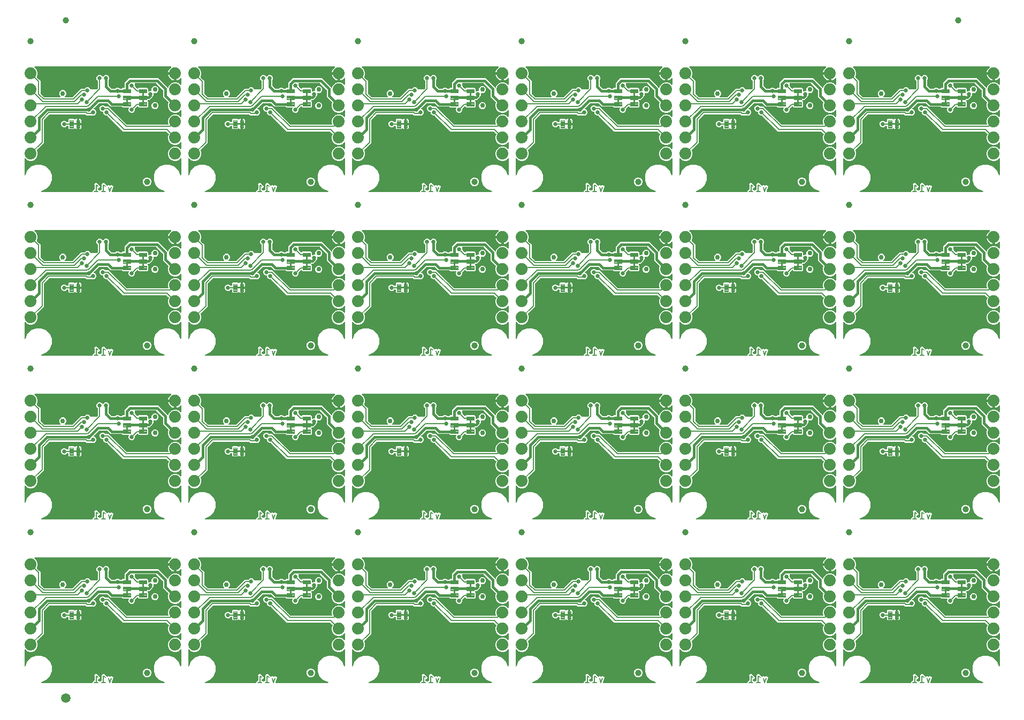
<source format=gbl>
G04 EAGLE Gerber RS-274X export*
G75*
%MOMM*%
%FSLAX34Y34*%
%LPD*%
%INBottom Copper*%
%IPPOS*%
%AMOC8*
5,1,8,0,0,1.08239X$1,22.5*%
G01*
%ADD10C,0.203200*%
%ADD11C,1.879600*%
%ADD12C,1.000000*%
%ADD13C,0.099059*%
%ADD14C,0.762000*%
%ADD15C,1.500000*%
%ADD16C,0.660400*%
%ADD17C,0.406400*%

G36*
X1405122Y520963D02*
X1405122Y520963D01*
X1405181Y520961D01*
X1405263Y520983D01*
X1405346Y520995D01*
X1405399Y521018D01*
X1405456Y521033D01*
X1405528Y521076D01*
X1405605Y521111D01*
X1405650Y521149D01*
X1405700Y521178D01*
X1405758Y521240D01*
X1405822Y521294D01*
X1405855Y521343D01*
X1405895Y521386D01*
X1405933Y521461D01*
X1405980Y521531D01*
X1405998Y521587D01*
X1406024Y521639D01*
X1406036Y521707D01*
X1406066Y521802D01*
X1406068Y521902D01*
X1406080Y521970D01*
X1406080Y522874D01*
X1407717Y524511D01*
X1408028Y524511D01*
X1408086Y524519D01*
X1408144Y524517D01*
X1408226Y524539D01*
X1408309Y524551D01*
X1408363Y524574D01*
X1408419Y524589D01*
X1408492Y524632D01*
X1408569Y524667D01*
X1408613Y524705D01*
X1408664Y524734D01*
X1408721Y524796D01*
X1408786Y524850D01*
X1408818Y524899D01*
X1408858Y524942D01*
X1408897Y525017D01*
X1408943Y525087D01*
X1408961Y525143D01*
X1408988Y525195D01*
X1408999Y525263D01*
X1409029Y525358D01*
X1409032Y525458D01*
X1409043Y525526D01*
X1409043Y532173D01*
X1409036Y532223D01*
X1409036Y532239D01*
X1409035Y532245D01*
X1409037Y532285D01*
X1408928Y533267D01*
X1408965Y533331D01*
X1408973Y533361D01*
X1408988Y533389D01*
X1409001Y533467D01*
X1409012Y533510D01*
X1409713Y534211D01*
X1409751Y534262D01*
X1409787Y534295D01*
X1410405Y535066D01*
X1410476Y535085D01*
X1410503Y535101D01*
X1410533Y535110D01*
X1410597Y535156D01*
X1410636Y535179D01*
X1411627Y535179D01*
X1411690Y535188D01*
X1411739Y535185D01*
X1412721Y535294D01*
X1412785Y535256D01*
X1412815Y535249D01*
X1412843Y535234D01*
X1412921Y535221D01*
X1412964Y535210D01*
X1413665Y534509D01*
X1413716Y534471D01*
X1413749Y534434D01*
X1417451Y531472D01*
X1417707Y529171D01*
X1416260Y527363D01*
X1415536Y527283D01*
X1415534Y527282D01*
X1415532Y527283D01*
X1415397Y527247D01*
X1415260Y527212D01*
X1415258Y527211D01*
X1415256Y527211D01*
X1415139Y527141D01*
X1415015Y527068D01*
X1415014Y527067D01*
X1415012Y527065D01*
X1414917Y526964D01*
X1414820Y526862D01*
X1414819Y526860D01*
X1414818Y526858D01*
X1414754Y526733D01*
X1414690Y526609D01*
X1414689Y526607D01*
X1414688Y526605D01*
X1414685Y526585D01*
X1414634Y526330D01*
X1414637Y526299D01*
X1414633Y526274D01*
X1414633Y525526D01*
X1414641Y525468D01*
X1414639Y525410D01*
X1414661Y525328D01*
X1414672Y525244D01*
X1414696Y525191D01*
X1414711Y525135D01*
X1414754Y525062D01*
X1414789Y524985D01*
X1414826Y524940D01*
X1414856Y524890D01*
X1414918Y524832D01*
X1414972Y524768D01*
X1415021Y524736D01*
X1415064Y524696D01*
X1415139Y524657D01*
X1415209Y524610D01*
X1415265Y524593D01*
X1415317Y524566D01*
X1415385Y524555D01*
X1415480Y524525D01*
X1415580Y524522D01*
X1415648Y524511D01*
X1415959Y524511D01*
X1416835Y523635D01*
X1416882Y523600D01*
X1416922Y523557D01*
X1416995Y523514D01*
X1417062Y523464D01*
X1417117Y523443D01*
X1417167Y523413D01*
X1417249Y523393D01*
X1417328Y523362D01*
X1417386Y523358D01*
X1417443Y523343D01*
X1417527Y523346D01*
X1417611Y523339D01*
X1417668Y523350D01*
X1417727Y523352D01*
X1417807Y523378D01*
X1417890Y523395D01*
X1417942Y523422D01*
X1417997Y523440D01*
X1418054Y523480D01*
X1418142Y523526D01*
X1418215Y523594D01*
X1418271Y523635D01*
X1419147Y524511D01*
X1419458Y524511D01*
X1419516Y524519D01*
X1419574Y524517D01*
X1419656Y524539D01*
X1419739Y524551D01*
X1419793Y524574D01*
X1419849Y524589D01*
X1419922Y524632D01*
X1419999Y524667D01*
X1420043Y524705D01*
X1420094Y524734D01*
X1420151Y524796D01*
X1420216Y524850D01*
X1420248Y524899D01*
X1420288Y524942D01*
X1420327Y525017D01*
X1420373Y525087D01*
X1420391Y525143D01*
X1420418Y525195D01*
X1420429Y525263D01*
X1420459Y525358D01*
X1420462Y525458D01*
X1420473Y525526D01*
X1420473Y532173D01*
X1420466Y532223D01*
X1420466Y532239D01*
X1420465Y532245D01*
X1420467Y532285D01*
X1420358Y533267D01*
X1420395Y533331D01*
X1420403Y533361D01*
X1420418Y533389D01*
X1420431Y533467D01*
X1420442Y533510D01*
X1421143Y534211D01*
X1421181Y534262D01*
X1421217Y534295D01*
X1421835Y535066D01*
X1421906Y535085D01*
X1421933Y535101D01*
X1421963Y535110D01*
X1422027Y535156D01*
X1422066Y535179D01*
X1423057Y535179D01*
X1423120Y535188D01*
X1423169Y535185D01*
X1424151Y535294D01*
X1424215Y535256D01*
X1424245Y535249D01*
X1424273Y535234D01*
X1424351Y535221D01*
X1424394Y535210D01*
X1425095Y534509D01*
X1425146Y534471D01*
X1425179Y534434D01*
X1428861Y531488D01*
X1428906Y531462D01*
X1428945Y531428D01*
X1429028Y531390D01*
X1429106Y531344D01*
X1429156Y531331D01*
X1429204Y531309D01*
X1429293Y531295D01*
X1429381Y531272D01*
X1429433Y531274D01*
X1429485Y531266D01*
X1429556Y531277D01*
X1429665Y531280D01*
X1429752Y531308D01*
X1429816Y531318D01*
X1431399Y531845D01*
X1433101Y530994D01*
X1433117Y530989D01*
X1433131Y530980D01*
X1433252Y530944D01*
X1433370Y530904D01*
X1433387Y530903D01*
X1433404Y530898D01*
X1433530Y530897D01*
X1433654Y530892D01*
X1433671Y530896D01*
X1433688Y530896D01*
X1433756Y530917D01*
X1433931Y530959D01*
X1433972Y530983D01*
X1434009Y530994D01*
X1435711Y531845D01*
X1437907Y531113D01*
X1438943Y529042D01*
X1436692Y522291D01*
X1436678Y522213D01*
X1436654Y522138D01*
X1436653Y522074D01*
X1436641Y522011D01*
X1436649Y521933D01*
X1436647Y521854D01*
X1436663Y521792D01*
X1436669Y521729D01*
X1436699Y521655D01*
X1436719Y521579D01*
X1436751Y521524D01*
X1436775Y521465D01*
X1436824Y521402D01*
X1436864Y521334D01*
X1436910Y521291D01*
X1436950Y521240D01*
X1437014Y521194D01*
X1437071Y521140D01*
X1437128Y521111D01*
X1437180Y521073D01*
X1437254Y521046D01*
X1437324Y521010D01*
X1437379Y521001D01*
X1437447Y520976D01*
X1437579Y520968D01*
X1437656Y520955D01*
X1519042Y520955D01*
X1519127Y520967D01*
X1519213Y520969D01*
X1519267Y520987D01*
X1519323Y520995D01*
X1519402Y521030D01*
X1519484Y521056D01*
X1519531Y521088D01*
X1519583Y521111D01*
X1519648Y521166D01*
X1519720Y521214D01*
X1519756Y521258D01*
X1519800Y521294D01*
X1519847Y521366D01*
X1519903Y521432D01*
X1519926Y521484D01*
X1519957Y521531D01*
X1519983Y521613D01*
X1520018Y521692D01*
X1520026Y521748D01*
X1520043Y521802D01*
X1520045Y521888D01*
X1520057Y521973D01*
X1520049Y522029D01*
X1520050Y522086D01*
X1520029Y522169D01*
X1520016Y522254D01*
X1519993Y522306D01*
X1519979Y522361D01*
X1519935Y522435D01*
X1519899Y522514D01*
X1519862Y522557D01*
X1519833Y522606D01*
X1519771Y522665D01*
X1519715Y522730D01*
X1519673Y522756D01*
X1519626Y522800D01*
X1519497Y522866D01*
X1519430Y522908D01*
X1512201Y525902D01*
X1506342Y531761D01*
X1503171Y539417D01*
X1503171Y547703D01*
X1506342Y555359D01*
X1512201Y561218D01*
X1519857Y564389D01*
X1528143Y564389D01*
X1535799Y561218D01*
X1541658Y555359D01*
X1544652Y548130D01*
X1544696Y548056D01*
X1544731Y547977D01*
X1544768Y547934D01*
X1544797Y547885D01*
X1544859Y547826D01*
X1544915Y547760D01*
X1544962Y547729D01*
X1545003Y547690D01*
X1545080Y547650D01*
X1545151Y547603D01*
X1545205Y547585D01*
X1545256Y547559D01*
X1545340Y547543D01*
X1545422Y547517D01*
X1545479Y547515D01*
X1545535Y547504D01*
X1545620Y547512D01*
X1545706Y547510D01*
X1545761Y547524D01*
X1545818Y547529D01*
X1545898Y547560D01*
X1545981Y547581D01*
X1546030Y547610D01*
X1546083Y547631D01*
X1546152Y547683D01*
X1546226Y547727D01*
X1546265Y547768D01*
X1546310Y547802D01*
X1546362Y547871D01*
X1546420Y547934D01*
X1546446Y547985D01*
X1546480Y548030D01*
X1546511Y548111D01*
X1546550Y548187D01*
X1546558Y548236D01*
X1546581Y548296D01*
X1546592Y548441D01*
X1546605Y548518D01*
X1546605Y573308D01*
X1546601Y573337D01*
X1546604Y573366D01*
X1546581Y573477D01*
X1546565Y573589D01*
X1546553Y573616D01*
X1546548Y573645D01*
X1546495Y573746D01*
X1546449Y573849D01*
X1546430Y573871D01*
X1546417Y573897D01*
X1546339Y573979D01*
X1546266Y574066D01*
X1546241Y574082D01*
X1546221Y574103D01*
X1546123Y574161D01*
X1546029Y574223D01*
X1546001Y574232D01*
X1545976Y574247D01*
X1545866Y574275D01*
X1545758Y574309D01*
X1545728Y574310D01*
X1545700Y574317D01*
X1545587Y574314D01*
X1545474Y574317D01*
X1545445Y574309D01*
X1545416Y574308D01*
X1545308Y574273D01*
X1545199Y574245D01*
X1545173Y574230D01*
X1545145Y574221D01*
X1545082Y574175D01*
X1544954Y574099D01*
X1544911Y574054D01*
X1544872Y574026D01*
X1543031Y572185D01*
X1538923Y570483D01*
X1534477Y570483D01*
X1530369Y572185D01*
X1527225Y575329D01*
X1525523Y579437D01*
X1525523Y583883D01*
X1527225Y587991D01*
X1530369Y591135D01*
X1534477Y592837D01*
X1538923Y592837D01*
X1543031Y591135D01*
X1544872Y589294D01*
X1544896Y589276D01*
X1544915Y589254D01*
X1545009Y589191D01*
X1545099Y589123D01*
X1545127Y589113D01*
X1545151Y589097D01*
X1545259Y589062D01*
X1545365Y589022D01*
X1545394Y589020D01*
X1545422Y589011D01*
X1545536Y589008D01*
X1545648Y588998D01*
X1545677Y589004D01*
X1545706Y589003D01*
X1545816Y589032D01*
X1545927Y589054D01*
X1545953Y589068D01*
X1545981Y589075D01*
X1546079Y589133D01*
X1546179Y589185D01*
X1546201Y589206D01*
X1546226Y589221D01*
X1546303Y589303D01*
X1546385Y589381D01*
X1546400Y589406D01*
X1546420Y589428D01*
X1546472Y589529D01*
X1546529Y589626D01*
X1546536Y589655D01*
X1546550Y589681D01*
X1546563Y589758D01*
X1546599Y589902D01*
X1546597Y589964D01*
X1546605Y590012D01*
X1546605Y598708D01*
X1546601Y598737D01*
X1546604Y598766D01*
X1546581Y598877D01*
X1546565Y598989D01*
X1546553Y599016D01*
X1546548Y599045D01*
X1546495Y599146D01*
X1546449Y599249D01*
X1546430Y599271D01*
X1546417Y599297D01*
X1546339Y599379D01*
X1546266Y599466D01*
X1546241Y599482D01*
X1546221Y599503D01*
X1546123Y599561D01*
X1546029Y599623D01*
X1546001Y599632D01*
X1545976Y599647D01*
X1545866Y599675D01*
X1545758Y599709D01*
X1545728Y599710D01*
X1545700Y599717D01*
X1545587Y599714D01*
X1545474Y599717D01*
X1545445Y599709D01*
X1545416Y599708D01*
X1545308Y599673D01*
X1545199Y599645D01*
X1545173Y599630D01*
X1545145Y599621D01*
X1545082Y599575D01*
X1544954Y599499D01*
X1544911Y599454D01*
X1544872Y599426D01*
X1543031Y597585D01*
X1538923Y595883D01*
X1534477Y595883D01*
X1530369Y597585D01*
X1527225Y600729D01*
X1525523Y604837D01*
X1525523Y609283D01*
X1526728Y612193D01*
X1526729Y612194D01*
X1526730Y612196D01*
X1526763Y612327D01*
X1526799Y612468D01*
X1526799Y612470D01*
X1526800Y612471D01*
X1526795Y612612D01*
X1526791Y612752D01*
X1526791Y612754D01*
X1526791Y612755D01*
X1526748Y612888D01*
X1526705Y613023D01*
X1526704Y613024D01*
X1526703Y613026D01*
X1526695Y613038D01*
X1526546Y613259D01*
X1526523Y613279D01*
X1526508Y613299D01*
X1523140Y616668D01*
X1523070Y616720D01*
X1523006Y616780D01*
X1522957Y616806D01*
X1522913Y616839D01*
X1522831Y616870D01*
X1522753Y616910D01*
X1522705Y616918D01*
X1522647Y616940D01*
X1522499Y616952D01*
X1522422Y616965D01*
X1454516Y616965D01*
X1429922Y641560D01*
X1429852Y641612D01*
X1429788Y641672D01*
X1429739Y641698D01*
X1429695Y641731D01*
X1429613Y641762D01*
X1429535Y641802D01*
X1429487Y641810D01*
X1429429Y641832D01*
X1429281Y641844D01*
X1429204Y641857D01*
X1427485Y641857D01*
X1425618Y642631D01*
X1424189Y644060D01*
X1423415Y645927D01*
X1423415Y647276D01*
X1423407Y647334D01*
X1423409Y647392D01*
X1423387Y647474D01*
X1423375Y647558D01*
X1423352Y647611D01*
X1423337Y647667D01*
X1423294Y647740D01*
X1423259Y647817D01*
X1423221Y647862D01*
X1423192Y647912D01*
X1423130Y647970D01*
X1423076Y648034D01*
X1423027Y648066D01*
X1422984Y648106D01*
X1422909Y648145D01*
X1422839Y648192D01*
X1422783Y648209D01*
X1422731Y648236D01*
X1422663Y648247D01*
X1422568Y648277D01*
X1422468Y648280D01*
X1422400Y648291D01*
X1421135Y648291D01*
X1419268Y649065D01*
X1417839Y650494D01*
X1417065Y652361D01*
X1417065Y654383D01*
X1417839Y656250D01*
X1419268Y657679D01*
X1421135Y658453D01*
X1423157Y658453D01*
X1425024Y657679D01*
X1426239Y656464D01*
X1426309Y656412D01*
X1426373Y656352D01*
X1426422Y656326D01*
X1426466Y656293D01*
X1426548Y656262D01*
X1426626Y656222D01*
X1426674Y656214D01*
X1426732Y656192D01*
X1426880Y656180D01*
X1426957Y656167D01*
X1431856Y656167D01*
X1460090Y627932D01*
X1460160Y627880D01*
X1460224Y627820D01*
X1460273Y627794D01*
X1460317Y627761D01*
X1460399Y627730D01*
X1460477Y627690D01*
X1460525Y627682D01*
X1460583Y627660D01*
X1460731Y627648D01*
X1460808Y627635D01*
X1525082Y627635D01*
X1525195Y627651D01*
X1525310Y627661D01*
X1525336Y627671D01*
X1525363Y627675D01*
X1525468Y627722D01*
X1525575Y627763D01*
X1525597Y627779D01*
X1525623Y627791D01*
X1525710Y627865D01*
X1525802Y627934D01*
X1525818Y627957D01*
X1525840Y627974D01*
X1525903Y628070D01*
X1525972Y628162D01*
X1525982Y628188D01*
X1525997Y628211D01*
X1526032Y628321D01*
X1526072Y628428D01*
X1526075Y628456D01*
X1526083Y628482D01*
X1526086Y628597D01*
X1526095Y628711D01*
X1526089Y628736D01*
X1526090Y628766D01*
X1526023Y629023D01*
X1526020Y629039D01*
X1525523Y630237D01*
X1525523Y634683D01*
X1527225Y638791D01*
X1530369Y641935D01*
X1534477Y643637D01*
X1538923Y643637D01*
X1543031Y641935D01*
X1544872Y640094D01*
X1544896Y640076D01*
X1544915Y640054D01*
X1545009Y639991D01*
X1545099Y639923D01*
X1545127Y639913D01*
X1545151Y639897D01*
X1545259Y639862D01*
X1545365Y639822D01*
X1545394Y639820D01*
X1545422Y639811D01*
X1545536Y639808D01*
X1545648Y639798D01*
X1545677Y639804D01*
X1545706Y639803D01*
X1545816Y639832D01*
X1545927Y639854D01*
X1545953Y639868D01*
X1545981Y639875D01*
X1546079Y639933D01*
X1546179Y639985D01*
X1546201Y640006D01*
X1546226Y640021D01*
X1546303Y640103D01*
X1546385Y640181D01*
X1546400Y640206D01*
X1546420Y640228D01*
X1546472Y640329D01*
X1546529Y640426D01*
X1546536Y640455D01*
X1546550Y640481D01*
X1546563Y640558D01*
X1546599Y640702D01*
X1546597Y640764D01*
X1546605Y640812D01*
X1546605Y649508D01*
X1546601Y649537D01*
X1546604Y649566D01*
X1546581Y649677D01*
X1546565Y649789D01*
X1546553Y649816D01*
X1546548Y649845D01*
X1546495Y649946D01*
X1546449Y650049D01*
X1546430Y650071D01*
X1546417Y650097D01*
X1546339Y650179D01*
X1546266Y650266D01*
X1546241Y650282D01*
X1546221Y650303D01*
X1546123Y650361D01*
X1546029Y650423D01*
X1546001Y650432D01*
X1545976Y650447D01*
X1545866Y650475D01*
X1545758Y650509D01*
X1545728Y650510D01*
X1545700Y650517D01*
X1545587Y650514D01*
X1545474Y650517D01*
X1545445Y650509D01*
X1545416Y650508D01*
X1545308Y650473D01*
X1545199Y650445D01*
X1545173Y650430D01*
X1545145Y650421D01*
X1545082Y650375D01*
X1544954Y650299D01*
X1544911Y650254D01*
X1544872Y650226D01*
X1543031Y648385D01*
X1538923Y646683D01*
X1534477Y646683D01*
X1530369Y648385D01*
X1527225Y651529D01*
X1525523Y655637D01*
X1525523Y660083D01*
X1526308Y661977D01*
X1526308Y661978D01*
X1526309Y661980D01*
X1526343Y662113D01*
X1526379Y662252D01*
X1526379Y662254D01*
X1526379Y662255D01*
X1526374Y662396D01*
X1526370Y662536D01*
X1526370Y662538D01*
X1526370Y662539D01*
X1526326Y662674D01*
X1526284Y662807D01*
X1526283Y662808D01*
X1526282Y662810D01*
X1526274Y662822D01*
X1526126Y663043D01*
X1526102Y663063D01*
X1526088Y663083D01*
X1520179Y668992D01*
X1517649Y671522D01*
X1517649Y682023D01*
X1517637Y682110D01*
X1517634Y682197D01*
X1517617Y682250D01*
X1517609Y682305D01*
X1517574Y682384D01*
X1517547Y682468D01*
X1517519Y682507D01*
X1517493Y682564D01*
X1517397Y682677D01*
X1517352Y682741D01*
X1506971Y693122D01*
X1506901Y693174D01*
X1506837Y693234D01*
X1506788Y693260D01*
X1506744Y693293D01*
X1506662Y693324D01*
X1506584Y693364D01*
X1506537Y693372D01*
X1506478Y693394D01*
X1506330Y693406D01*
X1506253Y693419D01*
X1473561Y693419D01*
X1473447Y693403D01*
X1473333Y693393D01*
X1473307Y693383D01*
X1473279Y693379D01*
X1473175Y693332D01*
X1473067Y693291D01*
X1473045Y693275D01*
X1473020Y693263D01*
X1472932Y693189D01*
X1472841Y693120D01*
X1472824Y693097D01*
X1472803Y693080D01*
X1472739Y692984D01*
X1472671Y692892D01*
X1472661Y692866D01*
X1472645Y692843D01*
X1472611Y692733D01*
X1472570Y692626D01*
X1472568Y692598D01*
X1472560Y692572D01*
X1472557Y692457D01*
X1472548Y692343D01*
X1472553Y692318D01*
X1472552Y692288D01*
X1472619Y692031D01*
X1472623Y692015D01*
X1473201Y690621D01*
X1473201Y688902D01*
X1473213Y688816D01*
X1473216Y688728D01*
X1473233Y688675D01*
X1473241Y688621D01*
X1473276Y688541D01*
X1473303Y688458D01*
X1473331Y688418D01*
X1473357Y688361D01*
X1473453Y688248D01*
X1473498Y688184D01*
X1476648Y685035D01*
X1476694Y685000D01*
X1476735Y684957D01*
X1476807Y684915D01*
X1476875Y684864D01*
X1476929Y684843D01*
X1476980Y684813D01*
X1477062Y684793D01*
X1477140Y684763D01*
X1477199Y684758D01*
X1477255Y684743D01*
X1477340Y684746D01*
X1477424Y684739D01*
X1477481Y684751D01*
X1477540Y684752D01*
X1477620Y684778D01*
X1477702Y684795D01*
X1477754Y684822D01*
X1477810Y684840D01*
X1477866Y684880D01*
X1477955Y684926D01*
X1478027Y684995D01*
X1478083Y685035D01*
X1479103Y686055D01*
X1492697Y686055D01*
X1494029Y684723D01*
X1494029Y681291D01*
X1494045Y681178D01*
X1494055Y681063D01*
X1494065Y681037D01*
X1494069Y681010D01*
X1494116Y680905D01*
X1494157Y680798D01*
X1494173Y680776D01*
X1494185Y680750D01*
X1494259Y680663D01*
X1494328Y680571D01*
X1494351Y680555D01*
X1494368Y680533D01*
X1494464Y680470D01*
X1494556Y680401D01*
X1494582Y680391D01*
X1494605Y680376D01*
X1494715Y680341D01*
X1494822Y680301D01*
X1494850Y680298D01*
X1494876Y680290D01*
X1494991Y680287D01*
X1495105Y680278D01*
X1495130Y680284D01*
X1495160Y680283D01*
X1495417Y680350D01*
X1495433Y680353D01*
X1496319Y680721D01*
X1498433Y680721D01*
X1498547Y680737D01*
X1498661Y680747D01*
X1498687Y680757D01*
X1498715Y680761D01*
X1498820Y680808D01*
X1498927Y680849D01*
X1498949Y680865D01*
X1498974Y680877D01*
X1499062Y680951D01*
X1499153Y681020D01*
X1499170Y681043D01*
X1499191Y681060D01*
X1499255Y681156D01*
X1499324Y681248D01*
X1499333Y681274D01*
X1499349Y681297D01*
X1499383Y681407D01*
X1499424Y681514D01*
X1499426Y681542D01*
X1499434Y681568D01*
X1499437Y681683D01*
X1499447Y681797D01*
X1499441Y681822D01*
X1499442Y681852D01*
X1499375Y682110D01*
X1499371Y682125D01*
X1499361Y682148D01*
X1499361Y684372D01*
X1500212Y686426D01*
X1501784Y687998D01*
X1503838Y688849D01*
X1506062Y688849D01*
X1508116Y687998D01*
X1509688Y686426D01*
X1510539Y684372D01*
X1510539Y682148D01*
X1509688Y680094D01*
X1508116Y678522D01*
X1506062Y677671D01*
X1503838Y677671D01*
X1503815Y677681D01*
X1503703Y677710D01*
X1503594Y677744D01*
X1503566Y677745D01*
X1503539Y677752D01*
X1503424Y677749D01*
X1503310Y677752D01*
X1503283Y677745D01*
X1503255Y677744D01*
X1503145Y677709D01*
X1503035Y677680D01*
X1503011Y677666D01*
X1502984Y677657D01*
X1502889Y677593D01*
X1502790Y677535D01*
X1502771Y677514D01*
X1502748Y677499D01*
X1502674Y677411D01*
X1502596Y677327D01*
X1502583Y677303D01*
X1502565Y677281D01*
X1502519Y677177D01*
X1502466Y677074D01*
X1502462Y677050D01*
X1502450Y677022D01*
X1502413Y676758D01*
X1502411Y676743D01*
X1502411Y674629D01*
X1501637Y672762D01*
X1501438Y672563D01*
X1501386Y672493D01*
X1501326Y672429D01*
X1501300Y672380D01*
X1501267Y672336D01*
X1501236Y672254D01*
X1501196Y672176D01*
X1501188Y672129D01*
X1501166Y672070D01*
X1501154Y671922D01*
X1501141Y671845D01*
X1501141Y671522D01*
X1496368Y666749D01*
X1494387Y666749D01*
X1494301Y666737D01*
X1494213Y666734D01*
X1494160Y666717D01*
X1494106Y666709D01*
X1494026Y666674D01*
X1493943Y666647D01*
X1493903Y666619D01*
X1493846Y666593D01*
X1493733Y666497D01*
X1493669Y666452D01*
X1493288Y666071D01*
X1493253Y666024D01*
X1493211Y665984D01*
X1493168Y665911D01*
X1493117Y665844D01*
X1493096Y665789D01*
X1493067Y665739D01*
X1493046Y665657D01*
X1493016Y665578D01*
X1493011Y665520D01*
X1492997Y665463D01*
X1493000Y665379D01*
X1492993Y665295D01*
X1493004Y665237D01*
X1493006Y665179D01*
X1493032Y665099D01*
X1493048Y665016D01*
X1493075Y664964D01*
X1493093Y664908D01*
X1493133Y664852D01*
X1493179Y664764D01*
X1493248Y664691D01*
X1493288Y664635D01*
X1494029Y663895D01*
X1494029Y656397D01*
X1492697Y655065D01*
X1479103Y655065D01*
X1478083Y656085D01*
X1478037Y656120D01*
X1477996Y656163D01*
X1477923Y656205D01*
X1477856Y656256D01*
X1477802Y656277D01*
X1477751Y656307D01*
X1477669Y656327D01*
X1477591Y656357D01*
X1477532Y656362D01*
X1477476Y656377D01*
X1477391Y656374D01*
X1477307Y656381D01*
X1477250Y656369D01*
X1477191Y656368D01*
X1477111Y656342D01*
X1477028Y656325D01*
X1476977Y656298D01*
X1476921Y656280D01*
X1476865Y656240D01*
X1476776Y656194D01*
X1476704Y656125D01*
X1476648Y656085D01*
X1473498Y652936D01*
X1473446Y652866D01*
X1473386Y652802D01*
X1473360Y652753D01*
X1473327Y652709D01*
X1473296Y652627D01*
X1473256Y652549D01*
X1473248Y652501D01*
X1473226Y652443D01*
X1473214Y652295D01*
X1473201Y652218D01*
X1473201Y650499D01*
X1472427Y648632D01*
X1470998Y647203D01*
X1469131Y646429D01*
X1467109Y646429D01*
X1465242Y647203D01*
X1463813Y648632D01*
X1463039Y650499D01*
X1463039Y652521D01*
X1463512Y653661D01*
X1463540Y653773D01*
X1463575Y653882D01*
X1463576Y653910D01*
X1463583Y653937D01*
X1463580Y654051D01*
X1463582Y654166D01*
X1463575Y654193D01*
X1463575Y654221D01*
X1463540Y654330D01*
X1463511Y654441D01*
X1463496Y654465D01*
X1463488Y654492D01*
X1463424Y654587D01*
X1463365Y654686D01*
X1463345Y654705D01*
X1463330Y654728D01*
X1463242Y654802D01*
X1463158Y654880D01*
X1463133Y654893D01*
X1463112Y654911D01*
X1463007Y654957D01*
X1462905Y655010D01*
X1462880Y655014D01*
X1462852Y655026D01*
X1462589Y655063D01*
X1462574Y655065D01*
X1453703Y655065D01*
X1452731Y656038D01*
X1452661Y656090D01*
X1452597Y656150D01*
X1452548Y656176D01*
X1452504Y656209D01*
X1452422Y656240D01*
X1452344Y656280D01*
X1452296Y656288D01*
X1452238Y656310D01*
X1452090Y656322D01*
X1452013Y656335D01*
X1434792Y656335D01*
X1429501Y661626D01*
X1429431Y661678D01*
X1429367Y661738D01*
X1429318Y661764D01*
X1429274Y661797D01*
X1429192Y661828D01*
X1429114Y661868D01*
X1429067Y661876D01*
X1429008Y661898D01*
X1428860Y661910D01*
X1428783Y661923D01*
X1416789Y661923D01*
X1416702Y661911D01*
X1416615Y661908D01*
X1416562Y661891D01*
X1416507Y661883D01*
X1416428Y661848D01*
X1416344Y661821D01*
X1416305Y661793D01*
X1416248Y661767D01*
X1416135Y661671D01*
X1416071Y661626D01*
X1408218Y653773D01*
X1408149Y653681D01*
X1408075Y653593D01*
X1408064Y653568D01*
X1408047Y653545D01*
X1408006Y653438D01*
X1407959Y653333D01*
X1407956Y653306D01*
X1407946Y653280D01*
X1407936Y653165D01*
X1407920Y653052D01*
X1407924Y653024D01*
X1407922Y652996D01*
X1407945Y652884D01*
X1407961Y652770D01*
X1407973Y652745D01*
X1407978Y652718D01*
X1408031Y652616D01*
X1408078Y652511D01*
X1408096Y652490D01*
X1408109Y652465D01*
X1408188Y652382D01*
X1408263Y652295D01*
X1408284Y652282D01*
X1408305Y652259D01*
X1408534Y652125D01*
X1408547Y652117D01*
X1410038Y651499D01*
X1411467Y650070D01*
X1412241Y648203D01*
X1412241Y646181D01*
X1411467Y644314D01*
X1410038Y642885D01*
X1408171Y642111D01*
X1406149Y642111D01*
X1405723Y642288D01*
X1405693Y642296D01*
X1405665Y642310D01*
X1405588Y642323D01*
X1405447Y642359D01*
X1405383Y642357D01*
X1405334Y642365D01*
X1396121Y642365D01*
X1394641Y643846D01*
X1394571Y643898D01*
X1394507Y643958D01*
X1394458Y643984D01*
X1394413Y644017D01*
X1394332Y644048D01*
X1394254Y644088D01*
X1394206Y644096D01*
X1394148Y644118D01*
X1394000Y644130D01*
X1393923Y644143D01*
X1338126Y644143D01*
X1338040Y644131D01*
X1337952Y644128D01*
X1337899Y644111D01*
X1337845Y644103D01*
X1337765Y644068D01*
X1337682Y644041D01*
X1337642Y644013D01*
X1337585Y643987D01*
X1337472Y643891D01*
X1337408Y643846D01*
X1329226Y635664D01*
X1329174Y635594D01*
X1329114Y635530D01*
X1329088Y635481D01*
X1329055Y635437D01*
X1329024Y635355D01*
X1328984Y635277D01*
X1328976Y635229D01*
X1328954Y635171D01*
X1328942Y635023D01*
X1328929Y634946D01*
X1328929Y598536D01*
X1326994Y596602D01*
X1318292Y587899D01*
X1318291Y587898D01*
X1318289Y587897D01*
X1318207Y587787D01*
X1318121Y587672D01*
X1318120Y587671D01*
X1318119Y587669D01*
X1318069Y587537D01*
X1318019Y587406D01*
X1318019Y587405D01*
X1318019Y587403D01*
X1318007Y587259D01*
X1317996Y587123D01*
X1317996Y587122D01*
X1317996Y587120D01*
X1318000Y587104D01*
X1318052Y586844D01*
X1318066Y586817D01*
X1318072Y586793D01*
X1319277Y583883D01*
X1319277Y579437D01*
X1317575Y575329D01*
X1314431Y572185D01*
X1310323Y570483D01*
X1305877Y570483D01*
X1301769Y572185D01*
X1299928Y574026D01*
X1299904Y574044D01*
X1299885Y574066D01*
X1299791Y574129D01*
X1299701Y574197D01*
X1299673Y574207D01*
X1299649Y574223D01*
X1299541Y574258D01*
X1299435Y574298D01*
X1299406Y574300D01*
X1299378Y574309D01*
X1299264Y574312D01*
X1299152Y574322D01*
X1299123Y574316D01*
X1299094Y574317D01*
X1298984Y574288D01*
X1298873Y574266D01*
X1298847Y574252D01*
X1298819Y574245D01*
X1298721Y574187D01*
X1298621Y574135D01*
X1298599Y574114D01*
X1298574Y574099D01*
X1298497Y574017D01*
X1298415Y573939D01*
X1298400Y573914D01*
X1298380Y573892D01*
X1298328Y573791D01*
X1298271Y573694D01*
X1298264Y573665D01*
X1298250Y573639D01*
X1298237Y573562D01*
X1298201Y573418D01*
X1298203Y573356D01*
X1298195Y573308D01*
X1298195Y548518D01*
X1298207Y548433D01*
X1298209Y548347D01*
X1298227Y548293D01*
X1298235Y548237D01*
X1298270Y548158D01*
X1298296Y548076D01*
X1298328Y548029D01*
X1298351Y547977D01*
X1298406Y547912D01*
X1298454Y547840D01*
X1298498Y547804D01*
X1298534Y547760D01*
X1298606Y547713D01*
X1298672Y547657D01*
X1298724Y547634D01*
X1298771Y547603D01*
X1298853Y547577D01*
X1298932Y547542D01*
X1298988Y547534D01*
X1299042Y547517D01*
X1299128Y547515D01*
X1299213Y547503D01*
X1299269Y547511D01*
X1299326Y547510D01*
X1299409Y547531D01*
X1299494Y547544D01*
X1299546Y547567D01*
X1299601Y547581D01*
X1299675Y547625D01*
X1299754Y547661D01*
X1299797Y547698D01*
X1299846Y547727D01*
X1299905Y547789D01*
X1299970Y547845D01*
X1299996Y547887D01*
X1300040Y547934D01*
X1300106Y548063D01*
X1300148Y548130D01*
X1303142Y555359D01*
X1309001Y561218D01*
X1316657Y564389D01*
X1324943Y564389D01*
X1332599Y561218D01*
X1338458Y555359D01*
X1341629Y547703D01*
X1341629Y539417D01*
X1338458Y531761D01*
X1332599Y525902D01*
X1325370Y522908D01*
X1325296Y522864D01*
X1325217Y522829D01*
X1325174Y522792D01*
X1325125Y522763D01*
X1325066Y522701D01*
X1325000Y522645D01*
X1324969Y522598D01*
X1324930Y522557D01*
X1324890Y522480D01*
X1324843Y522409D01*
X1324825Y522355D01*
X1324799Y522304D01*
X1324783Y522220D01*
X1324757Y522138D01*
X1324755Y522081D01*
X1324744Y522025D01*
X1324752Y521940D01*
X1324750Y521854D01*
X1324764Y521799D01*
X1324769Y521742D01*
X1324800Y521662D01*
X1324821Y521579D01*
X1324850Y521530D01*
X1324871Y521477D01*
X1324923Y521408D01*
X1324967Y521334D01*
X1325008Y521295D01*
X1325042Y521250D01*
X1325111Y521198D01*
X1325174Y521140D01*
X1325225Y521114D01*
X1325270Y521080D01*
X1325351Y521049D01*
X1325427Y521010D01*
X1325476Y521002D01*
X1325536Y520979D01*
X1325681Y520968D01*
X1325758Y520955D01*
X1405065Y520955D01*
X1405122Y520963D01*
G37*
G36*
X1405122Y2803D02*
X1405122Y2803D01*
X1405181Y2801D01*
X1405263Y2823D01*
X1405346Y2835D01*
X1405399Y2858D01*
X1405456Y2873D01*
X1405528Y2916D01*
X1405605Y2951D01*
X1405650Y2989D01*
X1405700Y3018D01*
X1405758Y3080D01*
X1405822Y3134D01*
X1405855Y3183D01*
X1405895Y3226D01*
X1405933Y3301D01*
X1405980Y3371D01*
X1405998Y3427D01*
X1406024Y3479D01*
X1406036Y3547D01*
X1406066Y3642D01*
X1406068Y3742D01*
X1406080Y3810D01*
X1406080Y4714D01*
X1407717Y6351D01*
X1408028Y6351D01*
X1408086Y6359D01*
X1408144Y6357D01*
X1408226Y6379D01*
X1408309Y6391D01*
X1408363Y6414D01*
X1408419Y6429D01*
X1408492Y6472D01*
X1408569Y6507D01*
X1408613Y6545D01*
X1408664Y6574D01*
X1408721Y6636D01*
X1408786Y6690D01*
X1408818Y6739D01*
X1408858Y6782D01*
X1408897Y6857D01*
X1408943Y6927D01*
X1408961Y6983D01*
X1408988Y7035D01*
X1408999Y7103D01*
X1409029Y7198D01*
X1409032Y7298D01*
X1409043Y7366D01*
X1409043Y14013D01*
X1409036Y14063D01*
X1409036Y14079D01*
X1409035Y14085D01*
X1409037Y14125D01*
X1408928Y15107D01*
X1408965Y15171D01*
X1408973Y15201D01*
X1408988Y15229D01*
X1409001Y15307D01*
X1409012Y15350D01*
X1409713Y16051D01*
X1409751Y16102D01*
X1409787Y16135D01*
X1410405Y16906D01*
X1410476Y16925D01*
X1410503Y16941D01*
X1410533Y16950D01*
X1410597Y16996D01*
X1410636Y17019D01*
X1411627Y17019D01*
X1411690Y17028D01*
X1411739Y17025D01*
X1412721Y17134D01*
X1412785Y17096D01*
X1412815Y17089D01*
X1412843Y17074D01*
X1412921Y17061D01*
X1412964Y17050D01*
X1413665Y16349D01*
X1413716Y16311D01*
X1413749Y16274D01*
X1417451Y13312D01*
X1417707Y11011D01*
X1416260Y9203D01*
X1415536Y9123D01*
X1415534Y9122D01*
X1415532Y9123D01*
X1415397Y9087D01*
X1415260Y9052D01*
X1415258Y9051D01*
X1415256Y9051D01*
X1415139Y8981D01*
X1415015Y8908D01*
X1415014Y8907D01*
X1415012Y8905D01*
X1414917Y8804D01*
X1414820Y8702D01*
X1414819Y8700D01*
X1414818Y8698D01*
X1414754Y8573D01*
X1414690Y8449D01*
X1414689Y8447D01*
X1414688Y8445D01*
X1414685Y8425D01*
X1414634Y8170D01*
X1414637Y8139D01*
X1414633Y8114D01*
X1414633Y7366D01*
X1414641Y7308D01*
X1414639Y7250D01*
X1414661Y7168D01*
X1414672Y7084D01*
X1414696Y7031D01*
X1414711Y6975D01*
X1414754Y6902D01*
X1414789Y6825D01*
X1414826Y6780D01*
X1414856Y6730D01*
X1414918Y6672D01*
X1414972Y6608D01*
X1415021Y6576D01*
X1415064Y6536D01*
X1415139Y6497D01*
X1415209Y6450D01*
X1415265Y6433D01*
X1415317Y6406D01*
X1415385Y6395D01*
X1415480Y6365D01*
X1415580Y6362D01*
X1415648Y6351D01*
X1415959Y6351D01*
X1416835Y5475D01*
X1416882Y5440D01*
X1416922Y5397D01*
X1416995Y5354D01*
X1417062Y5304D01*
X1417117Y5283D01*
X1417167Y5253D01*
X1417249Y5233D01*
X1417328Y5202D01*
X1417386Y5198D01*
X1417443Y5183D01*
X1417527Y5186D01*
X1417611Y5179D01*
X1417668Y5190D01*
X1417727Y5192D01*
X1417807Y5218D01*
X1417890Y5235D01*
X1417942Y5262D01*
X1417997Y5280D01*
X1418054Y5320D01*
X1418142Y5366D01*
X1418215Y5434D01*
X1418271Y5475D01*
X1419147Y6351D01*
X1419458Y6351D01*
X1419516Y6359D01*
X1419574Y6357D01*
X1419656Y6379D01*
X1419739Y6391D01*
X1419793Y6414D01*
X1419849Y6429D01*
X1419922Y6472D01*
X1419999Y6507D01*
X1420043Y6545D01*
X1420094Y6574D01*
X1420151Y6636D01*
X1420216Y6690D01*
X1420248Y6739D01*
X1420288Y6782D01*
X1420327Y6857D01*
X1420373Y6927D01*
X1420391Y6983D01*
X1420418Y7035D01*
X1420429Y7103D01*
X1420459Y7198D01*
X1420462Y7298D01*
X1420473Y7366D01*
X1420473Y14013D01*
X1420466Y14063D01*
X1420466Y14079D01*
X1420465Y14085D01*
X1420467Y14125D01*
X1420358Y15107D01*
X1420395Y15171D01*
X1420403Y15201D01*
X1420418Y15229D01*
X1420431Y15307D01*
X1420442Y15350D01*
X1421143Y16051D01*
X1421181Y16102D01*
X1421217Y16135D01*
X1421835Y16906D01*
X1421906Y16925D01*
X1421933Y16941D01*
X1421963Y16950D01*
X1422027Y16996D01*
X1422066Y17019D01*
X1423057Y17019D01*
X1423120Y17028D01*
X1423169Y17025D01*
X1424151Y17134D01*
X1424215Y17096D01*
X1424245Y17089D01*
X1424273Y17074D01*
X1424351Y17061D01*
X1424394Y17050D01*
X1425095Y16349D01*
X1425146Y16311D01*
X1425179Y16274D01*
X1428861Y13328D01*
X1428906Y13302D01*
X1428945Y13268D01*
X1429028Y13230D01*
X1429106Y13184D01*
X1429156Y13171D01*
X1429204Y13149D01*
X1429293Y13135D01*
X1429381Y13112D01*
X1429433Y13114D01*
X1429485Y13106D01*
X1429556Y13117D01*
X1429665Y13120D01*
X1429752Y13148D01*
X1429816Y13158D01*
X1431399Y13685D01*
X1433101Y12834D01*
X1433117Y12829D01*
X1433131Y12820D01*
X1433252Y12784D01*
X1433370Y12744D01*
X1433387Y12743D01*
X1433404Y12738D01*
X1433530Y12737D01*
X1433654Y12732D01*
X1433671Y12736D01*
X1433688Y12736D01*
X1433756Y12757D01*
X1433931Y12799D01*
X1433972Y12823D01*
X1434009Y12834D01*
X1435711Y13685D01*
X1437907Y12953D01*
X1438943Y10882D01*
X1436692Y4131D01*
X1436678Y4053D01*
X1436654Y3978D01*
X1436653Y3914D01*
X1436641Y3851D01*
X1436649Y3773D01*
X1436647Y3694D01*
X1436663Y3632D01*
X1436669Y3569D01*
X1436699Y3495D01*
X1436719Y3419D01*
X1436751Y3364D01*
X1436775Y3305D01*
X1436824Y3242D01*
X1436864Y3174D01*
X1436911Y3131D01*
X1436950Y3080D01*
X1437014Y3034D01*
X1437071Y2980D01*
X1437128Y2951D01*
X1437180Y2913D01*
X1437254Y2886D01*
X1437324Y2850D01*
X1437379Y2841D01*
X1437447Y2816D01*
X1437579Y2808D01*
X1437656Y2795D01*
X1519042Y2795D01*
X1519127Y2807D01*
X1519213Y2809D01*
X1519267Y2827D01*
X1519323Y2835D01*
X1519402Y2870D01*
X1519484Y2896D01*
X1519531Y2928D01*
X1519583Y2951D01*
X1519648Y3006D01*
X1519720Y3054D01*
X1519756Y3098D01*
X1519800Y3134D01*
X1519847Y3206D01*
X1519903Y3272D01*
X1519926Y3324D01*
X1519957Y3371D01*
X1519983Y3453D01*
X1520018Y3532D01*
X1520026Y3588D01*
X1520043Y3642D01*
X1520045Y3728D01*
X1520057Y3813D01*
X1520049Y3869D01*
X1520050Y3926D01*
X1520029Y4009D01*
X1520016Y4094D01*
X1519993Y4146D01*
X1519979Y4201D01*
X1519935Y4275D01*
X1519899Y4354D01*
X1519862Y4397D01*
X1519833Y4446D01*
X1519771Y4505D01*
X1519715Y4570D01*
X1519673Y4596D01*
X1519626Y4640D01*
X1519497Y4706D01*
X1519430Y4748D01*
X1512201Y7742D01*
X1506342Y13601D01*
X1503171Y21257D01*
X1503171Y29543D01*
X1506342Y37199D01*
X1512201Y43058D01*
X1519857Y46229D01*
X1528143Y46229D01*
X1535799Y43058D01*
X1541658Y37199D01*
X1544652Y29970D01*
X1544696Y29896D01*
X1544731Y29817D01*
X1544768Y29774D01*
X1544797Y29725D01*
X1544859Y29666D01*
X1544915Y29600D01*
X1544962Y29569D01*
X1545003Y29530D01*
X1545080Y29490D01*
X1545151Y29443D01*
X1545205Y29425D01*
X1545256Y29399D01*
X1545340Y29383D01*
X1545422Y29357D01*
X1545479Y29355D01*
X1545535Y29344D01*
X1545620Y29352D01*
X1545706Y29350D01*
X1545761Y29364D01*
X1545818Y29369D01*
X1545898Y29400D01*
X1545981Y29421D01*
X1546030Y29450D01*
X1546083Y29471D01*
X1546152Y29523D01*
X1546226Y29567D01*
X1546265Y29608D01*
X1546310Y29642D01*
X1546362Y29711D01*
X1546420Y29774D01*
X1546446Y29825D01*
X1546480Y29870D01*
X1546511Y29951D01*
X1546550Y30027D01*
X1546558Y30076D01*
X1546581Y30136D01*
X1546592Y30281D01*
X1546605Y30358D01*
X1546605Y55148D01*
X1546601Y55177D01*
X1546604Y55206D01*
X1546581Y55317D01*
X1546565Y55429D01*
X1546553Y55456D01*
X1546548Y55485D01*
X1546495Y55586D01*
X1546449Y55689D01*
X1546430Y55711D01*
X1546417Y55737D01*
X1546339Y55819D01*
X1546266Y55906D01*
X1546241Y55922D01*
X1546221Y55943D01*
X1546123Y56001D01*
X1546029Y56063D01*
X1546001Y56072D01*
X1545976Y56087D01*
X1545866Y56115D01*
X1545758Y56149D01*
X1545728Y56150D01*
X1545700Y56157D01*
X1545587Y56154D01*
X1545474Y56157D01*
X1545445Y56149D01*
X1545416Y56148D01*
X1545308Y56113D01*
X1545199Y56085D01*
X1545173Y56070D01*
X1545145Y56061D01*
X1545082Y56015D01*
X1544954Y55939D01*
X1544911Y55894D01*
X1544872Y55866D01*
X1543031Y54025D01*
X1538923Y52323D01*
X1534477Y52323D01*
X1530369Y54025D01*
X1527225Y57169D01*
X1525523Y61277D01*
X1525523Y65723D01*
X1527225Y69831D01*
X1530369Y72975D01*
X1534477Y74677D01*
X1538923Y74677D01*
X1543031Y72975D01*
X1544872Y71134D01*
X1544896Y71116D01*
X1544915Y71094D01*
X1545009Y71031D01*
X1545099Y70963D01*
X1545127Y70953D01*
X1545151Y70937D01*
X1545259Y70902D01*
X1545365Y70862D01*
X1545394Y70860D01*
X1545422Y70851D01*
X1545536Y70848D01*
X1545648Y70838D01*
X1545677Y70844D01*
X1545706Y70843D01*
X1545816Y70872D01*
X1545927Y70894D01*
X1545953Y70908D01*
X1545981Y70915D01*
X1546079Y70973D01*
X1546179Y71025D01*
X1546201Y71046D01*
X1546226Y71061D01*
X1546303Y71143D01*
X1546385Y71221D01*
X1546400Y71246D01*
X1546420Y71268D01*
X1546472Y71369D01*
X1546529Y71466D01*
X1546536Y71495D01*
X1546550Y71521D01*
X1546563Y71598D01*
X1546599Y71742D01*
X1546597Y71804D01*
X1546605Y71852D01*
X1546605Y80548D01*
X1546601Y80577D01*
X1546604Y80606D01*
X1546581Y80717D01*
X1546565Y80829D01*
X1546553Y80856D01*
X1546548Y80885D01*
X1546495Y80986D01*
X1546449Y81089D01*
X1546430Y81111D01*
X1546417Y81137D01*
X1546339Y81219D01*
X1546266Y81306D01*
X1546241Y81322D01*
X1546221Y81343D01*
X1546123Y81401D01*
X1546029Y81463D01*
X1546001Y81472D01*
X1545976Y81487D01*
X1545866Y81515D01*
X1545758Y81549D01*
X1545728Y81550D01*
X1545700Y81557D01*
X1545587Y81554D01*
X1545474Y81557D01*
X1545445Y81549D01*
X1545416Y81548D01*
X1545308Y81513D01*
X1545199Y81485D01*
X1545173Y81470D01*
X1545145Y81461D01*
X1545082Y81415D01*
X1544954Y81339D01*
X1544911Y81294D01*
X1544872Y81266D01*
X1543031Y79425D01*
X1538923Y77723D01*
X1534477Y77723D01*
X1530369Y79425D01*
X1527225Y82569D01*
X1525523Y86677D01*
X1525523Y91123D01*
X1526728Y94033D01*
X1526729Y94034D01*
X1526730Y94036D01*
X1526763Y94167D01*
X1526799Y94308D01*
X1526799Y94310D01*
X1526800Y94311D01*
X1526795Y94452D01*
X1526791Y94592D01*
X1526791Y94594D01*
X1526791Y94595D01*
X1526748Y94728D01*
X1526705Y94863D01*
X1526704Y94864D01*
X1526703Y94866D01*
X1526695Y94878D01*
X1526546Y95099D01*
X1526523Y95119D01*
X1526508Y95139D01*
X1523140Y98508D01*
X1523070Y98560D01*
X1523006Y98620D01*
X1522957Y98646D01*
X1522913Y98679D01*
X1522831Y98710D01*
X1522753Y98750D01*
X1522705Y98758D01*
X1522647Y98780D01*
X1522499Y98792D01*
X1522422Y98805D01*
X1454516Y98805D01*
X1429922Y123400D01*
X1429852Y123452D01*
X1429788Y123512D01*
X1429739Y123538D01*
X1429695Y123571D01*
X1429613Y123602D01*
X1429535Y123642D01*
X1429487Y123650D01*
X1429429Y123672D01*
X1429281Y123684D01*
X1429204Y123697D01*
X1427485Y123697D01*
X1425618Y124471D01*
X1424189Y125900D01*
X1423415Y127767D01*
X1423415Y129116D01*
X1423407Y129174D01*
X1423409Y129232D01*
X1423387Y129314D01*
X1423375Y129398D01*
X1423352Y129451D01*
X1423337Y129507D01*
X1423294Y129580D01*
X1423259Y129657D01*
X1423221Y129702D01*
X1423192Y129752D01*
X1423130Y129810D01*
X1423076Y129874D01*
X1423027Y129906D01*
X1422984Y129946D01*
X1422909Y129985D01*
X1422839Y130032D01*
X1422783Y130049D01*
X1422731Y130076D01*
X1422663Y130087D01*
X1422568Y130117D01*
X1422468Y130120D01*
X1422400Y130131D01*
X1421135Y130131D01*
X1419268Y130905D01*
X1417839Y132334D01*
X1417065Y134201D01*
X1417065Y136223D01*
X1417839Y138090D01*
X1419268Y139519D01*
X1421135Y140293D01*
X1423157Y140293D01*
X1425024Y139519D01*
X1426239Y138304D01*
X1426309Y138252D01*
X1426373Y138192D01*
X1426422Y138166D01*
X1426466Y138133D01*
X1426548Y138102D01*
X1426626Y138062D01*
X1426674Y138054D01*
X1426732Y138032D01*
X1426880Y138020D01*
X1426957Y138007D01*
X1431856Y138007D01*
X1460090Y109772D01*
X1460160Y109720D01*
X1460224Y109660D01*
X1460273Y109634D01*
X1460317Y109601D01*
X1460399Y109570D01*
X1460477Y109530D01*
X1460525Y109522D01*
X1460583Y109500D01*
X1460731Y109488D01*
X1460808Y109475D01*
X1525082Y109475D01*
X1525195Y109491D01*
X1525310Y109501D01*
X1525336Y109511D01*
X1525363Y109515D01*
X1525468Y109562D01*
X1525575Y109603D01*
X1525597Y109619D01*
X1525623Y109631D01*
X1525710Y109705D01*
X1525802Y109774D01*
X1525818Y109797D01*
X1525840Y109814D01*
X1525903Y109910D01*
X1525972Y110002D01*
X1525982Y110028D01*
X1525997Y110051D01*
X1526032Y110161D01*
X1526072Y110268D01*
X1526075Y110296D01*
X1526083Y110322D01*
X1526086Y110437D01*
X1526095Y110551D01*
X1526089Y110576D01*
X1526090Y110606D01*
X1526023Y110863D01*
X1526020Y110879D01*
X1525523Y112077D01*
X1525523Y116523D01*
X1527225Y120631D01*
X1530369Y123775D01*
X1534477Y125477D01*
X1538923Y125477D01*
X1543031Y123775D01*
X1544872Y121934D01*
X1544896Y121916D01*
X1544915Y121894D01*
X1545009Y121831D01*
X1545099Y121763D01*
X1545127Y121753D01*
X1545151Y121737D01*
X1545259Y121702D01*
X1545365Y121662D01*
X1545394Y121660D01*
X1545422Y121651D01*
X1545536Y121648D01*
X1545648Y121638D01*
X1545677Y121644D01*
X1545706Y121643D01*
X1545816Y121672D01*
X1545927Y121694D01*
X1545953Y121708D01*
X1545981Y121715D01*
X1546079Y121773D01*
X1546179Y121825D01*
X1546201Y121846D01*
X1546226Y121861D01*
X1546303Y121943D01*
X1546385Y122021D01*
X1546400Y122046D01*
X1546420Y122068D01*
X1546472Y122169D01*
X1546529Y122266D01*
X1546536Y122295D01*
X1546550Y122321D01*
X1546563Y122398D01*
X1546599Y122542D01*
X1546597Y122604D01*
X1546605Y122652D01*
X1546605Y131348D01*
X1546601Y131377D01*
X1546604Y131406D01*
X1546581Y131517D01*
X1546565Y131629D01*
X1546553Y131656D01*
X1546548Y131685D01*
X1546495Y131786D01*
X1546449Y131889D01*
X1546430Y131911D01*
X1546417Y131937D01*
X1546339Y132019D01*
X1546266Y132106D01*
X1546241Y132122D01*
X1546221Y132143D01*
X1546123Y132201D01*
X1546029Y132263D01*
X1546001Y132272D01*
X1545976Y132287D01*
X1545866Y132315D01*
X1545758Y132349D01*
X1545728Y132350D01*
X1545700Y132357D01*
X1545587Y132354D01*
X1545474Y132357D01*
X1545445Y132349D01*
X1545416Y132348D01*
X1545308Y132313D01*
X1545199Y132285D01*
X1545173Y132270D01*
X1545145Y132261D01*
X1545082Y132215D01*
X1544954Y132139D01*
X1544911Y132094D01*
X1544872Y132066D01*
X1543031Y130225D01*
X1538923Y128523D01*
X1534477Y128523D01*
X1530369Y130225D01*
X1527225Y133369D01*
X1525523Y137477D01*
X1525523Y141923D01*
X1526308Y143817D01*
X1526308Y143818D01*
X1526309Y143820D01*
X1526343Y143953D01*
X1526379Y144092D01*
X1526379Y144094D01*
X1526379Y144095D01*
X1526374Y144236D01*
X1526370Y144376D01*
X1526370Y144378D01*
X1526370Y144379D01*
X1526326Y144514D01*
X1526284Y144647D01*
X1526283Y144648D01*
X1526282Y144650D01*
X1526274Y144662D01*
X1526126Y144883D01*
X1526102Y144903D01*
X1526088Y144923D01*
X1520179Y150832D01*
X1517649Y153362D01*
X1517649Y163863D01*
X1517637Y163950D01*
X1517634Y164037D01*
X1517617Y164090D01*
X1517609Y164145D01*
X1517574Y164224D01*
X1517547Y164308D01*
X1517519Y164347D01*
X1517493Y164404D01*
X1517397Y164517D01*
X1517352Y164581D01*
X1506971Y174962D01*
X1506901Y175014D01*
X1506837Y175074D01*
X1506788Y175100D01*
X1506744Y175133D01*
X1506662Y175164D01*
X1506584Y175204D01*
X1506537Y175212D01*
X1506478Y175234D01*
X1506330Y175246D01*
X1506253Y175259D01*
X1473561Y175259D01*
X1473447Y175243D01*
X1473333Y175233D01*
X1473307Y175223D01*
X1473279Y175219D01*
X1473175Y175172D01*
X1473067Y175131D01*
X1473045Y175115D01*
X1473020Y175103D01*
X1472932Y175029D01*
X1472841Y174960D01*
X1472824Y174937D01*
X1472803Y174920D01*
X1472739Y174824D01*
X1472671Y174732D01*
X1472661Y174706D01*
X1472645Y174683D01*
X1472611Y174573D01*
X1472570Y174466D01*
X1472568Y174438D01*
X1472560Y174412D01*
X1472557Y174297D01*
X1472548Y174183D01*
X1472553Y174158D01*
X1472552Y174128D01*
X1472619Y173871D01*
X1472623Y173855D01*
X1473201Y172461D01*
X1473201Y170742D01*
X1473213Y170656D01*
X1473216Y170568D01*
X1473233Y170515D01*
X1473241Y170461D01*
X1473276Y170381D01*
X1473303Y170298D01*
X1473331Y170258D01*
X1473357Y170201D01*
X1473453Y170088D01*
X1473498Y170024D01*
X1476648Y166875D01*
X1476694Y166840D01*
X1476735Y166797D01*
X1476807Y166755D01*
X1476875Y166704D01*
X1476929Y166683D01*
X1476980Y166653D01*
X1477062Y166633D01*
X1477140Y166603D01*
X1477199Y166598D01*
X1477255Y166583D01*
X1477340Y166586D01*
X1477424Y166579D01*
X1477481Y166591D01*
X1477540Y166592D01*
X1477620Y166618D01*
X1477702Y166635D01*
X1477754Y166662D01*
X1477810Y166680D01*
X1477866Y166720D01*
X1477955Y166766D01*
X1478027Y166835D01*
X1478083Y166875D01*
X1479103Y167895D01*
X1492697Y167895D01*
X1494029Y166563D01*
X1494029Y163131D01*
X1494045Y163018D01*
X1494055Y162903D01*
X1494065Y162877D01*
X1494069Y162850D01*
X1494116Y162745D01*
X1494157Y162638D01*
X1494173Y162616D01*
X1494185Y162590D01*
X1494259Y162503D01*
X1494328Y162411D01*
X1494351Y162395D01*
X1494368Y162373D01*
X1494464Y162310D01*
X1494556Y162241D01*
X1494582Y162231D01*
X1494605Y162216D01*
X1494715Y162181D01*
X1494822Y162141D01*
X1494850Y162138D01*
X1494876Y162130D01*
X1494991Y162127D01*
X1495105Y162118D01*
X1495130Y162124D01*
X1495160Y162123D01*
X1495417Y162190D01*
X1495433Y162193D01*
X1496319Y162561D01*
X1498433Y162561D01*
X1498547Y162577D01*
X1498661Y162587D01*
X1498687Y162597D01*
X1498715Y162601D01*
X1498820Y162648D01*
X1498927Y162689D01*
X1498949Y162705D01*
X1498974Y162717D01*
X1499062Y162791D01*
X1499153Y162860D01*
X1499170Y162883D01*
X1499191Y162900D01*
X1499255Y162996D01*
X1499324Y163088D01*
X1499333Y163114D01*
X1499349Y163137D01*
X1499383Y163247D01*
X1499424Y163354D01*
X1499426Y163382D01*
X1499434Y163408D01*
X1499437Y163523D01*
X1499447Y163637D01*
X1499441Y163662D01*
X1499442Y163692D01*
X1499375Y163950D01*
X1499371Y163965D01*
X1499361Y163988D01*
X1499361Y166212D01*
X1500212Y168266D01*
X1501784Y169838D01*
X1503838Y170689D01*
X1506062Y170689D01*
X1508116Y169838D01*
X1509688Y168266D01*
X1510539Y166212D01*
X1510539Y163988D01*
X1509688Y161934D01*
X1508116Y160362D01*
X1506062Y159511D01*
X1503838Y159511D01*
X1503815Y159521D01*
X1503703Y159550D01*
X1503594Y159584D01*
X1503566Y159585D01*
X1503539Y159592D01*
X1503424Y159589D01*
X1503310Y159592D01*
X1503283Y159585D01*
X1503255Y159584D01*
X1503145Y159549D01*
X1503035Y159520D01*
X1503011Y159506D01*
X1502984Y159497D01*
X1502889Y159433D01*
X1502790Y159375D01*
X1502771Y159354D01*
X1502748Y159339D01*
X1502674Y159251D01*
X1502596Y159167D01*
X1502583Y159143D01*
X1502565Y159121D01*
X1502519Y159017D01*
X1502466Y158914D01*
X1502462Y158890D01*
X1502450Y158862D01*
X1502413Y158598D01*
X1502411Y158583D01*
X1502411Y156469D01*
X1501637Y154602D01*
X1501438Y154403D01*
X1501386Y154333D01*
X1501326Y154269D01*
X1501300Y154220D01*
X1501267Y154176D01*
X1501236Y154094D01*
X1501196Y154016D01*
X1501188Y153969D01*
X1501166Y153910D01*
X1501154Y153762D01*
X1501141Y153685D01*
X1501141Y153362D01*
X1496368Y148589D01*
X1494387Y148589D01*
X1494301Y148577D01*
X1494213Y148574D01*
X1494160Y148557D01*
X1494106Y148549D01*
X1494026Y148514D01*
X1493943Y148487D01*
X1493903Y148459D01*
X1493846Y148433D01*
X1493733Y148337D01*
X1493669Y148292D01*
X1493288Y147911D01*
X1493253Y147864D01*
X1493211Y147824D01*
X1493168Y147751D01*
X1493117Y147684D01*
X1493096Y147629D01*
X1493067Y147579D01*
X1493046Y147497D01*
X1493016Y147418D01*
X1493011Y147360D01*
X1492997Y147303D01*
X1493000Y147219D01*
X1492993Y147135D01*
X1493004Y147077D01*
X1493006Y147019D01*
X1493032Y146939D01*
X1493048Y146856D01*
X1493075Y146804D01*
X1493093Y146748D01*
X1493133Y146692D01*
X1493179Y146604D01*
X1493248Y146531D01*
X1493288Y146475D01*
X1494029Y145735D01*
X1494029Y138237D01*
X1492697Y136905D01*
X1479103Y136905D01*
X1478083Y137925D01*
X1478037Y137960D01*
X1477996Y138003D01*
X1477923Y138045D01*
X1477856Y138096D01*
X1477802Y138117D01*
X1477751Y138147D01*
X1477669Y138167D01*
X1477591Y138197D01*
X1477532Y138202D01*
X1477476Y138217D01*
X1477391Y138214D01*
X1477307Y138221D01*
X1477250Y138209D01*
X1477191Y138208D01*
X1477111Y138182D01*
X1477028Y138165D01*
X1476977Y138138D01*
X1476921Y138120D01*
X1476865Y138080D01*
X1476776Y138034D01*
X1476704Y137965D01*
X1476648Y137925D01*
X1473498Y134776D01*
X1473446Y134706D01*
X1473386Y134642D01*
X1473360Y134593D01*
X1473327Y134549D01*
X1473296Y134467D01*
X1473256Y134389D01*
X1473248Y134341D01*
X1473226Y134283D01*
X1473214Y134135D01*
X1473201Y134058D01*
X1473201Y132339D01*
X1472427Y130472D01*
X1470998Y129043D01*
X1469131Y128269D01*
X1467109Y128269D01*
X1465242Y129043D01*
X1463813Y130472D01*
X1463039Y132339D01*
X1463039Y134361D01*
X1463512Y135501D01*
X1463540Y135613D01*
X1463575Y135722D01*
X1463576Y135750D01*
X1463583Y135777D01*
X1463580Y135891D01*
X1463582Y136006D01*
X1463575Y136033D01*
X1463575Y136061D01*
X1463540Y136170D01*
X1463511Y136281D01*
X1463496Y136305D01*
X1463488Y136332D01*
X1463424Y136427D01*
X1463365Y136526D01*
X1463345Y136545D01*
X1463330Y136568D01*
X1463242Y136642D01*
X1463158Y136720D01*
X1463133Y136733D01*
X1463112Y136751D01*
X1463007Y136797D01*
X1462905Y136850D01*
X1462880Y136854D01*
X1462852Y136866D01*
X1462589Y136903D01*
X1462574Y136905D01*
X1453703Y136905D01*
X1452731Y137878D01*
X1452661Y137930D01*
X1452597Y137990D01*
X1452548Y138016D01*
X1452504Y138049D01*
X1452422Y138080D01*
X1452344Y138120D01*
X1452296Y138128D01*
X1452238Y138150D01*
X1452090Y138162D01*
X1452013Y138175D01*
X1434792Y138175D01*
X1429501Y143466D01*
X1429431Y143518D01*
X1429367Y143578D01*
X1429318Y143604D01*
X1429274Y143637D01*
X1429192Y143668D01*
X1429114Y143708D01*
X1429067Y143716D01*
X1429008Y143738D01*
X1428860Y143750D01*
X1428783Y143763D01*
X1416789Y143763D01*
X1416702Y143751D01*
X1416615Y143748D01*
X1416562Y143731D01*
X1416507Y143723D01*
X1416428Y143688D01*
X1416344Y143661D01*
X1416305Y143633D01*
X1416248Y143607D01*
X1416135Y143511D01*
X1416071Y143466D01*
X1408218Y135613D01*
X1408149Y135521D01*
X1408075Y135433D01*
X1408064Y135408D01*
X1408047Y135385D01*
X1408006Y135278D01*
X1407959Y135173D01*
X1407956Y135146D01*
X1407946Y135120D01*
X1407936Y135005D01*
X1407920Y134892D01*
X1407924Y134864D01*
X1407922Y134836D01*
X1407945Y134724D01*
X1407961Y134610D01*
X1407973Y134585D01*
X1407978Y134558D01*
X1408031Y134456D01*
X1408078Y134351D01*
X1408096Y134330D01*
X1408109Y134305D01*
X1408188Y134222D01*
X1408263Y134135D01*
X1408284Y134122D01*
X1408305Y134099D01*
X1408534Y133965D01*
X1408547Y133957D01*
X1410038Y133339D01*
X1411467Y131910D01*
X1412241Y130043D01*
X1412241Y128021D01*
X1411467Y126154D01*
X1410038Y124725D01*
X1408171Y123951D01*
X1406149Y123951D01*
X1405723Y124128D01*
X1405693Y124136D01*
X1405665Y124150D01*
X1405588Y124163D01*
X1405447Y124199D01*
X1405383Y124197D01*
X1405334Y124205D01*
X1396121Y124205D01*
X1394641Y125686D01*
X1394571Y125738D01*
X1394507Y125798D01*
X1394458Y125824D01*
X1394413Y125857D01*
X1394332Y125888D01*
X1394254Y125928D01*
X1394206Y125936D01*
X1394148Y125958D01*
X1394000Y125970D01*
X1393923Y125983D01*
X1338126Y125983D01*
X1338040Y125971D01*
X1337952Y125968D01*
X1337899Y125951D01*
X1337845Y125943D01*
X1337765Y125908D01*
X1337682Y125881D01*
X1337642Y125853D01*
X1337585Y125827D01*
X1337472Y125731D01*
X1337408Y125686D01*
X1329226Y117504D01*
X1329174Y117434D01*
X1329114Y117370D01*
X1329088Y117321D01*
X1329055Y117277D01*
X1329024Y117195D01*
X1328984Y117117D01*
X1328976Y117069D01*
X1328954Y117011D01*
X1328942Y116863D01*
X1328929Y116786D01*
X1328929Y80376D01*
X1326994Y78442D01*
X1318292Y69739D01*
X1318291Y69738D01*
X1318289Y69737D01*
X1318207Y69627D01*
X1318121Y69512D01*
X1318120Y69511D01*
X1318119Y69509D01*
X1318069Y69377D01*
X1318019Y69246D01*
X1318019Y69245D01*
X1318019Y69243D01*
X1318007Y69099D01*
X1317996Y68963D01*
X1317996Y68962D01*
X1317996Y68960D01*
X1318000Y68944D01*
X1318052Y68684D01*
X1318066Y68657D01*
X1318072Y68633D01*
X1319277Y65723D01*
X1319277Y61277D01*
X1317575Y57169D01*
X1314431Y54025D01*
X1310323Y52323D01*
X1305877Y52323D01*
X1301769Y54025D01*
X1299928Y55866D01*
X1299904Y55884D01*
X1299885Y55906D01*
X1299791Y55969D01*
X1299701Y56037D01*
X1299673Y56047D01*
X1299649Y56063D01*
X1299541Y56098D01*
X1299435Y56138D01*
X1299406Y56140D01*
X1299378Y56149D01*
X1299264Y56152D01*
X1299152Y56162D01*
X1299123Y56156D01*
X1299094Y56157D01*
X1298984Y56128D01*
X1298873Y56106D01*
X1298847Y56092D01*
X1298819Y56085D01*
X1298721Y56027D01*
X1298621Y55975D01*
X1298599Y55954D01*
X1298574Y55939D01*
X1298497Y55857D01*
X1298415Y55779D01*
X1298400Y55754D01*
X1298380Y55732D01*
X1298328Y55631D01*
X1298271Y55534D01*
X1298264Y55505D01*
X1298250Y55479D01*
X1298237Y55402D01*
X1298201Y55258D01*
X1298203Y55196D01*
X1298195Y55148D01*
X1298195Y30358D01*
X1298207Y30273D01*
X1298209Y30187D01*
X1298227Y30133D01*
X1298235Y30077D01*
X1298270Y29998D01*
X1298296Y29916D01*
X1298328Y29869D01*
X1298351Y29817D01*
X1298406Y29752D01*
X1298454Y29680D01*
X1298498Y29644D01*
X1298534Y29600D01*
X1298606Y29553D01*
X1298672Y29497D01*
X1298724Y29474D01*
X1298771Y29443D01*
X1298853Y29417D01*
X1298932Y29382D01*
X1298988Y29374D01*
X1299042Y29357D01*
X1299128Y29355D01*
X1299213Y29343D01*
X1299269Y29351D01*
X1299326Y29350D01*
X1299409Y29371D01*
X1299494Y29384D01*
X1299546Y29407D01*
X1299601Y29421D01*
X1299675Y29465D01*
X1299754Y29501D01*
X1299797Y29538D01*
X1299846Y29567D01*
X1299905Y29629D01*
X1299970Y29685D01*
X1299996Y29727D01*
X1300040Y29774D01*
X1300106Y29903D01*
X1300148Y29970D01*
X1303142Y37199D01*
X1309001Y43058D01*
X1316657Y46229D01*
X1324943Y46229D01*
X1332599Y43058D01*
X1338458Y37199D01*
X1341629Y29543D01*
X1341629Y21257D01*
X1338458Y13601D01*
X1332599Y7742D01*
X1325370Y4748D01*
X1325296Y4704D01*
X1325217Y4669D01*
X1325174Y4632D01*
X1325125Y4603D01*
X1325066Y4541D01*
X1325000Y4485D01*
X1324969Y4438D01*
X1324930Y4397D01*
X1324890Y4320D01*
X1324843Y4249D01*
X1324825Y4195D01*
X1324799Y4144D01*
X1324783Y4060D01*
X1324757Y3978D01*
X1324755Y3921D01*
X1324744Y3865D01*
X1324752Y3780D01*
X1324750Y3694D01*
X1324764Y3639D01*
X1324769Y3582D01*
X1324800Y3502D01*
X1324821Y3419D01*
X1324850Y3370D01*
X1324871Y3317D01*
X1324923Y3248D01*
X1324967Y3174D01*
X1325008Y3135D01*
X1325042Y3090D01*
X1325111Y3038D01*
X1325174Y2980D01*
X1325225Y2954D01*
X1325270Y2920D01*
X1325351Y2889D01*
X1325427Y2850D01*
X1325476Y2842D01*
X1325536Y2819D01*
X1325681Y2808D01*
X1325758Y2795D01*
X1405065Y2795D01*
X1405122Y2803D01*
G37*
G36*
X1146042Y780043D02*
X1146042Y780043D01*
X1146101Y780041D01*
X1146183Y780063D01*
X1146266Y780075D01*
X1146319Y780098D01*
X1146376Y780113D01*
X1146448Y780156D01*
X1146525Y780191D01*
X1146570Y780229D01*
X1146620Y780258D01*
X1146678Y780320D01*
X1146742Y780374D01*
X1146775Y780423D01*
X1146815Y780466D01*
X1146853Y780541D01*
X1146900Y780611D01*
X1146918Y780667D01*
X1146944Y780719D01*
X1146956Y780787D01*
X1146986Y780882D01*
X1146988Y780982D01*
X1147000Y781050D01*
X1147000Y781954D01*
X1148637Y783591D01*
X1148948Y783591D01*
X1149006Y783599D01*
X1149064Y783597D01*
X1149146Y783619D01*
X1149229Y783631D01*
X1149283Y783654D01*
X1149339Y783669D01*
X1149412Y783712D01*
X1149489Y783747D01*
X1149533Y783785D01*
X1149584Y783814D01*
X1149641Y783876D01*
X1149706Y783930D01*
X1149738Y783979D01*
X1149778Y784022D01*
X1149817Y784097D01*
X1149863Y784167D01*
X1149881Y784223D01*
X1149908Y784275D01*
X1149919Y784343D01*
X1149949Y784438D01*
X1149952Y784538D01*
X1149963Y784606D01*
X1149963Y791253D01*
X1149956Y791303D01*
X1149956Y791319D01*
X1149955Y791325D01*
X1149957Y791365D01*
X1149848Y792347D01*
X1149885Y792411D01*
X1149893Y792441D01*
X1149908Y792469D01*
X1149921Y792547D01*
X1149932Y792590D01*
X1150633Y793291D01*
X1150671Y793342D01*
X1150707Y793375D01*
X1151325Y794146D01*
X1151396Y794165D01*
X1151423Y794181D01*
X1151453Y794190D01*
X1151517Y794236D01*
X1151556Y794259D01*
X1152547Y794259D01*
X1152610Y794268D01*
X1152659Y794265D01*
X1153641Y794374D01*
X1153705Y794336D01*
X1153735Y794329D01*
X1153763Y794314D01*
X1153841Y794301D01*
X1153884Y794290D01*
X1154585Y793589D01*
X1154636Y793551D01*
X1154669Y793514D01*
X1158371Y790552D01*
X1158627Y788251D01*
X1157180Y786443D01*
X1156456Y786363D01*
X1156454Y786362D01*
X1156452Y786363D01*
X1156317Y786327D01*
X1156180Y786292D01*
X1156178Y786291D01*
X1156176Y786291D01*
X1156059Y786221D01*
X1155935Y786148D01*
X1155934Y786147D01*
X1155932Y786145D01*
X1155837Y786044D01*
X1155740Y785942D01*
X1155739Y785940D01*
X1155738Y785938D01*
X1155674Y785813D01*
X1155610Y785689D01*
X1155609Y785687D01*
X1155608Y785685D01*
X1155605Y785665D01*
X1155554Y785410D01*
X1155557Y785379D01*
X1155553Y785354D01*
X1155553Y784606D01*
X1155561Y784548D01*
X1155559Y784490D01*
X1155581Y784408D01*
X1155592Y784324D01*
X1155616Y784271D01*
X1155631Y784215D01*
X1155674Y784142D01*
X1155709Y784065D01*
X1155746Y784020D01*
X1155776Y783970D01*
X1155838Y783912D01*
X1155892Y783848D01*
X1155941Y783816D01*
X1155984Y783776D01*
X1156059Y783737D01*
X1156129Y783690D01*
X1156185Y783673D01*
X1156237Y783646D01*
X1156305Y783635D01*
X1156400Y783605D01*
X1156500Y783602D01*
X1156568Y783591D01*
X1156879Y783591D01*
X1157755Y782715D01*
X1157802Y782680D01*
X1157842Y782637D01*
X1157915Y782594D01*
X1157982Y782544D01*
X1158037Y782523D01*
X1158087Y782493D01*
X1158169Y782473D01*
X1158248Y782442D01*
X1158306Y782438D01*
X1158363Y782423D01*
X1158447Y782426D01*
X1158531Y782419D01*
X1158588Y782430D01*
X1158647Y782432D01*
X1158727Y782458D01*
X1158810Y782475D01*
X1158862Y782502D01*
X1158917Y782520D01*
X1158974Y782560D01*
X1159062Y782606D01*
X1159135Y782674D01*
X1159191Y782715D01*
X1160067Y783591D01*
X1160378Y783591D01*
X1160436Y783599D01*
X1160494Y783597D01*
X1160576Y783619D01*
X1160659Y783631D01*
X1160713Y783654D01*
X1160769Y783669D01*
X1160842Y783712D01*
X1160919Y783747D01*
X1160963Y783785D01*
X1161014Y783814D01*
X1161071Y783876D01*
X1161136Y783930D01*
X1161168Y783979D01*
X1161208Y784022D01*
X1161247Y784097D01*
X1161293Y784167D01*
X1161311Y784223D01*
X1161338Y784275D01*
X1161349Y784343D01*
X1161379Y784438D01*
X1161382Y784538D01*
X1161393Y784606D01*
X1161393Y791253D01*
X1161386Y791303D01*
X1161386Y791319D01*
X1161385Y791325D01*
X1161387Y791365D01*
X1161278Y792347D01*
X1161315Y792411D01*
X1161323Y792441D01*
X1161338Y792469D01*
X1161351Y792547D01*
X1161362Y792590D01*
X1162063Y793291D01*
X1162101Y793342D01*
X1162137Y793375D01*
X1162755Y794146D01*
X1162826Y794165D01*
X1162853Y794181D01*
X1162883Y794190D01*
X1162947Y794236D01*
X1162986Y794259D01*
X1163977Y794259D01*
X1164040Y794268D01*
X1164089Y794265D01*
X1165071Y794374D01*
X1165135Y794336D01*
X1165165Y794329D01*
X1165193Y794314D01*
X1165271Y794301D01*
X1165314Y794290D01*
X1166015Y793589D01*
X1166066Y793551D01*
X1166099Y793514D01*
X1169781Y790568D01*
X1169826Y790542D01*
X1169865Y790508D01*
X1169948Y790470D01*
X1170026Y790424D01*
X1170076Y790411D01*
X1170124Y790389D01*
X1170213Y790375D01*
X1170301Y790352D01*
X1170353Y790354D01*
X1170405Y790346D01*
X1170476Y790357D01*
X1170585Y790360D01*
X1170672Y790388D01*
X1170736Y790398D01*
X1172319Y790925D01*
X1174021Y790074D01*
X1174037Y790069D01*
X1174051Y790060D01*
X1174172Y790024D01*
X1174290Y789984D01*
X1174307Y789983D01*
X1174324Y789978D01*
X1174450Y789977D01*
X1174574Y789972D01*
X1174591Y789976D01*
X1174608Y789976D01*
X1174676Y789997D01*
X1174851Y790039D01*
X1174892Y790063D01*
X1174929Y790074D01*
X1176631Y790925D01*
X1178827Y790193D01*
X1179863Y788122D01*
X1177612Y781371D01*
X1177598Y781293D01*
X1177574Y781218D01*
X1177573Y781154D01*
X1177561Y781091D01*
X1177569Y781013D01*
X1177567Y780934D01*
X1177583Y780872D01*
X1177589Y780809D01*
X1177619Y780735D01*
X1177639Y780659D01*
X1177671Y780604D01*
X1177695Y780545D01*
X1177744Y780482D01*
X1177784Y780414D01*
X1177830Y780371D01*
X1177870Y780320D01*
X1177934Y780274D01*
X1177991Y780220D01*
X1178048Y780191D01*
X1178100Y780153D01*
X1178174Y780126D01*
X1178244Y780090D01*
X1178299Y780081D01*
X1178367Y780056D01*
X1178499Y780048D01*
X1178576Y780035D01*
X1259962Y780035D01*
X1260047Y780047D01*
X1260133Y780049D01*
X1260187Y780067D01*
X1260243Y780075D01*
X1260322Y780110D01*
X1260404Y780136D01*
X1260451Y780168D01*
X1260503Y780191D01*
X1260568Y780246D01*
X1260640Y780294D01*
X1260676Y780338D01*
X1260720Y780374D01*
X1260767Y780446D01*
X1260823Y780512D01*
X1260846Y780564D01*
X1260877Y780611D01*
X1260903Y780693D01*
X1260938Y780772D01*
X1260946Y780828D01*
X1260963Y780882D01*
X1260965Y780968D01*
X1260977Y781053D01*
X1260969Y781109D01*
X1260970Y781166D01*
X1260949Y781249D01*
X1260936Y781334D01*
X1260913Y781386D01*
X1260899Y781441D01*
X1260855Y781515D01*
X1260819Y781594D01*
X1260782Y781637D01*
X1260753Y781686D01*
X1260691Y781745D01*
X1260635Y781810D01*
X1260593Y781836D01*
X1260546Y781880D01*
X1260417Y781946D01*
X1260350Y781988D01*
X1253121Y784982D01*
X1247262Y790841D01*
X1244091Y798497D01*
X1244091Y806783D01*
X1247262Y814439D01*
X1253121Y820298D01*
X1260777Y823469D01*
X1269063Y823469D01*
X1276719Y820298D01*
X1282578Y814439D01*
X1285572Y807210D01*
X1285616Y807136D01*
X1285651Y807057D01*
X1285688Y807014D01*
X1285717Y806965D01*
X1285779Y806906D01*
X1285835Y806840D01*
X1285882Y806809D01*
X1285923Y806770D01*
X1286000Y806730D01*
X1286071Y806683D01*
X1286125Y806665D01*
X1286176Y806639D01*
X1286260Y806623D01*
X1286342Y806597D01*
X1286399Y806595D01*
X1286455Y806584D01*
X1286540Y806592D01*
X1286626Y806590D01*
X1286681Y806604D01*
X1286738Y806609D01*
X1286818Y806640D01*
X1286901Y806661D01*
X1286950Y806690D01*
X1287003Y806711D01*
X1287072Y806763D01*
X1287146Y806807D01*
X1287185Y806848D01*
X1287230Y806882D01*
X1287282Y806951D01*
X1287340Y807014D01*
X1287366Y807065D01*
X1287400Y807110D01*
X1287431Y807191D01*
X1287470Y807267D01*
X1287478Y807316D01*
X1287501Y807376D01*
X1287512Y807521D01*
X1287525Y807598D01*
X1287525Y832388D01*
X1287521Y832417D01*
X1287524Y832446D01*
X1287501Y832557D01*
X1287485Y832669D01*
X1287473Y832696D01*
X1287468Y832725D01*
X1287415Y832826D01*
X1287369Y832929D01*
X1287350Y832951D01*
X1287337Y832977D01*
X1287259Y833059D01*
X1287186Y833146D01*
X1287161Y833162D01*
X1287141Y833183D01*
X1287043Y833241D01*
X1286949Y833303D01*
X1286921Y833312D01*
X1286896Y833327D01*
X1286786Y833355D01*
X1286678Y833389D01*
X1286648Y833390D01*
X1286620Y833397D01*
X1286507Y833394D01*
X1286394Y833397D01*
X1286365Y833389D01*
X1286336Y833388D01*
X1286228Y833353D01*
X1286119Y833325D01*
X1286093Y833310D01*
X1286065Y833301D01*
X1286002Y833255D01*
X1285874Y833179D01*
X1285831Y833134D01*
X1285792Y833106D01*
X1283951Y831265D01*
X1279843Y829563D01*
X1275397Y829563D01*
X1271289Y831265D01*
X1268145Y834409D01*
X1266443Y838517D01*
X1266443Y842963D01*
X1268145Y847071D01*
X1271289Y850215D01*
X1275397Y851917D01*
X1279843Y851917D01*
X1283951Y850215D01*
X1285792Y848374D01*
X1285816Y848356D01*
X1285835Y848334D01*
X1285929Y848271D01*
X1286019Y848203D01*
X1286047Y848193D01*
X1286071Y848177D01*
X1286179Y848142D01*
X1286285Y848102D01*
X1286314Y848100D01*
X1286342Y848091D01*
X1286456Y848088D01*
X1286568Y848078D01*
X1286597Y848084D01*
X1286626Y848083D01*
X1286736Y848112D01*
X1286847Y848134D01*
X1286873Y848148D01*
X1286901Y848155D01*
X1286999Y848213D01*
X1287099Y848265D01*
X1287121Y848286D01*
X1287146Y848301D01*
X1287223Y848383D01*
X1287305Y848461D01*
X1287320Y848486D01*
X1287340Y848508D01*
X1287392Y848609D01*
X1287449Y848706D01*
X1287456Y848735D01*
X1287470Y848761D01*
X1287483Y848838D01*
X1287519Y848982D01*
X1287517Y849044D01*
X1287525Y849092D01*
X1287525Y857788D01*
X1287521Y857817D01*
X1287524Y857846D01*
X1287501Y857957D01*
X1287485Y858069D01*
X1287473Y858096D01*
X1287468Y858125D01*
X1287415Y858226D01*
X1287369Y858329D01*
X1287350Y858351D01*
X1287337Y858377D01*
X1287259Y858459D01*
X1287186Y858546D01*
X1287161Y858562D01*
X1287141Y858583D01*
X1287043Y858641D01*
X1286949Y858703D01*
X1286921Y858712D01*
X1286896Y858727D01*
X1286786Y858755D01*
X1286678Y858789D01*
X1286648Y858790D01*
X1286620Y858797D01*
X1286507Y858794D01*
X1286394Y858797D01*
X1286365Y858789D01*
X1286336Y858788D01*
X1286228Y858753D01*
X1286119Y858725D01*
X1286093Y858710D01*
X1286065Y858701D01*
X1286002Y858655D01*
X1285874Y858579D01*
X1285831Y858534D01*
X1285792Y858506D01*
X1283951Y856665D01*
X1279843Y854963D01*
X1275397Y854963D01*
X1271289Y856665D01*
X1268145Y859809D01*
X1266443Y863917D01*
X1266443Y868363D01*
X1267648Y871273D01*
X1267649Y871274D01*
X1267650Y871276D01*
X1267683Y871407D01*
X1267719Y871548D01*
X1267719Y871550D01*
X1267720Y871551D01*
X1267715Y871692D01*
X1267711Y871832D01*
X1267711Y871834D01*
X1267711Y871835D01*
X1267668Y871968D01*
X1267625Y872103D01*
X1267624Y872104D01*
X1267623Y872106D01*
X1267615Y872118D01*
X1267466Y872339D01*
X1267443Y872359D01*
X1267428Y872379D01*
X1264060Y875748D01*
X1263990Y875800D01*
X1263926Y875860D01*
X1263877Y875886D01*
X1263833Y875919D01*
X1263751Y875950D01*
X1263673Y875990D01*
X1263625Y875998D01*
X1263567Y876020D01*
X1263419Y876032D01*
X1263342Y876045D01*
X1195436Y876045D01*
X1170842Y900640D01*
X1170772Y900692D01*
X1170708Y900752D01*
X1170659Y900778D01*
X1170615Y900811D01*
X1170533Y900842D01*
X1170455Y900882D01*
X1170407Y900890D01*
X1170349Y900912D01*
X1170201Y900924D01*
X1170124Y900937D01*
X1168405Y900937D01*
X1166538Y901711D01*
X1165109Y903140D01*
X1164335Y905007D01*
X1164335Y906356D01*
X1164327Y906414D01*
X1164329Y906472D01*
X1164307Y906554D01*
X1164295Y906638D01*
X1164272Y906691D01*
X1164257Y906747D01*
X1164214Y906820D01*
X1164179Y906897D01*
X1164141Y906942D01*
X1164112Y906992D01*
X1164050Y907050D01*
X1163996Y907114D01*
X1163947Y907146D01*
X1163904Y907186D01*
X1163829Y907225D01*
X1163759Y907272D01*
X1163703Y907289D01*
X1163651Y907316D01*
X1163583Y907327D01*
X1163488Y907357D01*
X1163388Y907360D01*
X1163320Y907371D01*
X1162055Y907371D01*
X1160188Y908145D01*
X1158759Y909574D01*
X1157985Y911441D01*
X1157985Y913463D01*
X1158759Y915330D01*
X1160188Y916759D01*
X1162055Y917533D01*
X1164077Y917533D01*
X1165944Y916759D01*
X1167159Y915544D01*
X1167229Y915492D01*
X1167293Y915432D01*
X1167342Y915406D01*
X1167386Y915373D01*
X1167468Y915342D01*
X1167546Y915302D01*
X1167594Y915294D01*
X1167652Y915272D01*
X1167800Y915260D01*
X1167877Y915247D01*
X1172776Y915247D01*
X1201010Y887012D01*
X1201080Y886960D01*
X1201144Y886900D01*
X1201193Y886874D01*
X1201237Y886841D01*
X1201319Y886810D01*
X1201397Y886770D01*
X1201445Y886762D01*
X1201503Y886740D01*
X1201651Y886728D01*
X1201728Y886715D01*
X1266002Y886715D01*
X1266115Y886731D01*
X1266230Y886741D01*
X1266256Y886751D01*
X1266283Y886755D01*
X1266388Y886802D01*
X1266495Y886843D01*
X1266517Y886859D01*
X1266543Y886871D01*
X1266630Y886945D01*
X1266722Y887014D01*
X1266738Y887037D01*
X1266760Y887054D01*
X1266823Y887150D01*
X1266892Y887242D01*
X1266902Y887268D01*
X1266917Y887291D01*
X1266952Y887401D01*
X1266992Y887508D01*
X1266995Y887536D01*
X1267003Y887562D01*
X1267006Y887677D01*
X1267015Y887791D01*
X1267009Y887816D01*
X1267010Y887846D01*
X1266943Y888103D01*
X1266940Y888119D01*
X1266443Y889317D01*
X1266443Y893763D01*
X1268145Y897871D01*
X1271289Y901015D01*
X1275397Y902717D01*
X1279843Y902717D01*
X1283951Y901015D01*
X1285792Y899174D01*
X1285816Y899156D01*
X1285835Y899134D01*
X1285929Y899071D01*
X1286019Y899003D01*
X1286047Y898993D01*
X1286071Y898977D01*
X1286179Y898942D01*
X1286285Y898902D01*
X1286314Y898900D01*
X1286342Y898891D01*
X1286456Y898888D01*
X1286568Y898878D01*
X1286597Y898884D01*
X1286626Y898883D01*
X1286736Y898912D01*
X1286847Y898934D01*
X1286873Y898948D01*
X1286901Y898955D01*
X1286999Y899013D01*
X1287099Y899065D01*
X1287121Y899086D01*
X1287146Y899101D01*
X1287223Y899183D01*
X1287305Y899261D01*
X1287320Y899286D01*
X1287340Y899308D01*
X1287392Y899409D01*
X1287449Y899506D01*
X1287456Y899535D01*
X1287470Y899561D01*
X1287483Y899638D01*
X1287519Y899782D01*
X1287517Y899844D01*
X1287525Y899892D01*
X1287525Y908588D01*
X1287521Y908617D01*
X1287524Y908646D01*
X1287501Y908757D01*
X1287485Y908869D01*
X1287473Y908896D01*
X1287468Y908925D01*
X1287415Y909026D01*
X1287369Y909129D01*
X1287350Y909151D01*
X1287337Y909177D01*
X1287259Y909259D01*
X1287186Y909346D01*
X1287161Y909362D01*
X1287141Y909383D01*
X1287043Y909441D01*
X1286949Y909503D01*
X1286921Y909512D01*
X1286896Y909527D01*
X1286786Y909555D01*
X1286678Y909589D01*
X1286648Y909590D01*
X1286620Y909597D01*
X1286507Y909594D01*
X1286394Y909597D01*
X1286365Y909589D01*
X1286336Y909588D01*
X1286228Y909553D01*
X1286119Y909525D01*
X1286093Y909510D01*
X1286065Y909501D01*
X1286002Y909455D01*
X1285874Y909379D01*
X1285831Y909334D01*
X1285792Y909306D01*
X1283951Y907465D01*
X1279843Y905763D01*
X1275397Y905763D01*
X1271289Y907465D01*
X1268145Y910609D01*
X1266443Y914717D01*
X1266443Y919163D01*
X1267228Y921057D01*
X1267228Y921058D01*
X1267229Y921060D01*
X1267263Y921193D01*
X1267299Y921332D01*
X1267299Y921334D01*
X1267299Y921335D01*
X1267294Y921476D01*
X1267290Y921616D01*
X1267290Y921618D01*
X1267290Y921619D01*
X1267246Y921754D01*
X1267204Y921887D01*
X1267203Y921888D01*
X1267202Y921890D01*
X1267194Y921902D01*
X1267046Y922123D01*
X1267022Y922143D01*
X1267008Y922163D01*
X1261099Y928072D01*
X1258569Y930602D01*
X1258569Y941103D01*
X1258557Y941190D01*
X1258554Y941277D01*
X1258537Y941330D01*
X1258529Y941385D01*
X1258494Y941464D01*
X1258467Y941548D01*
X1258439Y941587D01*
X1258413Y941644D01*
X1258317Y941757D01*
X1258272Y941821D01*
X1247891Y952202D01*
X1247821Y952254D01*
X1247757Y952314D01*
X1247708Y952340D01*
X1247664Y952373D01*
X1247582Y952404D01*
X1247504Y952444D01*
X1247457Y952452D01*
X1247398Y952474D01*
X1247250Y952486D01*
X1247173Y952499D01*
X1214481Y952499D01*
X1214367Y952483D01*
X1214253Y952473D01*
X1214227Y952463D01*
X1214199Y952459D01*
X1214095Y952412D01*
X1213987Y952371D01*
X1213965Y952355D01*
X1213940Y952343D01*
X1213852Y952269D01*
X1213761Y952200D01*
X1213744Y952177D01*
X1213723Y952160D01*
X1213659Y952064D01*
X1213591Y951972D01*
X1213581Y951946D01*
X1213565Y951923D01*
X1213531Y951813D01*
X1213490Y951706D01*
X1213488Y951678D01*
X1213480Y951652D01*
X1213477Y951537D01*
X1213468Y951423D01*
X1213473Y951398D01*
X1213472Y951368D01*
X1213539Y951111D01*
X1213543Y951095D01*
X1214121Y949701D01*
X1214121Y947982D01*
X1214133Y947896D01*
X1214136Y947808D01*
X1214153Y947755D01*
X1214161Y947701D01*
X1214196Y947621D01*
X1214223Y947538D01*
X1214251Y947498D01*
X1214277Y947441D01*
X1214373Y947328D01*
X1214418Y947264D01*
X1217568Y944115D01*
X1217614Y944080D01*
X1217655Y944037D01*
X1217727Y943995D01*
X1217795Y943944D01*
X1217849Y943923D01*
X1217900Y943893D01*
X1217982Y943873D01*
X1218060Y943843D01*
X1218119Y943838D01*
X1218175Y943823D01*
X1218260Y943826D01*
X1218344Y943819D01*
X1218401Y943831D01*
X1218460Y943832D01*
X1218540Y943858D01*
X1218623Y943875D01*
X1218674Y943902D01*
X1218730Y943920D01*
X1218786Y943960D01*
X1218875Y944006D01*
X1218947Y944075D01*
X1219003Y944115D01*
X1220023Y945135D01*
X1233617Y945135D01*
X1234949Y943803D01*
X1234949Y940371D01*
X1234965Y940258D01*
X1234975Y940143D01*
X1234985Y940117D01*
X1234989Y940090D01*
X1235036Y939985D01*
X1235077Y939878D01*
X1235093Y939856D01*
X1235105Y939830D01*
X1235179Y939743D01*
X1235248Y939651D01*
X1235271Y939635D01*
X1235288Y939613D01*
X1235384Y939550D01*
X1235476Y939481D01*
X1235502Y939471D01*
X1235525Y939456D01*
X1235635Y939421D01*
X1235742Y939381D01*
X1235770Y939378D01*
X1235796Y939370D01*
X1235911Y939367D01*
X1236025Y939358D01*
X1236050Y939364D01*
X1236080Y939363D01*
X1236337Y939430D01*
X1236353Y939433D01*
X1237239Y939801D01*
X1239353Y939801D01*
X1239467Y939817D01*
X1239581Y939827D01*
X1239607Y939837D01*
X1239635Y939841D01*
X1239740Y939888D01*
X1239847Y939929D01*
X1239869Y939945D01*
X1239894Y939957D01*
X1239982Y940031D01*
X1240073Y940100D01*
X1240090Y940123D01*
X1240111Y940140D01*
X1240175Y940236D01*
X1240244Y940328D01*
X1240253Y940354D01*
X1240269Y940377D01*
X1240303Y940487D01*
X1240344Y940594D01*
X1240346Y940622D01*
X1240354Y940648D01*
X1240357Y940763D01*
X1240367Y940877D01*
X1240361Y940902D01*
X1240362Y940932D01*
X1240295Y941190D01*
X1240291Y941205D01*
X1240281Y941228D01*
X1240281Y943452D01*
X1241132Y945506D01*
X1242704Y947078D01*
X1244758Y947929D01*
X1246982Y947929D01*
X1249036Y947078D01*
X1250608Y945506D01*
X1251459Y943452D01*
X1251459Y941228D01*
X1250608Y939174D01*
X1249036Y937602D01*
X1246982Y936751D01*
X1244758Y936751D01*
X1244735Y936761D01*
X1244623Y936790D01*
X1244514Y936824D01*
X1244486Y936825D01*
X1244459Y936832D01*
X1244344Y936829D01*
X1244230Y936832D01*
X1244203Y936825D01*
X1244175Y936824D01*
X1244065Y936789D01*
X1243955Y936760D01*
X1243931Y936746D01*
X1243904Y936737D01*
X1243809Y936673D01*
X1243710Y936615D01*
X1243691Y936594D01*
X1243668Y936579D01*
X1243594Y936491D01*
X1243516Y936407D01*
X1243503Y936383D01*
X1243485Y936361D01*
X1243439Y936257D01*
X1243386Y936154D01*
X1243382Y936130D01*
X1243370Y936102D01*
X1243333Y935838D01*
X1243331Y935823D01*
X1243331Y933709D01*
X1242557Y931842D01*
X1242358Y931643D01*
X1242306Y931573D01*
X1242246Y931509D01*
X1242220Y931460D01*
X1242187Y931416D01*
X1242156Y931334D01*
X1242116Y931256D01*
X1242108Y931208D01*
X1242086Y931150D01*
X1242074Y931002D01*
X1242061Y930925D01*
X1242061Y930602D01*
X1237288Y925829D01*
X1235307Y925829D01*
X1235221Y925817D01*
X1235133Y925814D01*
X1235080Y925797D01*
X1235026Y925789D01*
X1234946Y925754D01*
X1234863Y925727D01*
X1234823Y925699D01*
X1234766Y925673D01*
X1234653Y925577D01*
X1234589Y925532D01*
X1234208Y925151D01*
X1234173Y925104D01*
X1234131Y925064D01*
X1234088Y924991D01*
X1234037Y924924D01*
X1234017Y924869D01*
X1233987Y924819D01*
X1233966Y924737D01*
X1233936Y924658D01*
X1233931Y924600D01*
X1233917Y924543D01*
X1233920Y924459D01*
X1233913Y924375D01*
X1233924Y924317D01*
X1233926Y924259D01*
X1233952Y924179D01*
X1233968Y924096D01*
X1233995Y924044D01*
X1234013Y923988D01*
X1234053Y923932D01*
X1234099Y923844D01*
X1234168Y923771D01*
X1234208Y923715D01*
X1234949Y922975D01*
X1234949Y915477D01*
X1233617Y914145D01*
X1220023Y914145D01*
X1219003Y915165D01*
X1218957Y915200D01*
X1218916Y915243D01*
X1218843Y915285D01*
X1218776Y915336D01*
X1218722Y915357D01*
X1218671Y915387D01*
X1218589Y915407D01*
X1218511Y915437D01*
X1218452Y915442D01*
X1218396Y915457D01*
X1218311Y915454D01*
X1218227Y915461D01*
X1218170Y915449D01*
X1218111Y915448D01*
X1218031Y915422D01*
X1217948Y915405D01*
X1217897Y915378D01*
X1217841Y915360D01*
X1217785Y915320D01*
X1217696Y915274D01*
X1217624Y915205D01*
X1217568Y915165D01*
X1214418Y912016D01*
X1214366Y911946D01*
X1214306Y911882D01*
X1214280Y911833D01*
X1214247Y911789D01*
X1214216Y911707D01*
X1214176Y911629D01*
X1214168Y911581D01*
X1214146Y911523D01*
X1214134Y911375D01*
X1214121Y911298D01*
X1214121Y909579D01*
X1213347Y907712D01*
X1211918Y906283D01*
X1210051Y905509D01*
X1208029Y905509D01*
X1206162Y906283D01*
X1204733Y907712D01*
X1203959Y909579D01*
X1203959Y911601D01*
X1204432Y912741D01*
X1204460Y912853D01*
X1204495Y912962D01*
X1204496Y912990D01*
X1204503Y913017D01*
X1204500Y913131D01*
X1204502Y913246D01*
X1204495Y913273D01*
X1204495Y913301D01*
X1204460Y913410D01*
X1204431Y913521D01*
X1204416Y913545D01*
X1204408Y913572D01*
X1204344Y913667D01*
X1204285Y913766D01*
X1204265Y913785D01*
X1204250Y913808D01*
X1204162Y913882D01*
X1204078Y913960D01*
X1204053Y913973D01*
X1204032Y913991D01*
X1203927Y914037D01*
X1203825Y914090D01*
X1203800Y914094D01*
X1203772Y914106D01*
X1203509Y914143D01*
X1203494Y914145D01*
X1194623Y914145D01*
X1193651Y915118D01*
X1193581Y915170D01*
X1193517Y915230D01*
X1193468Y915256D01*
X1193424Y915289D01*
X1193342Y915320D01*
X1193264Y915360D01*
X1193216Y915368D01*
X1193158Y915390D01*
X1193010Y915402D01*
X1192933Y915415D01*
X1175712Y915415D01*
X1170421Y920706D01*
X1170351Y920758D01*
X1170287Y920818D01*
X1170238Y920844D01*
X1170194Y920877D01*
X1170112Y920908D01*
X1170034Y920948D01*
X1169987Y920956D01*
X1169928Y920978D01*
X1169780Y920990D01*
X1169703Y921003D01*
X1157709Y921003D01*
X1157622Y920991D01*
X1157535Y920988D01*
X1157482Y920971D01*
X1157427Y920963D01*
X1157348Y920928D01*
X1157264Y920901D01*
X1157225Y920873D01*
X1157168Y920847D01*
X1157055Y920751D01*
X1156991Y920706D01*
X1149138Y912853D01*
X1149069Y912761D01*
X1148995Y912673D01*
X1148984Y912648D01*
X1148967Y912625D01*
X1148926Y912518D01*
X1148879Y912413D01*
X1148876Y912386D01*
X1148866Y912360D01*
X1148856Y912245D01*
X1148840Y912132D01*
X1148844Y912104D01*
X1148842Y912076D01*
X1148865Y911964D01*
X1148881Y911850D01*
X1148893Y911825D01*
X1148898Y911798D01*
X1148951Y911696D01*
X1148998Y911591D01*
X1149016Y911570D01*
X1149029Y911545D01*
X1149108Y911462D01*
X1149183Y911375D01*
X1149204Y911362D01*
X1149225Y911339D01*
X1149454Y911205D01*
X1149467Y911197D01*
X1150958Y910579D01*
X1152387Y909150D01*
X1153161Y907283D01*
X1153161Y905261D01*
X1152387Y903394D01*
X1150958Y901965D01*
X1149091Y901191D01*
X1147069Y901191D01*
X1146643Y901368D01*
X1146613Y901376D01*
X1146585Y901390D01*
X1146508Y901403D01*
X1146367Y901439D01*
X1146303Y901437D01*
X1146254Y901445D01*
X1137041Y901445D01*
X1135561Y902926D01*
X1135491Y902978D01*
X1135427Y903038D01*
X1135378Y903064D01*
X1135333Y903097D01*
X1135252Y903128D01*
X1135174Y903168D01*
X1135126Y903176D01*
X1135068Y903198D01*
X1134920Y903210D01*
X1134843Y903223D01*
X1079046Y903223D01*
X1078960Y903211D01*
X1078872Y903208D01*
X1078819Y903191D01*
X1078765Y903183D01*
X1078685Y903148D01*
X1078602Y903121D01*
X1078562Y903093D01*
X1078505Y903067D01*
X1078392Y902971D01*
X1078328Y902926D01*
X1070146Y894744D01*
X1070094Y894674D01*
X1070034Y894610D01*
X1070008Y894561D01*
X1069975Y894517D01*
X1069944Y894435D01*
X1069904Y894357D01*
X1069896Y894309D01*
X1069874Y894251D01*
X1069862Y894103D01*
X1069849Y894026D01*
X1069849Y857616D01*
X1059212Y846979D01*
X1059211Y846978D01*
X1059209Y846977D01*
X1059119Y846856D01*
X1059041Y846752D01*
X1059040Y846751D01*
X1059039Y846749D01*
X1058989Y846616D01*
X1058939Y846486D01*
X1058939Y846485D01*
X1058939Y846483D01*
X1058927Y846339D01*
X1058916Y846203D01*
X1058916Y846202D01*
X1058916Y846200D01*
X1058920Y846184D01*
X1058972Y845924D01*
X1058986Y845897D01*
X1058992Y845873D01*
X1060197Y842963D01*
X1060197Y838517D01*
X1058495Y834409D01*
X1055351Y831265D01*
X1051243Y829563D01*
X1046797Y829563D01*
X1042689Y831265D01*
X1040848Y833106D01*
X1040824Y833124D01*
X1040805Y833146D01*
X1040711Y833209D01*
X1040621Y833277D01*
X1040593Y833287D01*
X1040569Y833303D01*
X1040461Y833338D01*
X1040355Y833378D01*
X1040326Y833380D01*
X1040298Y833389D01*
X1040184Y833392D01*
X1040072Y833402D01*
X1040043Y833396D01*
X1040014Y833397D01*
X1039904Y833368D01*
X1039793Y833346D01*
X1039767Y833332D01*
X1039739Y833325D01*
X1039641Y833267D01*
X1039541Y833215D01*
X1039519Y833194D01*
X1039494Y833179D01*
X1039417Y833097D01*
X1039335Y833019D01*
X1039320Y832994D01*
X1039300Y832972D01*
X1039248Y832871D01*
X1039191Y832774D01*
X1039184Y832745D01*
X1039170Y832719D01*
X1039157Y832642D01*
X1039121Y832498D01*
X1039123Y832436D01*
X1039115Y832388D01*
X1039115Y807598D01*
X1039127Y807513D01*
X1039129Y807427D01*
X1039147Y807373D01*
X1039155Y807317D01*
X1039190Y807238D01*
X1039216Y807156D01*
X1039248Y807109D01*
X1039271Y807057D01*
X1039326Y806992D01*
X1039374Y806920D01*
X1039418Y806884D01*
X1039454Y806840D01*
X1039526Y806793D01*
X1039592Y806737D01*
X1039644Y806714D01*
X1039691Y806683D01*
X1039773Y806657D01*
X1039852Y806622D01*
X1039908Y806614D01*
X1039962Y806597D01*
X1040048Y806595D01*
X1040133Y806583D01*
X1040189Y806591D01*
X1040246Y806590D01*
X1040329Y806611D01*
X1040414Y806624D01*
X1040466Y806647D01*
X1040521Y806661D01*
X1040595Y806705D01*
X1040674Y806741D01*
X1040717Y806778D01*
X1040766Y806807D01*
X1040825Y806869D01*
X1040890Y806925D01*
X1040916Y806967D01*
X1040960Y807014D01*
X1041026Y807143D01*
X1041068Y807210D01*
X1044062Y814439D01*
X1049921Y820298D01*
X1057577Y823469D01*
X1065863Y823469D01*
X1073519Y820298D01*
X1079378Y814439D01*
X1082549Y806783D01*
X1082549Y798497D01*
X1079378Y790841D01*
X1073519Y784982D01*
X1066290Y781988D01*
X1066216Y781944D01*
X1066137Y781909D01*
X1066094Y781872D01*
X1066045Y781843D01*
X1065986Y781781D01*
X1065920Y781725D01*
X1065889Y781678D01*
X1065850Y781637D01*
X1065810Y781560D01*
X1065763Y781489D01*
X1065745Y781435D01*
X1065719Y781384D01*
X1065703Y781300D01*
X1065677Y781218D01*
X1065675Y781161D01*
X1065664Y781105D01*
X1065672Y781020D01*
X1065670Y780934D01*
X1065684Y780879D01*
X1065689Y780822D01*
X1065720Y780742D01*
X1065741Y780659D01*
X1065770Y780610D01*
X1065791Y780557D01*
X1065843Y780488D01*
X1065887Y780414D01*
X1065928Y780375D01*
X1065962Y780330D01*
X1066031Y780278D01*
X1066094Y780220D01*
X1066145Y780194D01*
X1066190Y780160D01*
X1066271Y780129D01*
X1066347Y780090D01*
X1066396Y780082D01*
X1066456Y780059D01*
X1066601Y780048D01*
X1066678Y780035D01*
X1145985Y780035D01*
X1146042Y780043D01*
G37*
G36*
X109722Y2803D02*
X109722Y2803D01*
X109781Y2801D01*
X109863Y2823D01*
X109946Y2835D01*
X109999Y2858D01*
X110056Y2873D01*
X110128Y2916D01*
X110205Y2951D01*
X110250Y2989D01*
X110300Y3018D01*
X110358Y3080D01*
X110422Y3134D01*
X110455Y3183D01*
X110495Y3226D01*
X110533Y3301D01*
X110580Y3371D01*
X110598Y3427D01*
X110624Y3479D01*
X110636Y3547D01*
X110666Y3642D01*
X110668Y3742D01*
X110680Y3810D01*
X110680Y4714D01*
X112317Y6351D01*
X112628Y6351D01*
X112686Y6359D01*
X112744Y6357D01*
X112826Y6379D01*
X112909Y6391D01*
X112963Y6414D01*
X113019Y6429D01*
X113092Y6472D01*
X113169Y6507D01*
X113213Y6545D01*
X113264Y6574D01*
X113321Y6636D01*
X113386Y6690D01*
X113418Y6739D01*
X113458Y6782D01*
X113497Y6857D01*
X113543Y6927D01*
X113561Y6983D01*
X113588Y7035D01*
X113599Y7103D01*
X113629Y7198D01*
X113632Y7298D01*
X113643Y7366D01*
X113643Y14013D01*
X113636Y14063D01*
X113636Y14079D01*
X113635Y14085D01*
X113637Y14125D01*
X113528Y15107D01*
X113565Y15171D01*
X113573Y15201D01*
X113588Y15229D01*
X113601Y15307D01*
X113612Y15350D01*
X114313Y16051D01*
X114351Y16102D01*
X114387Y16135D01*
X115005Y16906D01*
X115076Y16925D01*
X115103Y16941D01*
X115133Y16950D01*
X115197Y16996D01*
X115236Y17019D01*
X116227Y17019D01*
X116290Y17028D01*
X116339Y17025D01*
X117321Y17134D01*
X117385Y17096D01*
X117415Y17089D01*
X117443Y17074D01*
X117521Y17061D01*
X117564Y17050D01*
X118265Y16349D01*
X118316Y16311D01*
X118349Y16274D01*
X122051Y13312D01*
X122307Y11011D01*
X120860Y9203D01*
X120136Y9123D01*
X120134Y9122D01*
X120132Y9123D01*
X119997Y9087D01*
X119860Y9052D01*
X119858Y9051D01*
X119856Y9051D01*
X119739Y8981D01*
X119615Y8908D01*
X119614Y8907D01*
X119612Y8905D01*
X119517Y8804D01*
X119420Y8702D01*
X119419Y8700D01*
X119418Y8698D01*
X119354Y8573D01*
X119290Y8449D01*
X119289Y8447D01*
X119288Y8445D01*
X119285Y8425D01*
X119234Y8170D01*
X119237Y8139D01*
X119233Y8114D01*
X119233Y7366D01*
X119241Y7308D01*
X119239Y7250D01*
X119261Y7168D01*
X119272Y7084D01*
X119296Y7031D01*
X119311Y6975D01*
X119354Y6902D01*
X119389Y6825D01*
X119426Y6780D01*
X119456Y6730D01*
X119518Y6672D01*
X119572Y6608D01*
X119621Y6576D01*
X119664Y6536D01*
X119739Y6497D01*
X119809Y6450D01*
X119865Y6433D01*
X119917Y6406D01*
X119985Y6395D01*
X120080Y6365D01*
X120180Y6362D01*
X120248Y6351D01*
X120559Y6351D01*
X121435Y5475D01*
X121482Y5440D01*
X121522Y5397D01*
X121595Y5354D01*
X121662Y5304D01*
X121717Y5283D01*
X121767Y5253D01*
X121849Y5233D01*
X121928Y5202D01*
X121986Y5198D01*
X122043Y5183D01*
X122127Y5186D01*
X122211Y5179D01*
X122268Y5190D01*
X122327Y5192D01*
X122407Y5218D01*
X122490Y5235D01*
X122542Y5262D01*
X122597Y5280D01*
X122654Y5320D01*
X122742Y5366D01*
X122815Y5434D01*
X122871Y5475D01*
X123747Y6351D01*
X124058Y6351D01*
X124116Y6359D01*
X124174Y6357D01*
X124256Y6379D01*
X124339Y6391D01*
X124393Y6414D01*
X124449Y6429D01*
X124522Y6472D01*
X124599Y6507D01*
X124643Y6545D01*
X124694Y6574D01*
X124751Y6636D01*
X124816Y6690D01*
X124848Y6739D01*
X124888Y6782D01*
X124927Y6857D01*
X124973Y6927D01*
X124991Y6983D01*
X125018Y7035D01*
X125029Y7103D01*
X125059Y7198D01*
X125062Y7298D01*
X125073Y7366D01*
X125073Y14013D01*
X125066Y14063D01*
X125066Y14079D01*
X125065Y14085D01*
X125067Y14125D01*
X124958Y15107D01*
X124995Y15171D01*
X125003Y15201D01*
X125018Y15229D01*
X125031Y15307D01*
X125042Y15350D01*
X125743Y16051D01*
X125781Y16102D01*
X125817Y16135D01*
X126435Y16906D01*
X126506Y16925D01*
X126533Y16941D01*
X126563Y16950D01*
X126627Y16996D01*
X126666Y17019D01*
X127657Y17019D01*
X127720Y17028D01*
X127769Y17025D01*
X128751Y17134D01*
X128815Y17096D01*
X128845Y17089D01*
X128873Y17074D01*
X128951Y17061D01*
X128994Y17050D01*
X129695Y16349D01*
X129746Y16311D01*
X129779Y16274D01*
X133461Y13328D01*
X133506Y13302D01*
X133545Y13268D01*
X133628Y13230D01*
X133706Y13184D01*
X133756Y13171D01*
X133804Y13149D01*
X133893Y13135D01*
X133981Y13112D01*
X134033Y13114D01*
X134085Y13106D01*
X134156Y13117D01*
X134265Y13120D01*
X134352Y13148D01*
X134416Y13158D01*
X135999Y13685D01*
X137701Y12834D01*
X137717Y12829D01*
X137731Y12820D01*
X137852Y12784D01*
X137970Y12744D01*
X137987Y12743D01*
X138004Y12738D01*
X138130Y12737D01*
X138254Y12732D01*
X138271Y12736D01*
X138288Y12736D01*
X138356Y12757D01*
X138531Y12799D01*
X138572Y12823D01*
X138609Y12834D01*
X140311Y13685D01*
X142507Y12953D01*
X143543Y10882D01*
X141292Y4131D01*
X141278Y4053D01*
X141254Y3978D01*
X141253Y3914D01*
X141241Y3851D01*
X141249Y3773D01*
X141247Y3694D01*
X141263Y3632D01*
X141269Y3569D01*
X141299Y3495D01*
X141319Y3419D01*
X141351Y3364D01*
X141375Y3305D01*
X141424Y3242D01*
X141464Y3174D01*
X141510Y3131D01*
X141550Y3080D01*
X141614Y3034D01*
X141671Y2980D01*
X141728Y2951D01*
X141780Y2913D01*
X141854Y2886D01*
X141924Y2850D01*
X141979Y2841D01*
X142047Y2816D01*
X142179Y2808D01*
X142256Y2795D01*
X223642Y2795D01*
X223727Y2807D01*
X223813Y2809D01*
X223867Y2827D01*
X223923Y2835D01*
X224002Y2870D01*
X224084Y2896D01*
X224131Y2928D01*
X224183Y2951D01*
X224248Y3006D01*
X224320Y3054D01*
X224356Y3098D01*
X224400Y3134D01*
X224447Y3206D01*
X224503Y3272D01*
X224526Y3324D01*
X224557Y3371D01*
X224583Y3453D01*
X224618Y3532D01*
X224626Y3588D01*
X224643Y3642D01*
X224645Y3728D01*
X224657Y3813D01*
X224649Y3869D01*
X224650Y3926D01*
X224629Y4009D01*
X224616Y4094D01*
X224593Y4146D01*
X224579Y4201D01*
X224535Y4275D01*
X224499Y4354D01*
X224462Y4397D01*
X224433Y4446D01*
X224371Y4505D01*
X224315Y4570D01*
X224273Y4596D01*
X224226Y4640D01*
X224097Y4706D01*
X224030Y4748D01*
X216801Y7742D01*
X210942Y13601D01*
X207771Y21257D01*
X207771Y29543D01*
X210942Y37199D01*
X216801Y43058D01*
X224457Y46229D01*
X232743Y46229D01*
X240399Y43058D01*
X246258Y37199D01*
X249252Y29970D01*
X249296Y29896D01*
X249331Y29817D01*
X249368Y29774D01*
X249397Y29725D01*
X249459Y29666D01*
X249515Y29600D01*
X249562Y29569D01*
X249603Y29530D01*
X249680Y29490D01*
X249751Y29443D01*
X249805Y29425D01*
X249856Y29399D01*
X249940Y29383D01*
X250022Y29357D01*
X250079Y29355D01*
X250135Y29344D01*
X250220Y29352D01*
X250306Y29350D01*
X250361Y29364D01*
X250418Y29369D01*
X250498Y29400D01*
X250581Y29421D01*
X250630Y29450D01*
X250683Y29471D01*
X250752Y29523D01*
X250826Y29567D01*
X250865Y29608D01*
X250910Y29642D01*
X250962Y29711D01*
X251020Y29774D01*
X251046Y29825D01*
X251080Y29870D01*
X251111Y29951D01*
X251150Y30027D01*
X251158Y30076D01*
X251181Y30136D01*
X251192Y30281D01*
X251205Y30358D01*
X251205Y55148D01*
X251201Y55177D01*
X251204Y55206D01*
X251181Y55317D01*
X251165Y55429D01*
X251153Y55456D01*
X251148Y55485D01*
X251095Y55586D01*
X251049Y55689D01*
X251030Y55711D01*
X251017Y55737D01*
X250939Y55819D01*
X250866Y55906D01*
X250841Y55922D01*
X250821Y55943D01*
X250723Y56001D01*
X250629Y56063D01*
X250601Y56072D01*
X250576Y56087D01*
X250466Y56115D01*
X250358Y56149D01*
X250328Y56150D01*
X250300Y56157D01*
X250187Y56154D01*
X250074Y56157D01*
X250045Y56149D01*
X250016Y56148D01*
X249908Y56113D01*
X249799Y56085D01*
X249773Y56070D01*
X249745Y56061D01*
X249682Y56015D01*
X249554Y55939D01*
X249511Y55894D01*
X249472Y55866D01*
X247631Y54025D01*
X243523Y52323D01*
X239077Y52323D01*
X234969Y54025D01*
X231825Y57169D01*
X230123Y61277D01*
X230123Y65723D01*
X231825Y69831D01*
X234969Y72975D01*
X239077Y74677D01*
X243523Y74677D01*
X247631Y72975D01*
X249472Y71134D01*
X249496Y71116D01*
X249515Y71094D01*
X249609Y71031D01*
X249699Y70963D01*
X249727Y70953D01*
X249751Y70937D01*
X249859Y70902D01*
X249965Y70862D01*
X249994Y70860D01*
X250022Y70851D01*
X250136Y70848D01*
X250248Y70838D01*
X250277Y70844D01*
X250306Y70843D01*
X250416Y70872D01*
X250527Y70894D01*
X250553Y70908D01*
X250581Y70915D01*
X250679Y70973D01*
X250779Y71025D01*
X250801Y71046D01*
X250826Y71061D01*
X250903Y71143D01*
X250985Y71221D01*
X251000Y71246D01*
X251020Y71268D01*
X251072Y71369D01*
X251129Y71466D01*
X251136Y71495D01*
X251150Y71521D01*
X251163Y71598D01*
X251199Y71742D01*
X251197Y71804D01*
X251205Y71852D01*
X251205Y80548D01*
X251201Y80577D01*
X251204Y80606D01*
X251181Y80717D01*
X251165Y80829D01*
X251153Y80856D01*
X251148Y80885D01*
X251095Y80986D01*
X251049Y81089D01*
X251030Y81111D01*
X251017Y81137D01*
X250939Y81219D01*
X250866Y81306D01*
X250841Y81322D01*
X250821Y81343D01*
X250723Y81401D01*
X250629Y81463D01*
X250601Y81472D01*
X250576Y81487D01*
X250466Y81515D01*
X250358Y81549D01*
X250328Y81550D01*
X250300Y81557D01*
X250187Y81554D01*
X250074Y81557D01*
X250045Y81549D01*
X250016Y81548D01*
X249908Y81513D01*
X249799Y81485D01*
X249773Y81470D01*
X249745Y81461D01*
X249682Y81415D01*
X249554Y81339D01*
X249511Y81294D01*
X249472Y81266D01*
X247631Y79425D01*
X243523Y77723D01*
X239077Y77723D01*
X234969Y79425D01*
X231825Y82569D01*
X230123Y86677D01*
X230123Y91123D01*
X231328Y94033D01*
X231329Y94034D01*
X231330Y94036D01*
X231364Y94170D01*
X231399Y94308D01*
X231399Y94310D01*
X231400Y94311D01*
X231395Y94452D01*
X231391Y94592D01*
X231391Y94594D01*
X231391Y94595D01*
X231348Y94728D01*
X231305Y94863D01*
X231304Y94864D01*
X231303Y94866D01*
X231295Y94878D01*
X231146Y95099D01*
X231123Y95119D01*
X231108Y95139D01*
X227740Y98508D01*
X227670Y98560D01*
X227606Y98620D01*
X227557Y98646D01*
X227513Y98679D01*
X227431Y98710D01*
X227353Y98750D01*
X227305Y98758D01*
X227247Y98780D01*
X227099Y98792D01*
X227022Y98805D01*
X159116Y98805D01*
X134522Y123400D01*
X134452Y123452D01*
X134388Y123512D01*
X134339Y123538D01*
X134295Y123571D01*
X134213Y123602D01*
X134135Y123642D01*
X134087Y123650D01*
X134029Y123672D01*
X133881Y123684D01*
X133804Y123697D01*
X132085Y123697D01*
X130218Y124471D01*
X128789Y125900D01*
X128015Y127767D01*
X128015Y129116D01*
X128007Y129174D01*
X128009Y129232D01*
X127987Y129314D01*
X127975Y129398D01*
X127952Y129451D01*
X127937Y129507D01*
X127894Y129580D01*
X127859Y129657D01*
X127821Y129702D01*
X127792Y129752D01*
X127730Y129810D01*
X127676Y129874D01*
X127627Y129906D01*
X127584Y129946D01*
X127509Y129985D01*
X127439Y130032D01*
X127383Y130049D01*
X127331Y130076D01*
X127263Y130087D01*
X127168Y130117D01*
X127068Y130120D01*
X127000Y130131D01*
X125735Y130131D01*
X123868Y130905D01*
X122439Y132334D01*
X121665Y134201D01*
X121665Y136223D01*
X122439Y138090D01*
X123868Y139519D01*
X125735Y140293D01*
X127757Y140293D01*
X129624Y139519D01*
X130839Y138304D01*
X130909Y138252D01*
X130973Y138192D01*
X131022Y138166D01*
X131066Y138133D01*
X131148Y138102D01*
X131226Y138062D01*
X131274Y138054D01*
X131332Y138032D01*
X131480Y138020D01*
X131557Y138007D01*
X136456Y138007D01*
X164690Y109772D01*
X164760Y109720D01*
X164824Y109660D01*
X164873Y109634D01*
X164917Y109601D01*
X164999Y109570D01*
X165077Y109530D01*
X165125Y109522D01*
X165183Y109500D01*
X165331Y109488D01*
X165408Y109475D01*
X229682Y109475D01*
X229795Y109491D01*
X229910Y109501D01*
X229936Y109511D01*
X229963Y109515D01*
X230068Y109562D01*
X230175Y109603D01*
X230197Y109619D01*
X230223Y109631D01*
X230310Y109705D01*
X230402Y109774D01*
X230418Y109797D01*
X230440Y109814D01*
X230503Y109910D01*
X230572Y110002D01*
X230582Y110028D01*
X230597Y110051D01*
X230632Y110161D01*
X230672Y110268D01*
X230675Y110296D01*
X230683Y110322D01*
X230686Y110437D01*
X230695Y110551D01*
X230689Y110576D01*
X230690Y110606D01*
X230623Y110863D01*
X230620Y110879D01*
X230123Y112077D01*
X230123Y116523D01*
X231825Y120631D01*
X234969Y123775D01*
X239077Y125477D01*
X243523Y125477D01*
X247631Y123775D01*
X249472Y121934D01*
X249496Y121916D01*
X249515Y121894D01*
X249609Y121831D01*
X249699Y121763D01*
X249727Y121753D01*
X249751Y121737D01*
X249859Y121702D01*
X249965Y121662D01*
X249994Y121660D01*
X250022Y121651D01*
X250136Y121648D01*
X250248Y121638D01*
X250277Y121644D01*
X250306Y121643D01*
X250416Y121672D01*
X250527Y121694D01*
X250553Y121708D01*
X250581Y121715D01*
X250679Y121773D01*
X250779Y121825D01*
X250801Y121846D01*
X250826Y121861D01*
X250903Y121943D01*
X250985Y122021D01*
X251000Y122046D01*
X251020Y122068D01*
X251072Y122169D01*
X251129Y122266D01*
X251136Y122295D01*
X251150Y122321D01*
X251163Y122398D01*
X251199Y122542D01*
X251197Y122604D01*
X251205Y122652D01*
X251205Y131348D01*
X251201Y131377D01*
X251204Y131406D01*
X251181Y131517D01*
X251165Y131629D01*
X251153Y131656D01*
X251148Y131685D01*
X251095Y131786D01*
X251049Y131889D01*
X251030Y131911D01*
X251017Y131937D01*
X250939Y132019D01*
X250866Y132106D01*
X250841Y132122D01*
X250821Y132143D01*
X250723Y132201D01*
X250629Y132263D01*
X250601Y132272D01*
X250576Y132287D01*
X250466Y132315D01*
X250358Y132349D01*
X250328Y132350D01*
X250300Y132357D01*
X250187Y132354D01*
X250074Y132357D01*
X250045Y132349D01*
X250016Y132348D01*
X249908Y132313D01*
X249799Y132285D01*
X249773Y132270D01*
X249745Y132261D01*
X249682Y132215D01*
X249554Y132139D01*
X249511Y132094D01*
X249472Y132066D01*
X247631Y130225D01*
X243523Y128523D01*
X239077Y128523D01*
X234969Y130225D01*
X231825Y133369D01*
X230123Y137477D01*
X230123Y141923D01*
X230908Y143817D01*
X230908Y143818D01*
X230909Y143820D01*
X230943Y143953D01*
X230979Y144092D01*
X230979Y144094D01*
X230979Y144095D01*
X230974Y144236D01*
X230970Y144376D01*
X230970Y144378D01*
X230970Y144379D01*
X230926Y144514D01*
X230884Y144647D01*
X230883Y144648D01*
X230882Y144650D01*
X230874Y144662D01*
X230726Y144883D01*
X230702Y144903D01*
X230688Y144923D01*
X224779Y150832D01*
X222249Y153362D01*
X222249Y163863D01*
X222237Y163950D01*
X222234Y164037D01*
X222217Y164090D01*
X222209Y164145D01*
X222174Y164224D01*
X222147Y164308D01*
X222119Y164347D01*
X222093Y164404D01*
X221997Y164517D01*
X221952Y164581D01*
X211571Y174962D01*
X211501Y175014D01*
X211437Y175074D01*
X211388Y175100D01*
X211344Y175133D01*
X211262Y175164D01*
X211184Y175204D01*
X211137Y175212D01*
X211078Y175234D01*
X210930Y175246D01*
X210853Y175259D01*
X178161Y175259D01*
X178047Y175243D01*
X177933Y175233D01*
X177907Y175223D01*
X177879Y175219D01*
X177775Y175172D01*
X177667Y175131D01*
X177645Y175115D01*
X177620Y175103D01*
X177532Y175029D01*
X177441Y174960D01*
X177424Y174937D01*
X177403Y174920D01*
X177339Y174824D01*
X177271Y174732D01*
X177261Y174706D01*
X177245Y174683D01*
X177211Y174573D01*
X177170Y174466D01*
X177168Y174438D01*
X177160Y174412D01*
X177157Y174297D01*
X177148Y174183D01*
X177153Y174158D01*
X177152Y174128D01*
X177219Y173871D01*
X177223Y173855D01*
X177801Y172461D01*
X177801Y170742D01*
X177813Y170656D01*
X177816Y170568D01*
X177833Y170515D01*
X177841Y170461D01*
X177876Y170381D01*
X177903Y170298D01*
X177931Y170258D01*
X177957Y170201D01*
X178053Y170088D01*
X178098Y170024D01*
X181248Y166875D01*
X181294Y166840D01*
X181335Y166797D01*
X181407Y166755D01*
X181475Y166704D01*
X181529Y166683D01*
X181580Y166653D01*
X181662Y166633D01*
X181740Y166603D01*
X181799Y166598D01*
X181855Y166583D01*
X181940Y166586D01*
X182024Y166579D01*
X182081Y166591D01*
X182140Y166592D01*
X182220Y166618D01*
X182302Y166635D01*
X182354Y166662D01*
X182410Y166680D01*
X182466Y166720D01*
X182555Y166766D01*
X182627Y166835D01*
X182683Y166875D01*
X183703Y167895D01*
X197297Y167895D01*
X198629Y166563D01*
X198629Y163131D01*
X198645Y163018D01*
X198655Y162903D01*
X198665Y162877D01*
X198669Y162850D01*
X198716Y162745D01*
X198757Y162638D01*
X198773Y162616D01*
X198785Y162590D01*
X198859Y162503D01*
X198928Y162411D01*
X198951Y162395D01*
X198968Y162373D01*
X199064Y162310D01*
X199156Y162241D01*
X199182Y162231D01*
X199205Y162216D01*
X199315Y162181D01*
X199422Y162141D01*
X199450Y162138D01*
X199476Y162130D01*
X199591Y162127D01*
X199705Y162118D01*
X199730Y162124D01*
X199760Y162123D01*
X200017Y162190D01*
X200033Y162193D01*
X200919Y162561D01*
X203033Y162561D01*
X203147Y162577D01*
X203261Y162587D01*
X203287Y162597D01*
X203315Y162601D01*
X203420Y162648D01*
X203527Y162689D01*
X203549Y162705D01*
X203574Y162717D01*
X203662Y162791D01*
X203753Y162860D01*
X203770Y162883D01*
X203791Y162900D01*
X203855Y162996D01*
X203924Y163088D01*
X203933Y163114D01*
X203949Y163137D01*
X203983Y163247D01*
X204024Y163354D01*
X204026Y163382D01*
X204034Y163408D01*
X204037Y163523D01*
X204047Y163637D01*
X204041Y163662D01*
X204042Y163692D01*
X203975Y163950D01*
X203971Y163965D01*
X203961Y163988D01*
X203961Y166212D01*
X204812Y168266D01*
X206384Y169838D01*
X208438Y170689D01*
X210662Y170689D01*
X212716Y169838D01*
X214288Y168266D01*
X215139Y166212D01*
X215139Y163988D01*
X214288Y161934D01*
X212716Y160362D01*
X210662Y159511D01*
X208438Y159511D01*
X208415Y159521D01*
X208303Y159550D01*
X208194Y159584D01*
X208166Y159585D01*
X208139Y159592D01*
X208024Y159589D01*
X207910Y159592D01*
X207883Y159585D01*
X207855Y159584D01*
X207745Y159549D01*
X207635Y159520D01*
X207611Y159506D01*
X207584Y159497D01*
X207489Y159433D01*
X207390Y159375D01*
X207371Y159354D01*
X207348Y159339D01*
X207274Y159251D01*
X207196Y159167D01*
X207183Y159143D01*
X207165Y159121D01*
X207119Y159017D01*
X207066Y158914D01*
X207062Y158890D01*
X207050Y158862D01*
X207013Y158598D01*
X207011Y158583D01*
X207011Y156469D01*
X206237Y154602D01*
X206038Y154403D01*
X205986Y154333D01*
X205926Y154269D01*
X205900Y154220D01*
X205867Y154176D01*
X205836Y154094D01*
X205796Y154016D01*
X205788Y153968D01*
X205766Y153910D01*
X205754Y153762D01*
X205741Y153685D01*
X205741Y153362D01*
X200968Y148589D01*
X198987Y148589D01*
X198901Y148577D01*
X198813Y148574D01*
X198760Y148557D01*
X198706Y148549D01*
X198626Y148514D01*
X198543Y148487D01*
X198503Y148459D01*
X198446Y148433D01*
X198333Y148337D01*
X198269Y148292D01*
X197888Y147911D01*
X197853Y147864D01*
X197811Y147824D01*
X197768Y147751D01*
X197717Y147684D01*
X197696Y147629D01*
X197667Y147579D01*
X197646Y147497D01*
X197616Y147418D01*
X197611Y147360D01*
X197597Y147303D01*
X197600Y147219D01*
X197593Y147135D01*
X197604Y147077D01*
X197606Y147019D01*
X197632Y146939D01*
X197648Y146856D01*
X197675Y146804D01*
X197693Y146748D01*
X197733Y146692D01*
X197779Y146604D01*
X197848Y146531D01*
X197888Y146475D01*
X198629Y145735D01*
X198629Y138237D01*
X197297Y136905D01*
X183703Y136905D01*
X182683Y137925D01*
X182637Y137960D01*
X182596Y138003D01*
X182523Y138045D01*
X182456Y138096D01*
X182402Y138117D01*
X182351Y138147D01*
X182269Y138167D01*
X182191Y138197D01*
X182132Y138202D01*
X182076Y138217D01*
X181991Y138214D01*
X181907Y138221D01*
X181850Y138209D01*
X181791Y138208D01*
X181711Y138182D01*
X181628Y138165D01*
X181577Y138138D01*
X181521Y138120D01*
X181465Y138080D01*
X181376Y138034D01*
X181304Y137965D01*
X181248Y137925D01*
X178098Y134776D01*
X178046Y134706D01*
X177986Y134642D01*
X177960Y134593D01*
X177927Y134549D01*
X177896Y134467D01*
X177856Y134389D01*
X177848Y134341D01*
X177826Y134283D01*
X177814Y134135D01*
X177801Y134058D01*
X177801Y132339D01*
X177027Y130472D01*
X175598Y129043D01*
X173731Y128269D01*
X171709Y128269D01*
X169842Y129043D01*
X168413Y130472D01*
X167639Y132339D01*
X167639Y134361D01*
X168112Y135501D01*
X168140Y135613D01*
X168175Y135722D01*
X168176Y135750D01*
X168183Y135777D01*
X168180Y135891D01*
X168182Y136006D01*
X168175Y136033D01*
X168175Y136061D01*
X168140Y136170D01*
X168111Y136281D01*
X168096Y136305D01*
X168088Y136332D01*
X168024Y136427D01*
X167965Y136526D01*
X167945Y136545D01*
X167930Y136568D01*
X167842Y136642D01*
X167758Y136720D01*
X167733Y136733D01*
X167712Y136751D01*
X167607Y136797D01*
X167505Y136850D01*
X167480Y136854D01*
X167452Y136866D01*
X167189Y136903D01*
X167174Y136905D01*
X158303Y136905D01*
X157331Y137878D01*
X157261Y137930D01*
X157197Y137990D01*
X157148Y138016D01*
X157104Y138049D01*
X157022Y138080D01*
X156944Y138120D01*
X156896Y138128D01*
X156838Y138150D01*
X156690Y138162D01*
X156613Y138175D01*
X139392Y138175D01*
X134101Y143466D01*
X134031Y143518D01*
X133967Y143578D01*
X133918Y143604D01*
X133874Y143637D01*
X133792Y143668D01*
X133714Y143708D01*
X133667Y143716D01*
X133608Y143738D01*
X133460Y143750D01*
X133383Y143763D01*
X121389Y143763D01*
X121302Y143751D01*
X121215Y143748D01*
X121162Y143731D01*
X121107Y143723D01*
X121028Y143688D01*
X120944Y143661D01*
X120905Y143633D01*
X120848Y143607D01*
X120735Y143511D01*
X120671Y143466D01*
X112818Y135613D01*
X112749Y135521D01*
X112675Y135433D01*
X112664Y135408D01*
X112647Y135385D01*
X112606Y135278D01*
X112559Y135173D01*
X112556Y135146D01*
X112546Y135120D01*
X112536Y135005D01*
X112520Y134892D01*
X112524Y134864D01*
X112522Y134836D01*
X112545Y134724D01*
X112561Y134610D01*
X112573Y134585D01*
X112578Y134558D01*
X112631Y134456D01*
X112678Y134351D01*
X112696Y134330D01*
X112709Y134305D01*
X112788Y134222D01*
X112863Y134135D01*
X112884Y134122D01*
X112905Y134099D01*
X113134Y133965D01*
X113147Y133957D01*
X114638Y133339D01*
X116067Y131910D01*
X116841Y130043D01*
X116841Y128021D01*
X116067Y126154D01*
X114638Y124725D01*
X112771Y123951D01*
X110749Y123951D01*
X110323Y124128D01*
X110293Y124136D01*
X110265Y124150D01*
X110188Y124163D01*
X110047Y124199D01*
X109983Y124197D01*
X109934Y124205D01*
X100721Y124205D01*
X99241Y125686D01*
X99171Y125738D01*
X99107Y125798D01*
X99058Y125824D01*
X99013Y125857D01*
X98932Y125888D01*
X98854Y125928D01*
X98806Y125936D01*
X98748Y125958D01*
X98600Y125970D01*
X98523Y125983D01*
X42726Y125983D01*
X42640Y125971D01*
X42552Y125968D01*
X42499Y125951D01*
X42445Y125943D01*
X42365Y125908D01*
X42282Y125881D01*
X42242Y125853D01*
X42185Y125827D01*
X42072Y125731D01*
X42008Y125686D01*
X33826Y117504D01*
X33774Y117434D01*
X33714Y117370D01*
X33688Y117321D01*
X33655Y117277D01*
X33624Y117195D01*
X33584Y117117D01*
X33576Y117069D01*
X33554Y117011D01*
X33542Y116863D01*
X33529Y116786D01*
X33529Y80376D01*
X31594Y78442D01*
X22892Y69739D01*
X22891Y69738D01*
X22889Y69737D01*
X22807Y69627D01*
X22721Y69512D01*
X22720Y69511D01*
X22719Y69509D01*
X22669Y69377D01*
X22619Y69246D01*
X22619Y69245D01*
X22619Y69243D01*
X22607Y69099D01*
X22596Y68963D01*
X22596Y68962D01*
X22596Y68960D01*
X22600Y68944D01*
X22652Y68684D01*
X22666Y68657D01*
X22672Y68633D01*
X23877Y65723D01*
X23877Y61277D01*
X22175Y57169D01*
X19031Y54025D01*
X14923Y52323D01*
X10477Y52323D01*
X6369Y54025D01*
X4528Y55866D01*
X4504Y55884D01*
X4485Y55906D01*
X4391Y55969D01*
X4301Y56037D01*
X4273Y56047D01*
X4249Y56063D01*
X4141Y56098D01*
X4035Y56138D01*
X4006Y56140D01*
X3978Y56149D01*
X3864Y56152D01*
X3752Y56162D01*
X3723Y56156D01*
X3694Y56157D01*
X3584Y56128D01*
X3473Y56106D01*
X3447Y56092D01*
X3419Y56085D01*
X3321Y56027D01*
X3221Y55975D01*
X3199Y55954D01*
X3174Y55939D01*
X3097Y55857D01*
X3015Y55779D01*
X3000Y55754D01*
X2980Y55732D01*
X2928Y55631D01*
X2871Y55534D01*
X2864Y55505D01*
X2850Y55479D01*
X2837Y55402D01*
X2801Y55258D01*
X2803Y55196D01*
X2795Y55148D01*
X2795Y30358D01*
X2807Y30273D01*
X2809Y30187D01*
X2827Y30133D01*
X2835Y30077D01*
X2870Y29998D01*
X2896Y29916D01*
X2928Y29869D01*
X2951Y29817D01*
X3006Y29752D01*
X3054Y29680D01*
X3098Y29644D01*
X3134Y29600D01*
X3206Y29553D01*
X3272Y29497D01*
X3324Y29474D01*
X3371Y29443D01*
X3453Y29417D01*
X3532Y29382D01*
X3588Y29374D01*
X3642Y29357D01*
X3728Y29355D01*
X3813Y29343D01*
X3869Y29351D01*
X3926Y29350D01*
X4009Y29371D01*
X4094Y29384D01*
X4146Y29407D01*
X4201Y29421D01*
X4275Y29465D01*
X4354Y29501D01*
X4397Y29538D01*
X4446Y29567D01*
X4505Y29629D01*
X4570Y29685D01*
X4596Y29727D01*
X4640Y29774D01*
X4706Y29903D01*
X4748Y29970D01*
X7742Y37199D01*
X13601Y43058D01*
X21257Y46229D01*
X29543Y46229D01*
X37199Y43058D01*
X43058Y37199D01*
X46229Y29543D01*
X46229Y21257D01*
X43058Y13601D01*
X37199Y7742D01*
X29970Y4748D01*
X29896Y4704D01*
X29817Y4669D01*
X29774Y4632D01*
X29725Y4603D01*
X29666Y4541D01*
X29600Y4485D01*
X29569Y4438D01*
X29530Y4397D01*
X29490Y4320D01*
X29443Y4249D01*
X29425Y4195D01*
X29399Y4144D01*
X29383Y4060D01*
X29357Y3978D01*
X29355Y3921D01*
X29344Y3865D01*
X29352Y3780D01*
X29350Y3694D01*
X29364Y3639D01*
X29369Y3582D01*
X29400Y3502D01*
X29421Y3419D01*
X29450Y3370D01*
X29471Y3317D01*
X29523Y3248D01*
X29567Y3174D01*
X29608Y3135D01*
X29642Y3090D01*
X29711Y3038D01*
X29774Y2980D01*
X29825Y2954D01*
X29870Y2920D01*
X29951Y2889D01*
X30027Y2850D01*
X30076Y2842D01*
X30136Y2819D01*
X30281Y2808D01*
X30358Y2795D01*
X109665Y2795D01*
X109722Y2803D01*
G37*
G36*
X1146042Y261883D02*
X1146042Y261883D01*
X1146101Y261881D01*
X1146183Y261903D01*
X1146266Y261915D01*
X1146319Y261938D01*
X1146376Y261953D01*
X1146448Y261996D01*
X1146525Y262031D01*
X1146570Y262069D01*
X1146620Y262098D01*
X1146678Y262160D01*
X1146742Y262214D01*
X1146775Y262263D01*
X1146815Y262306D01*
X1146853Y262381D01*
X1146900Y262451D01*
X1146918Y262507D01*
X1146944Y262559D01*
X1146956Y262627D01*
X1146986Y262722D01*
X1146988Y262822D01*
X1147000Y262890D01*
X1147000Y263794D01*
X1148637Y265431D01*
X1148948Y265431D01*
X1149006Y265439D01*
X1149064Y265437D01*
X1149146Y265459D01*
X1149229Y265471D01*
X1149283Y265494D01*
X1149339Y265509D01*
X1149412Y265552D01*
X1149489Y265587D01*
X1149533Y265625D01*
X1149584Y265654D01*
X1149641Y265716D01*
X1149706Y265770D01*
X1149738Y265819D01*
X1149778Y265862D01*
X1149817Y265937D01*
X1149863Y266007D01*
X1149881Y266063D01*
X1149908Y266115D01*
X1149919Y266183D01*
X1149949Y266278D01*
X1149952Y266378D01*
X1149963Y266446D01*
X1149963Y273093D01*
X1149956Y273143D01*
X1149956Y273159D01*
X1149955Y273165D01*
X1149957Y273205D01*
X1149848Y274187D01*
X1149885Y274251D01*
X1149893Y274281D01*
X1149908Y274309D01*
X1149921Y274387D01*
X1149932Y274430D01*
X1150633Y275131D01*
X1150671Y275182D01*
X1150707Y275215D01*
X1151325Y275986D01*
X1151396Y276005D01*
X1151423Y276021D01*
X1151453Y276030D01*
X1151517Y276076D01*
X1151556Y276099D01*
X1152547Y276099D01*
X1152610Y276108D01*
X1152659Y276105D01*
X1153641Y276214D01*
X1153705Y276176D01*
X1153735Y276169D01*
X1153763Y276154D01*
X1153841Y276141D01*
X1153884Y276130D01*
X1154585Y275429D01*
X1154636Y275391D01*
X1154669Y275354D01*
X1158371Y272392D01*
X1158627Y270091D01*
X1157180Y268283D01*
X1156456Y268203D01*
X1156454Y268202D01*
X1156452Y268203D01*
X1156317Y268167D01*
X1156180Y268132D01*
X1156178Y268131D01*
X1156176Y268131D01*
X1156059Y268061D01*
X1155935Y267988D01*
X1155934Y267987D01*
X1155932Y267985D01*
X1155837Y267884D01*
X1155740Y267782D01*
X1155739Y267780D01*
X1155738Y267778D01*
X1155674Y267653D01*
X1155610Y267529D01*
X1155609Y267527D01*
X1155608Y267525D01*
X1155605Y267505D01*
X1155554Y267250D01*
X1155557Y267219D01*
X1155553Y267194D01*
X1155553Y266446D01*
X1155561Y266388D01*
X1155559Y266330D01*
X1155581Y266248D01*
X1155592Y266164D01*
X1155616Y266111D01*
X1155631Y266055D01*
X1155674Y265982D01*
X1155709Y265905D01*
X1155746Y265860D01*
X1155776Y265810D01*
X1155838Y265752D01*
X1155892Y265688D01*
X1155941Y265656D01*
X1155984Y265616D01*
X1156059Y265577D01*
X1156129Y265530D01*
X1156185Y265513D01*
X1156237Y265486D01*
X1156305Y265475D01*
X1156400Y265445D01*
X1156500Y265442D01*
X1156568Y265431D01*
X1156879Y265431D01*
X1157755Y264555D01*
X1157802Y264520D01*
X1157842Y264477D01*
X1157915Y264434D01*
X1157982Y264384D01*
X1158037Y264363D01*
X1158087Y264333D01*
X1158169Y264313D01*
X1158248Y264282D01*
X1158306Y264278D01*
X1158363Y264263D01*
X1158447Y264266D01*
X1158531Y264259D01*
X1158588Y264270D01*
X1158647Y264272D01*
X1158727Y264298D01*
X1158810Y264315D01*
X1158862Y264342D01*
X1158917Y264360D01*
X1158974Y264400D01*
X1159062Y264446D01*
X1159135Y264514D01*
X1159191Y264555D01*
X1160067Y265431D01*
X1160378Y265431D01*
X1160436Y265439D01*
X1160494Y265437D01*
X1160576Y265459D01*
X1160659Y265471D01*
X1160713Y265494D01*
X1160769Y265509D01*
X1160842Y265552D01*
X1160919Y265587D01*
X1160963Y265625D01*
X1161014Y265654D01*
X1161071Y265716D01*
X1161136Y265770D01*
X1161168Y265819D01*
X1161208Y265862D01*
X1161247Y265937D01*
X1161293Y266007D01*
X1161311Y266063D01*
X1161338Y266115D01*
X1161349Y266183D01*
X1161379Y266278D01*
X1161382Y266378D01*
X1161393Y266446D01*
X1161393Y273093D01*
X1161386Y273143D01*
X1161386Y273159D01*
X1161385Y273165D01*
X1161387Y273205D01*
X1161278Y274187D01*
X1161315Y274251D01*
X1161323Y274281D01*
X1161338Y274309D01*
X1161351Y274387D01*
X1161362Y274430D01*
X1162063Y275131D01*
X1162101Y275182D01*
X1162137Y275215D01*
X1162755Y275986D01*
X1162826Y276005D01*
X1162853Y276021D01*
X1162883Y276030D01*
X1162947Y276076D01*
X1162986Y276099D01*
X1163977Y276099D01*
X1164040Y276108D01*
X1164089Y276105D01*
X1165071Y276214D01*
X1165135Y276176D01*
X1165165Y276169D01*
X1165193Y276154D01*
X1165271Y276141D01*
X1165314Y276130D01*
X1166015Y275429D01*
X1166066Y275391D01*
X1166099Y275354D01*
X1169781Y272408D01*
X1169826Y272382D01*
X1169865Y272348D01*
X1169948Y272310D01*
X1170026Y272264D01*
X1170076Y272251D01*
X1170124Y272229D01*
X1170213Y272215D01*
X1170301Y272192D01*
X1170353Y272194D01*
X1170405Y272186D01*
X1170476Y272197D01*
X1170585Y272200D01*
X1170672Y272228D01*
X1170736Y272238D01*
X1172319Y272765D01*
X1174021Y271914D01*
X1174037Y271909D01*
X1174051Y271900D01*
X1174172Y271864D01*
X1174290Y271824D01*
X1174307Y271823D01*
X1174324Y271818D01*
X1174450Y271817D01*
X1174574Y271812D01*
X1174591Y271816D01*
X1174608Y271816D01*
X1174676Y271837D01*
X1174851Y271879D01*
X1174892Y271903D01*
X1174929Y271914D01*
X1176631Y272765D01*
X1178827Y272033D01*
X1179863Y269962D01*
X1177612Y263211D01*
X1177598Y263133D01*
X1177574Y263058D01*
X1177573Y262994D01*
X1177561Y262931D01*
X1177569Y262853D01*
X1177567Y262774D01*
X1177583Y262712D01*
X1177589Y262649D01*
X1177619Y262575D01*
X1177639Y262499D01*
X1177671Y262444D01*
X1177695Y262385D01*
X1177744Y262322D01*
X1177784Y262254D01*
X1177831Y262211D01*
X1177870Y262160D01*
X1177934Y262114D01*
X1177991Y262060D01*
X1178048Y262031D01*
X1178100Y261993D01*
X1178174Y261966D01*
X1178244Y261930D01*
X1178299Y261921D01*
X1178367Y261896D01*
X1178499Y261888D01*
X1178576Y261875D01*
X1259962Y261875D01*
X1260047Y261887D01*
X1260133Y261889D01*
X1260187Y261907D01*
X1260243Y261915D01*
X1260322Y261950D01*
X1260404Y261976D01*
X1260451Y262008D01*
X1260503Y262031D01*
X1260568Y262086D01*
X1260640Y262134D01*
X1260676Y262178D01*
X1260720Y262214D01*
X1260767Y262286D01*
X1260823Y262352D01*
X1260846Y262404D01*
X1260877Y262451D01*
X1260903Y262533D01*
X1260938Y262612D01*
X1260946Y262668D01*
X1260963Y262722D01*
X1260965Y262808D01*
X1260977Y262893D01*
X1260969Y262949D01*
X1260970Y263006D01*
X1260949Y263089D01*
X1260936Y263174D01*
X1260913Y263226D01*
X1260899Y263281D01*
X1260855Y263355D01*
X1260819Y263434D01*
X1260782Y263477D01*
X1260753Y263526D01*
X1260691Y263585D01*
X1260635Y263650D01*
X1260593Y263676D01*
X1260546Y263720D01*
X1260417Y263786D01*
X1260350Y263828D01*
X1253121Y266822D01*
X1247262Y272681D01*
X1244091Y280337D01*
X1244091Y288623D01*
X1247262Y296279D01*
X1253121Y302138D01*
X1260777Y305309D01*
X1269063Y305309D01*
X1276719Y302138D01*
X1282578Y296279D01*
X1285572Y289050D01*
X1285616Y288976D01*
X1285651Y288897D01*
X1285688Y288854D01*
X1285717Y288805D01*
X1285779Y288746D01*
X1285835Y288680D01*
X1285882Y288649D01*
X1285923Y288610D01*
X1286000Y288570D01*
X1286071Y288523D01*
X1286125Y288505D01*
X1286176Y288479D01*
X1286260Y288463D01*
X1286342Y288437D01*
X1286399Y288435D01*
X1286455Y288424D01*
X1286540Y288432D01*
X1286626Y288430D01*
X1286681Y288444D01*
X1286738Y288449D01*
X1286818Y288480D01*
X1286901Y288501D01*
X1286950Y288530D01*
X1287003Y288551D01*
X1287072Y288603D01*
X1287146Y288647D01*
X1287185Y288688D01*
X1287230Y288722D01*
X1287282Y288791D01*
X1287340Y288854D01*
X1287366Y288905D01*
X1287400Y288950D01*
X1287431Y289031D01*
X1287470Y289107D01*
X1287478Y289156D01*
X1287501Y289216D01*
X1287512Y289361D01*
X1287525Y289438D01*
X1287525Y314228D01*
X1287521Y314257D01*
X1287524Y314286D01*
X1287501Y314397D01*
X1287485Y314509D01*
X1287473Y314536D01*
X1287468Y314565D01*
X1287415Y314666D01*
X1287369Y314769D01*
X1287350Y314791D01*
X1287337Y314817D01*
X1287259Y314899D01*
X1287186Y314986D01*
X1287161Y315002D01*
X1287141Y315023D01*
X1287043Y315081D01*
X1286949Y315143D01*
X1286921Y315152D01*
X1286896Y315167D01*
X1286786Y315195D01*
X1286678Y315229D01*
X1286648Y315230D01*
X1286620Y315237D01*
X1286507Y315234D01*
X1286394Y315237D01*
X1286365Y315229D01*
X1286336Y315228D01*
X1286228Y315193D01*
X1286119Y315165D01*
X1286093Y315150D01*
X1286065Y315141D01*
X1286002Y315095D01*
X1285874Y315019D01*
X1285831Y314974D01*
X1285792Y314946D01*
X1283951Y313105D01*
X1279843Y311403D01*
X1275397Y311403D01*
X1271289Y313105D01*
X1268145Y316249D01*
X1266443Y320357D01*
X1266443Y324803D01*
X1268145Y328911D01*
X1271289Y332055D01*
X1275397Y333757D01*
X1279843Y333757D01*
X1283951Y332055D01*
X1285792Y330214D01*
X1285816Y330196D01*
X1285835Y330174D01*
X1285929Y330111D01*
X1286019Y330043D01*
X1286047Y330033D01*
X1286071Y330017D01*
X1286179Y329982D01*
X1286285Y329942D01*
X1286314Y329940D01*
X1286342Y329931D01*
X1286456Y329928D01*
X1286568Y329918D01*
X1286597Y329924D01*
X1286626Y329923D01*
X1286736Y329952D01*
X1286847Y329974D01*
X1286873Y329988D01*
X1286901Y329995D01*
X1286999Y330053D01*
X1287099Y330105D01*
X1287121Y330126D01*
X1287146Y330141D01*
X1287223Y330223D01*
X1287305Y330301D01*
X1287320Y330326D01*
X1287340Y330348D01*
X1287392Y330449D01*
X1287449Y330546D01*
X1287456Y330575D01*
X1287470Y330601D01*
X1287483Y330678D01*
X1287519Y330822D01*
X1287517Y330884D01*
X1287525Y330932D01*
X1287525Y339628D01*
X1287521Y339657D01*
X1287524Y339686D01*
X1287501Y339797D01*
X1287485Y339909D01*
X1287473Y339936D01*
X1287468Y339965D01*
X1287415Y340066D01*
X1287369Y340169D01*
X1287350Y340191D01*
X1287337Y340217D01*
X1287259Y340299D01*
X1287186Y340386D01*
X1287161Y340402D01*
X1287141Y340423D01*
X1287043Y340481D01*
X1286949Y340543D01*
X1286921Y340552D01*
X1286896Y340567D01*
X1286786Y340595D01*
X1286678Y340629D01*
X1286648Y340630D01*
X1286620Y340637D01*
X1286507Y340634D01*
X1286394Y340637D01*
X1286365Y340629D01*
X1286336Y340628D01*
X1286228Y340593D01*
X1286119Y340565D01*
X1286093Y340550D01*
X1286065Y340541D01*
X1286002Y340495D01*
X1285874Y340419D01*
X1285831Y340374D01*
X1285792Y340346D01*
X1283951Y338505D01*
X1279843Y336803D01*
X1275397Y336803D01*
X1271289Y338505D01*
X1268145Y341649D01*
X1266443Y345757D01*
X1266443Y350203D01*
X1267648Y353113D01*
X1267649Y353114D01*
X1267650Y353116D01*
X1267683Y353247D01*
X1267719Y353388D01*
X1267719Y353390D01*
X1267720Y353391D01*
X1267715Y353532D01*
X1267711Y353672D01*
X1267711Y353674D01*
X1267711Y353675D01*
X1267668Y353808D01*
X1267625Y353943D01*
X1267624Y353944D01*
X1267623Y353946D01*
X1267615Y353958D01*
X1267466Y354179D01*
X1267443Y354199D01*
X1267428Y354219D01*
X1264060Y357588D01*
X1263990Y357640D01*
X1263926Y357700D01*
X1263877Y357726D01*
X1263833Y357759D01*
X1263751Y357790D01*
X1263673Y357830D01*
X1263625Y357838D01*
X1263567Y357860D01*
X1263419Y357872D01*
X1263342Y357885D01*
X1195436Y357885D01*
X1170842Y382480D01*
X1170772Y382532D01*
X1170708Y382592D01*
X1170659Y382618D01*
X1170615Y382651D01*
X1170533Y382682D01*
X1170455Y382722D01*
X1170407Y382730D01*
X1170349Y382752D01*
X1170201Y382764D01*
X1170124Y382777D01*
X1168405Y382777D01*
X1166538Y383551D01*
X1165109Y384980D01*
X1164335Y386847D01*
X1164335Y388196D01*
X1164327Y388254D01*
X1164329Y388312D01*
X1164307Y388394D01*
X1164295Y388478D01*
X1164272Y388531D01*
X1164257Y388587D01*
X1164214Y388660D01*
X1164179Y388737D01*
X1164141Y388782D01*
X1164112Y388832D01*
X1164050Y388890D01*
X1163996Y388954D01*
X1163947Y388986D01*
X1163904Y389026D01*
X1163829Y389065D01*
X1163759Y389112D01*
X1163703Y389129D01*
X1163651Y389156D01*
X1163583Y389167D01*
X1163488Y389197D01*
X1163388Y389200D01*
X1163320Y389211D01*
X1162055Y389211D01*
X1160188Y389985D01*
X1158759Y391414D01*
X1157985Y393281D01*
X1157985Y395303D01*
X1158759Y397170D01*
X1160188Y398599D01*
X1162055Y399373D01*
X1164077Y399373D01*
X1165944Y398599D01*
X1167159Y397384D01*
X1167229Y397332D01*
X1167293Y397272D01*
X1167342Y397246D01*
X1167386Y397213D01*
X1167468Y397182D01*
X1167546Y397142D01*
X1167594Y397134D01*
X1167652Y397112D01*
X1167800Y397100D01*
X1167877Y397087D01*
X1172776Y397087D01*
X1201010Y368852D01*
X1201080Y368800D01*
X1201144Y368740D01*
X1201193Y368714D01*
X1201237Y368681D01*
X1201319Y368650D01*
X1201397Y368610D01*
X1201445Y368602D01*
X1201503Y368580D01*
X1201651Y368568D01*
X1201728Y368555D01*
X1266002Y368555D01*
X1266115Y368571D01*
X1266230Y368581D01*
X1266256Y368591D01*
X1266283Y368595D01*
X1266388Y368642D01*
X1266495Y368683D01*
X1266517Y368699D01*
X1266543Y368711D01*
X1266630Y368785D01*
X1266722Y368854D01*
X1266738Y368877D01*
X1266760Y368894D01*
X1266823Y368990D01*
X1266892Y369082D01*
X1266902Y369108D01*
X1266917Y369131D01*
X1266952Y369241D01*
X1266992Y369348D01*
X1266995Y369376D01*
X1267003Y369402D01*
X1267006Y369517D01*
X1267015Y369631D01*
X1267009Y369656D01*
X1267010Y369686D01*
X1266943Y369943D01*
X1266940Y369959D01*
X1266443Y371157D01*
X1266443Y375603D01*
X1268145Y379711D01*
X1271289Y382855D01*
X1275397Y384557D01*
X1279843Y384557D01*
X1283951Y382855D01*
X1285792Y381014D01*
X1285816Y380996D01*
X1285835Y380974D01*
X1285929Y380911D01*
X1286019Y380843D01*
X1286047Y380833D01*
X1286071Y380817D01*
X1286179Y380782D01*
X1286285Y380742D01*
X1286314Y380740D01*
X1286342Y380731D01*
X1286456Y380728D01*
X1286568Y380718D01*
X1286597Y380724D01*
X1286626Y380723D01*
X1286736Y380752D01*
X1286847Y380774D01*
X1286873Y380788D01*
X1286901Y380795D01*
X1286999Y380853D01*
X1287099Y380905D01*
X1287121Y380926D01*
X1287146Y380941D01*
X1287223Y381023D01*
X1287305Y381101D01*
X1287320Y381126D01*
X1287340Y381148D01*
X1287392Y381249D01*
X1287449Y381346D01*
X1287456Y381375D01*
X1287470Y381401D01*
X1287483Y381478D01*
X1287519Y381622D01*
X1287517Y381684D01*
X1287525Y381732D01*
X1287525Y390428D01*
X1287521Y390457D01*
X1287524Y390486D01*
X1287501Y390597D01*
X1287485Y390709D01*
X1287473Y390736D01*
X1287468Y390765D01*
X1287415Y390866D01*
X1287369Y390969D01*
X1287350Y390991D01*
X1287337Y391017D01*
X1287259Y391099D01*
X1287186Y391186D01*
X1287161Y391202D01*
X1287141Y391223D01*
X1287043Y391281D01*
X1286949Y391343D01*
X1286921Y391352D01*
X1286896Y391367D01*
X1286786Y391395D01*
X1286678Y391429D01*
X1286648Y391430D01*
X1286620Y391437D01*
X1286507Y391434D01*
X1286394Y391437D01*
X1286365Y391429D01*
X1286336Y391428D01*
X1286228Y391393D01*
X1286119Y391365D01*
X1286093Y391350D01*
X1286065Y391341D01*
X1286002Y391295D01*
X1285874Y391219D01*
X1285831Y391174D01*
X1285792Y391146D01*
X1283951Y389305D01*
X1279843Y387603D01*
X1275397Y387603D01*
X1271289Y389305D01*
X1268145Y392449D01*
X1266443Y396557D01*
X1266443Y401003D01*
X1267228Y402897D01*
X1267228Y402898D01*
X1267229Y402900D01*
X1267263Y403033D01*
X1267299Y403172D01*
X1267299Y403174D01*
X1267299Y403175D01*
X1267294Y403316D01*
X1267290Y403456D01*
X1267290Y403458D01*
X1267290Y403459D01*
X1267246Y403594D01*
X1267204Y403727D01*
X1267203Y403728D01*
X1267202Y403730D01*
X1267194Y403742D01*
X1267046Y403963D01*
X1267022Y403983D01*
X1267008Y404003D01*
X1261099Y409912D01*
X1258569Y412442D01*
X1258569Y422943D01*
X1258557Y423030D01*
X1258554Y423117D01*
X1258537Y423170D01*
X1258529Y423225D01*
X1258494Y423304D01*
X1258467Y423388D01*
X1258439Y423427D01*
X1258413Y423484D01*
X1258317Y423597D01*
X1258272Y423661D01*
X1247891Y434042D01*
X1247821Y434094D01*
X1247757Y434154D01*
X1247708Y434180D01*
X1247664Y434213D01*
X1247582Y434244D01*
X1247504Y434284D01*
X1247457Y434292D01*
X1247398Y434314D01*
X1247250Y434326D01*
X1247173Y434339D01*
X1214481Y434339D01*
X1214367Y434323D01*
X1214253Y434313D01*
X1214227Y434303D01*
X1214199Y434299D01*
X1214095Y434252D01*
X1213987Y434211D01*
X1213965Y434195D01*
X1213940Y434183D01*
X1213852Y434109D01*
X1213761Y434040D01*
X1213744Y434017D01*
X1213723Y434000D01*
X1213659Y433904D01*
X1213591Y433812D01*
X1213581Y433786D01*
X1213565Y433763D01*
X1213531Y433653D01*
X1213490Y433546D01*
X1213488Y433518D01*
X1213480Y433492D01*
X1213477Y433377D01*
X1213468Y433263D01*
X1213473Y433238D01*
X1213472Y433208D01*
X1213539Y432951D01*
X1213543Y432935D01*
X1214121Y431541D01*
X1214121Y429822D01*
X1214133Y429736D01*
X1214136Y429648D01*
X1214153Y429595D01*
X1214161Y429541D01*
X1214196Y429461D01*
X1214223Y429378D01*
X1214251Y429338D01*
X1214277Y429281D01*
X1214373Y429168D01*
X1214418Y429104D01*
X1217568Y425955D01*
X1217614Y425920D01*
X1217655Y425877D01*
X1217727Y425835D01*
X1217795Y425784D01*
X1217849Y425763D01*
X1217900Y425733D01*
X1217982Y425713D01*
X1218060Y425683D01*
X1218119Y425678D01*
X1218175Y425663D01*
X1218260Y425666D01*
X1218344Y425659D01*
X1218401Y425671D01*
X1218460Y425672D01*
X1218540Y425698D01*
X1218623Y425715D01*
X1218674Y425742D01*
X1218730Y425760D01*
X1218786Y425800D01*
X1218875Y425846D01*
X1218947Y425915D01*
X1219003Y425955D01*
X1220023Y426975D01*
X1233617Y426975D01*
X1234949Y425643D01*
X1234949Y422211D01*
X1234965Y422098D01*
X1234975Y421983D01*
X1234985Y421957D01*
X1234989Y421930D01*
X1235036Y421825D01*
X1235077Y421718D01*
X1235093Y421696D01*
X1235105Y421670D01*
X1235179Y421583D01*
X1235248Y421491D01*
X1235271Y421475D01*
X1235288Y421453D01*
X1235384Y421390D01*
X1235476Y421321D01*
X1235502Y421311D01*
X1235525Y421296D01*
X1235635Y421261D01*
X1235742Y421221D01*
X1235770Y421218D01*
X1235796Y421210D01*
X1235911Y421207D01*
X1236025Y421198D01*
X1236050Y421204D01*
X1236080Y421203D01*
X1236337Y421270D01*
X1236353Y421273D01*
X1237239Y421641D01*
X1239353Y421641D01*
X1239467Y421657D01*
X1239581Y421667D01*
X1239607Y421677D01*
X1239635Y421681D01*
X1239740Y421728D01*
X1239847Y421769D01*
X1239869Y421785D01*
X1239894Y421797D01*
X1239982Y421871D01*
X1240073Y421940D01*
X1240090Y421963D01*
X1240111Y421980D01*
X1240175Y422076D01*
X1240244Y422168D01*
X1240253Y422194D01*
X1240269Y422217D01*
X1240303Y422327D01*
X1240344Y422434D01*
X1240346Y422462D01*
X1240354Y422488D01*
X1240357Y422603D01*
X1240367Y422717D01*
X1240361Y422742D01*
X1240362Y422772D01*
X1240295Y423030D01*
X1240291Y423045D01*
X1240281Y423068D01*
X1240281Y425292D01*
X1241132Y427346D01*
X1242704Y428918D01*
X1244758Y429769D01*
X1246982Y429769D01*
X1249036Y428918D01*
X1250608Y427346D01*
X1251459Y425292D01*
X1251459Y423068D01*
X1250608Y421014D01*
X1249036Y419442D01*
X1246982Y418591D01*
X1244758Y418591D01*
X1244735Y418601D01*
X1244623Y418630D01*
X1244514Y418664D01*
X1244486Y418665D01*
X1244459Y418672D01*
X1244344Y418669D01*
X1244230Y418672D01*
X1244203Y418665D01*
X1244175Y418664D01*
X1244065Y418629D01*
X1243955Y418600D01*
X1243931Y418586D01*
X1243904Y418577D01*
X1243809Y418513D01*
X1243710Y418455D01*
X1243691Y418434D01*
X1243668Y418419D01*
X1243594Y418331D01*
X1243516Y418247D01*
X1243503Y418223D01*
X1243485Y418201D01*
X1243439Y418097D01*
X1243386Y417994D01*
X1243382Y417970D01*
X1243370Y417942D01*
X1243333Y417678D01*
X1243331Y417663D01*
X1243331Y415549D01*
X1242557Y413682D01*
X1242358Y413483D01*
X1242306Y413413D01*
X1242246Y413349D01*
X1242220Y413300D01*
X1242187Y413256D01*
X1242156Y413174D01*
X1242116Y413096D01*
X1242108Y413048D01*
X1242086Y412990D01*
X1242074Y412842D01*
X1242061Y412765D01*
X1242061Y412442D01*
X1237288Y407669D01*
X1235307Y407669D01*
X1235221Y407657D01*
X1235133Y407654D01*
X1235080Y407637D01*
X1235026Y407629D01*
X1234946Y407594D01*
X1234863Y407567D01*
X1234823Y407539D01*
X1234766Y407513D01*
X1234653Y407417D01*
X1234589Y407372D01*
X1234208Y406991D01*
X1234173Y406944D01*
X1234131Y406904D01*
X1234088Y406831D01*
X1234037Y406764D01*
X1234017Y406709D01*
X1233987Y406659D01*
X1233966Y406577D01*
X1233936Y406498D01*
X1233931Y406440D01*
X1233917Y406383D01*
X1233920Y406299D01*
X1233913Y406215D01*
X1233924Y406157D01*
X1233926Y406099D01*
X1233952Y406019D01*
X1233968Y405936D01*
X1233995Y405884D01*
X1234013Y405828D01*
X1234053Y405772D01*
X1234099Y405684D01*
X1234168Y405611D01*
X1234208Y405555D01*
X1234949Y404815D01*
X1234949Y397317D01*
X1233617Y395985D01*
X1220023Y395985D01*
X1219003Y397005D01*
X1218957Y397040D01*
X1218916Y397083D01*
X1218843Y397125D01*
X1218776Y397176D01*
X1218722Y397197D01*
X1218671Y397227D01*
X1218589Y397247D01*
X1218511Y397277D01*
X1218452Y397282D01*
X1218396Y397297D01*
X1218311Y397294D01*
X1218227Y397301D01*
X1218170Y397289D01*
X1218111Y397288D01*
X1218031Y397262D01*
X1217948Y397245D01*
X1217897Y397218D01*
X1217841Y397200D01*
X1217785Y397160D01*
X1217696Y397114D01*
X1217624Y397045D01*
X1217568Y397005D01*
X1214418Y393856D01*
X1214366Y393786D01*
X1214306Y393722D01*
X1214280Y393673D01*
X1214247Y393629D01*
X1214216Y393547D01*
X1214176Y393469D01*
X1214168Y393421D01*
X1214146Y393363D01*
X1214134Y393215D01*
X1214121Y393138D01*
X1214121Y391419D01*
X1213347Y389552D01*
X1211918Y388123D01*
X1210051Y387349D01*
X1208029Y387349D01*
X1206162Y388123D01*
X1204733Y389552D01*
X1203959Y391419D01*
X1203959Y393441D01*
X1204432Y394581D01*
X1204460Y394693D01*
X1204495Y394802D01*
X1204496Y394830D01*
X1204503Y394857D01*
X1204500Y394971D01*
X1204502Y395086D01*
X1204495Y395113D01*
X1204495Y395141D01*
X1204460Y395250D01*
X1204431Y395361D01*
X1204416Y395385D01*
X1204408Y395412D01*
X1204344Y395507D01*
X1204285Y395606D01*
X1204265Y395625D01*
X1204250Y395648D01*
X1204162Y395722D01*
X1204078Y395800D01*
X1204053Y395813D01*
X1204032Y395831D01*
X1203927Y395877D01*
X1203825Y395930D01*
X1203800Y395934D01*
X1203772Y395946D01*
X1203509Y395983D01*
X1203494Y395985D01*
X1194623Y395985D01*
X1193651Y396958D01*
X1193581Y397010D01*
X1193517Y397070D01*
X1193468Y397096D01*
X1193424Y397129D01*
X1193342Y397160D01*
X1193264Y397200D01*
X1193216Y397208D01*
X1193158Y397230D01*
X1193010Y397242D01*
X1192933Y397255D01*
X1175712Y397255D01*
X1170421Y402546D01*
X1170351Y402598D01*
X1170287Y402658D01*
X1170238Y402684D01*
X1170194Y402717D01*
X1170112Y402748D01*
X1170034Y402788D01*
X1169987Y402796D01*
X1169928Y402818D01*
X1169780Y402830D01*
X1169703Y402843D01*
X1157709Y402843D01*
X1157622Y402831D01*
X1157535Y402828D01*
X1157482Y402811D01*
X1157427Y402803D01*
X1157348Y402768D01*
X1157264Y402741D01*
X1157225Y402713D01*
X1157168Y402687D01*
X1157055Y402591D01*
X1156991Y402546D01*
X1149138Y394693D01*
X1149069Y394601D01*
X1148995Y394513D01*
X1148984Y394488D01*
X1148967Y394465D01*
X1148926Y394358D01*
X1148879Y394253D01*
X1148876Y394226D01*
X1148866Y394200D01*
X1148856Y394085D01*
X1148840Y393972D01*
X1148844Y393944D01*
X1148842Y393916D01*
X1148865Y393804D01*
X1148881Y393690D01*
X1148893Y393665D01*
X1148898Y393638D01*
X1148951Y393536D01*
X1148998Y393431D01*
X1149016Y393410D01*
X1149029Y393385D01*
X1149108Y393302D01*
X1149183Y393215D01*
X1149204Y393202D01*
X1149225Y393179D01*
X1149454Y393045D01*
X1149467Y393037D01*
X1150958Y392419D01*
X1152387Y390990D01*
X1153161Y389123D01*
X1153161Y387101D01*
X1152387Y385234D01*
X1150958Y383805D01*
X1149091Y383031D01*
X1147069Y383031D01*
X1146643Y383208D01*
X1146613Y383216D01*
X1146585Y383230D01*
X1146508Y383243D01*
X1146367Y383279D01*
X1146303Y383277D01*
X1146254Y383285D01*
X1137041Y383285D01*
X1135561Y384766D01*
X1135491Y384818D01*
X1135427Y384878D01*
X1135378Y384904D01*
X1135333Y384937D01*
X1135252Y384968D01*
X1135174Y385008D01*
X1135126Y385016D01*
X1135068Y385038D01*
X1134920Y385050D01*
X1134843Y385063D01*
X1079046Y385063D01*
X1078960Y385051D01*
X1078872Y385048D01*
X1078819Y385031D01*
X1078765Y385023D01*
X1078685Y384988D01*
X1078602Y384961D01*
X1078562Y384933D01*
X1078505Y384907D01*
X1078392Y384811D01*
X1078328Y384766D01*
X1070146Y376584D01*
X1070094Y376514D01*
X1070034Y376450D01*
X1070008Y376401D01*
X1069975Y376357D01*
X1069944Y376275D01*
X1069904Y376197D01*
X1069896Y376149D01*
X1069874Y376091D01*
X1069862Y375943D01*
X1069849Y375866D01*
X1069849Y339456D01*
X1059212Y328819D01*
X1059211Y328818D01*
X1059209Y328817D01*
X1059119Y328696D01*
X1059041Y328592D01*
X1059040Y328591D01*
X1059039Y328589D01*
X1058989Y328456D01*
X1058939Y328326D01*
X1058939Y328325D01*
X1058939Y328323D01*
X1058927Y328179D01*
X1058916Y328043D01*
X1058916Y328042D01*
X1058916Y328040D01*
X1058920Y328024D01*
X1058972Y327764D01*
X1058986Y327737D01*
X1058992Y327713D01*
X1060197Y324803D01*
X1060197Y320357D01*
X1058495Y316249D01*
X1055351Y313105D01*
X1051243Y311403D01*
X1046797Y311403D01*
X1042689Y313105D01*
X1040848Y314946D01*
X1040824Y314964D01*
X1040805Y314986D01*
X1040711Y315049D01*
X1040621Y315117D01*
X1040593Y315127D01*
X1040569Y315143D01*
X1040461Y315178D01*
X1040355Y315218D01*
X1040326Y315220D01*
X1040298Y315229D01*
X1040184Y315232D01*
X1040072Y315242D01*
X1040043Y315236D01*
X1040014Y315237D01*
X1039904Y315208D01*
X1039793Y315186D01*
X1039767Y315172D01*
X1039739Y315165D01*
X1039641Y315107D01*
X1039541Y315055D01*
X1039519Y315034D01*
X1039494Y315019D01*
X1039417Y314937D01*
X1039335Y314859D01*
X1039320Y314834D01*
X1039300Y314812D01*
X1039248Y314711D01*
X1039191Y314614D01*
X1039184Y314585D01*
X1039170Y314559D01*
X1039157Y314482D01*
X1039121Y314338D01*
X1039123Y314276D01*
X1039115Y314228D01*
X1039115Y289438D01*
X1039127Y289353D01*
X1039129Y289267D01*
X1039147Y289213D01*
X1039155Y289157D01*
X1039190Y289078D01*
X1039216Y288996D01*
X1039248Y288949D01*
X1039271Y288897D01*
X1039326Y288832D01*
X1039374Y288760D01*
X1039418Y288724D01*
X1039454Y288680D01*
X1039526Y288633D01*
X1039592Y288577D01*
X1039644Y288554D01*
X1039691Y288523D01*
X1039773Y288497D01*
X1039852Y288462D01*
X1039908Y288454D01*
X1039962Y288437D01*
X1040048Y288435D01*
X1040133Y288423D01*
X1040189Y288431D01*
X1040246Y288430D01*
X1040329Y288451D01*
X1040414Y288464D01*
X1040466Y288487D01*
X1040521Y288501D01*
X1040595Y288545D01*
X1040674Y288581D01*
X1040717Y288618D01*
X1040766Y288647D01*
X1040825Y288709D01*
X1040890Y288765D01*
X1040916Y288807D01*
X1040960Y288854D01*
X1041026Y288983D01*
X1041068Y289050D01*
X1044062Y296279D01*
X1049921Y302138D01*
X1057577Y305309D01*
X1065863Y305309D01*
X1073519Y302138D01*
X1079378Y296279D01*
X1082549Y288623D01*
X1082549Y280337D01*
X1079378Y272681D01*
X1073519Y266822D01*
X1066290Y263828D01*
X1066216Y263784D01*
X1066137Y263749D01*
X1066094Y263712D01*
X1066045Y263683D01*
X1065986Y263621D01*
X1065920Y263565D01*
X1065889Y263518D01*
X1065850Y263477D01*
X1065810Y263400D01*
X1065763Y263329D01*
X1065745Y263275D01*
X1065719Y263224D01*
X1065703Y263140D01*
X1065677Y263058D01*
X1065675Y263001D01*
X1065664Y262945D01*
X1065672Y262860D01*
X1065670Y262774D01*
X1065684Y262719D01*
X1065689Y262662D01*
X1065720Y262582D01*
X1065741Y262499D01*
X1065770Y262450D01*
X1065791Y262397D01*
X1065843Y262328D01*
X1065887Y262254D01*
X1065928Y262215D01*
X1065962Y262170D01*
X1066031Y262118D01*
X1066094Y262060D01*
X1066145Y262034D01*
X1066190Y262000D01*
X1066271Y261969D01*
X1066347Y261930D01*
X1066396Y261922D01*
X1066456Y261899D01*
X1066601Y261888D01*
X1066678Y261875D01*
X1145985Y261875D01*
X1146042Y261883D01*
G37*
G36*
X109722Y261883D02*
X109722Y261883D01*
X109781Y261881D01*
X109863Y261903D01*
X109946Y261915D01*
X109999Y261938D01*
X110056Y261953D01*
X110128Y261996D01*
X110205Y262031D01*
X110250Y262069D01*
X110300Y262098D01*
X110358Y262160D01*
X110422Y262214D01*
X110455Y262263D01*
X110495Y262306D01*
X110533Y262381D01*
X110580Y262451D01*
X110598Y262507D01*
X110624Y262559D01*
X110636Y262627D01*
X110666Y262722D01*
X110668Y262822D01*
X110680Y262890D01*
X110680Y263794D01*
X112317Y265431D01*
X112628Y265431D01*
X112686Y265439D01*
X112744Y265437D01*
X112826Y265459D01*
X112909Y265471D01*
X112963Y265494D01*
X113019Y265509D01*
X113092Y265552D01*
X113169Y265587D01*
X113213Y265625D01*
X113264Y265654D01*
X113321Y265716D01*
X113386Y265770D01*
X113418Y265819D01*
X113458Y265862D01*
X113497Y265937D01*
X113543Y266007D01*
X113561Y266063D01*
X113588Y266115D01*
X113599Y266183D01*
X113629Y266278D01*
X113632Y266378D01*
X113643Y266446D01*
X113643Y273093D01*
X113636Y273143D01*
X113636Y273159D01*
X113635Y273165D01*
X113637Y273205D01*
X113528Y274187D01*
X113565Y274251D01*
X113573Y274281D01*
X113588Y274309D01*
X113601Y274387D01*
X113612Y274430D01*
X114313Y275131D01*
X114351Y275182D01*
X114387Y275215D01*
X115005Y275986D01*
X115076Y276005D01*
X115103Y276021D01*
X115133Y276030D01*
X115197Y276076D01*
X115236Y276099D01*
X116227Y276099D01*
X116290Y276108D01*
X116339Y276105D01*
X117321Y276214D01*
X117385Y276176D01*
X117415Y276169D01*
X117443Y276154D01*
X117521Y276141D01*
X117564Y276130D01*
X118265Y275429D01*
X118316Y275391D01*
X118349Y275354D01*
X122051Y272392D01*
X122307Y270091D01*
X120860Y268283D01*
X120136Y268203D01*
X120134Y268202D01*
X120132Y268203D01*
X119997Y268167D01*
X119860Y268132D01*
X119858Y268131D01*
X119856Y268131D01*
X119739Y268061D01*
X119615Y267988D01*
X119614Y267987D01*
X119612Y267985D01*
X119517Y267884D01*
X119420Y267782D01*
X119419Y267780D01*
X119418Y267778D01*
X119354Y267653D01*
X119290Y267529D01*
X119289Y267527D01*
X119288Y267525D01*
X119285Y267505D01*
X119234Y267250D01*
X119237Y267219D01*
X119233Y267194D01*
X119233Y266446D01*
X119241Y266388D01*
X119239Y266330D01*
X119261Y266248D01*
X119272Y266164D01*
X119296Y266111D01*
X119311Y266055D01*
X119354Y265982D01*
X119389Y265905D01*
X119426Y265860D01*
X119456Y265810D01*
X119518Y265752D01*
X119572Y265688D01*
X119621Y265656D01*
X119664Y265616D01*
X119739Y265577D01*
X119809Y265530D01*
X119865Y265513D01*
X119917Y265486D01*
X119985Y265475D01*
X120080Y265445D01*
X120180Y265442D01*
X120248Y265431D01*
X120559Y265431D01*
X121435Y264555D01*
X121482Y264520D01*
X121522Y264477D01*
X121595Y264434D01*
X121662Y264384D01*
X121717Y264363D01*
X121767Y264333D01*
X121849Y264313D01*
X121928Y264282D01*
X121986Y264278D01*
X122043Y264263D01*
X122127Y264266D01*
X122211Y264259D01*
X122268Y264270D01*
X122327Y264272D01*
X122407Y264298D01*
X122490Y264315D01*
X122542Y264342D01*
X122597Y264360D01*
X122654Y264400D01*
X122742Y264446D01*
X122815Y264514D01*
X122871Y264555D01*
X123747Y265431D01*
X124058Y265431D01*
X124116Y265439D01*
X124174Y265437D01*
X124256Y265459D01*
X124339Y265471D01*
X124393Y265494D01*
X124449Y265509D01*
X124522Y265552D01*
X124599Y265587D01*
X124643Y265625D01*
X124694Y265654D01*
X124751Y265716D01*
X124816Y265770D01*
X124848Y265819D01*
X124888Y265862D01*
X124927Y265937D01*
X124973Y266007D01*
X124991Y266063D01*
X125018Y266115D01*
X125029Y266183D01*
X125059Y266278D01*
X125062Y266378D01*
X125073Y266446D01*
X125073Y273093D01*
X125066Y273143D01*
X125066Y273159D01*
X125065Y273165D01*
X125067Y273205D01*
X124958Y274187D01*
X124995Y274251D01*
X125003Y274281D01*
X125018Y274309D01*
X125031Y274387D01*
X125042Y274430D01*
X125743Y275131D01*
X125781Y275182D01*
X125817Y275215D01*
X126435Y275986D01*
X126506Y276005D01*
X126533Y276021D01*
X126563Y276030D01*
X126627Y276076D01*
X126666Y276099D01*
X127657Y276099D01*
X127720Y276108D01*
X127769Y276105D01*
X128751Y276214D01*
X128815Y276176D01*
X128845Y276169D01*
X128873Y276154D01*
X128951Y276141D01*
X128994Y276130D01*
X129695Y275429D01*
X129746Y275391D01*
X129779Y275354D01*
X133461Y272408D01*
X133506Y272382D01*
X133545Y272348D01*
X133628Y272310D01*
X133706Y272264D01*
X133756Y272251D01*
X133804Y272229D01*
X133893Y272215D01*
X133981Y272192D01*
X134033Y272194D01*
X134085Y272186D01*
X134156Y272197D01*
X134265Y272200D01*
X134352Y272228D01*
X134416Y272238D01*
X135999Y272765D01*
X137701Y271914D01*
X137717Y271909D01*
X137731Y271900D01*
X137852Y271864D01*
X137970Y271824D01*
X137987Y271823D01*
X138004Y271818D01*
X138130Y271817D01*
X138254Y271812D01*
X138271Y271816D01*
X138288Y271816D01*
X138356Y271837D01*
X138531Y271879D01*
X138572Y271903D01*
X138609Y271914D01*
X140311Y272765D01*
X142507Y272033D01*
X143543Y269962D01*
X141292Y263211D01*
X141278Y263133D01*
X141254Y263058D01*
X141253Y262994D01*
X141241Y262931D01*
X141249Y262853D01*
X141247Y262774D01*
X141263Y262712D01*
X141269Y262649D01*
X141299Y262575D01*
X141319Y262499D01*
X141351Y262444D01*
X141375Y262385D01*
X141424Y262322D01*
X141464Y262254D01*
X141510Y262211D01*
X141550Y262160D01*
X141614Y262114D01*
X141671Y262060D01*
X141728Y262031D01*
X141780Y261993D01*
X141854Y261966D01*
X141924Y261930D01*
X141979Y261921D01*
X142047Y261896D01*
X142179Y261888D01*
X142256Y261875D01*
X223642Y261875D01*
X223727Y261887D01*
X223813Y261889D01*
X223867Y261907D01*
X223923Y261915D01*
X224002Y261950D01*
X224084Y261976D01*
X224131Y262008D01*
X224183Y262031D01*
X224248Y262086D01*
X224320Y262134D01*
X224356Y262178D01*
X224400Y262214D01*
X224447Y262286D01*
X224503Y262352D01*
X224526Y262404D01*
X224557Y262451D01*
X224583Y262533D01*
X224618Y262612D01*
X224626Y262668D01*
X224643Y262722D01*
X224645Y262808D01*
X224657Y262893D01*
X224649Y262949D01*
X224650Y263006D01*
X224629Y263089D01*
X224616Y263174D01*
X224593Y263226D01*
X224579Y263281D01*
X224535Y263355D01*
X224499Y263434D01*
X224462Y263477D01*
X224433Y263526D01*
X224371Y263585D01*
X224315Y263650D01*
X224273Y263676D01*
X224226Y263720D01*
X224097Y263786D01*
X224030Y263828D01*
X216801Y266822D01*
X210942Y272681D01*
X207771Y280337D01*
X207771Y288623D01*
X210942Y296279D01*
X216801Y302138D01*
X224457Y305309D01*
X232743Y305309D01*
X240399Y302138D01*
X246258Y296279D01*
X249252Y289050D01*
X249296Y288976D01*
X249331Y288897D01*
X249368Y288854D01*
X249397Y288805D01*
X249459Y288746D01*
X249515Y288680D01*
X249562Y288649D01*
X249603Y288610D01*
X249680Y288570D01*
X249751Y288523D01*
X249805Y288505D01*
X249856Y288479D01*
X249940Y288463D01*
X250022Y288437D01*
X250079Y288435D01*
X250135Y288424D01*
X250220Y288432D01*
X250306Y288430D01*
X250361Y288444D01*
X250418Y288449D01*
X250498Y288480D01*
X250581Y288501D01*
X250630Y288530D01*
X250683Y288551D01*
X250752Y288603D01*
X250826Y288647D01*
X250865Y288688D01*
X250910Y288722D01*
X250962Y288791D01*
X251020Y288854D01*
X251046Y288905D01*
X251080Y288950D01*
X251111Y289031D01*
X251150Y289107D01*
X251158Y289156D01*
X251181Y289216D01*
X251192Y289361D01*
X251205Y289438D01*
X251205Y314228D01*
X251201Y314257D01*
X251204Y314286D01*
X251181Y314397D01*
X251165Y314509D01*
X251153Y314536D01*
X251148Y314565D01*
X251095Y314666D01*
X251049Y314769D01*
X251030Y314791D01*
X251017Y314817D01*
X250939Y314899D01*
X250866Y314986D01*
X250841Y315002D01*
X250821Y315023D01*
X250723Y315081D01*
X250629Y315143D01*
X250601Y315152D01*
X250576Y315167D01*
X250466Y315195D01*
X250358Y315229D01*
X250328Y315230D01*
X250300Y315237D01*
X250187Y315234D01*
X250074Y315237D01*
X250045Y315229D01*
X250016Y315228D01*
X249908Y315193D01*
X249799Y315165D01*
X249773Y315150D01*
X249745Y315141D01*
X249682Y315095D01*
X249554Y315019D01*
X249511Y314974D01*
X249472Y314946D01*
X247631Y313105D01*
X243523Y311403D01*
X239077Y311403D01*
X234969Y313105D01*
X231825Y316249D01*
X230123Y320357D01*
X230123Y324803D01*
X231825Y328911D01*
X234969Y332055D01*
X239077Y333757D01*
X243523Y333757D01*
X247631Y332055D01*
X249472Y330214D01*
X249496Y330196D01*
X249515Y330174D01*
X249609Y330111D01*
X249699Y330043D01*
X249727Y330033D01*
X249751Y330017D01*
X249859Y329982D01*
X249965Y329942D01*
X249994Y329940D01*
X250022Y329931D01*
X250136Y329928D01*
X250248Y329918D01*
X250277Y329924D01*
X250306Y329923D01*
X250416Y329952D01*
X250527Y329974D01*
X250553Y329988D01*
X250581Y329995D01*
X250679Y330053D01*
X250779Y330105D01*
X250801Y330126D01*
X250826Y330141D01*
X250903Y330223D01*
X250985Y330301D01*
X251000Y330326D01*
X251020Y330348D01*
X251072Y330449D01*
X251129Y330546D01*
X251136Y330575D01*
X251150Y330601D01*
X251163Y330678D01*
X251199Y330822D01*
X251197Y330884D01*
X251205Y330932D01*
X251205Y339628D01*
X251201Y339657D01*
X251204Y339686D01*
X251181Y339797D01*
X251165Y339909D01*
X251153Y339936D01*
X251148Y339965D01*
X251095Y340066D01*
X251049Y340169D01*
X251030Y340191D01*
X251017Y340217D01*
X250939Y340299D01*
X250866Y340386D01*
X250841Y340402D01*
X250821Y340423D01*
X250723Y340481D01*
X250629Y340543D01*
X250601Y340552D01*
X250576Y340567D01*
X250466Y340595D01*
X250358Y340629D01*
X250328Y340630D01*
X250300Y340637D01*
X250187Y340634D01*
X250074Y340637D01*
X250045Y340629D01*
X250016Y340628D01*
X249908Y340593D01*
X249799Y340565D01*
X249773Y340550D01*
X249745Y340541D01*
X249682Y340495D01*
X249554Y340419D01*
X249511Y340374D01*
X249472Y340346D01*
X247631Y338505D01*
X243523Y336803D01*
X239077Y336803D01*
X234969Y338505D01*
X231825Y341649D01*
X230123Y345757D01*
X230123Y350203D01*
X231328Y353113D01*
X231329Y353114D01*
X231330Y353116D01*
X231364Y353250D01*
X231399Y353388D01*
X231399Y353390D01*
X231400Y353391D01*
X231395Y353532D01*
X231391Y353672D01*
X231391Y353674D01*
X231391Y353675D01*
X231348Y353808D01*
X231305Y353943D01*
X231304Y353944D01*
X231303Y353946D01*
X231295Y353958D01*
X231146Y354179D01*
X231123Y354199D01*
X231108Y354219D01*
X227740Y357588D01*
X227670Y357640D01*
X227606Y357700D01*
X227557Y357726D01*
X227513Y357759D01*
X227431Y357790D01*
X227353Y357830D01*
X227305Y357838D01*
X227247Y357860D01*
X227099Y357872D01*
X227022Y357885D01*
X159116Y357885D01*
X134522Y382480D01*
X134452Y382532D01*
X134388Y382592D01*
X134339Y382618D01*
X134295Y382651D01*
X134213Y382682D01*
X134135Y382722D01*
X134087Y382730D01*
X134029Y382752D01*
X133881Y382764D01*
X133804Y382777D01*
X132085Y382777D01*
X130218Y383551D01*
X128789Y384980D01*
X128015Y386847D01*
X128015Y388196D01*
X128007Y388254D01*
X128009Y388312D01*
X127987Y388394D01*
X127975Y388478D01*
X127952Y388531D01*
X127937Y388587D01*
X127894Y388660D01*
X127859Y388737D01*
X127821Y388782D01*
X127792Y388832D01*
X127730Y388890D01*
X127676Y388954D01*
X127627Y388986D01*
X127584Y389026D01*
X127509Y389065D01*
X127439Y389112D01*
X127383Y389129D01*
X127331Y389156D01*
X127263Y389167D01*
X127168Y389197D01*
X127068Y389200D01*
X127000Y389211D01*
X125735Y389211D01*
X123868Y389985D01*
X122439Y391414D01*
X121665Y393281D01*
X121665Y395303D01*
X122439Y397170D01*
X123868Y398599D01*
X125735Y399373D01*
X127757Y399373D01*
X129624Y398599D01*
X130839Y397384D01*
X130909Y397332D01*
X130973Y397272D01*
X131022Y397246D01*
X131066Y397213D01*
X131148Y397182D01*
X131226Y397142D01*
X131274Y397134D01*
X131332Y397112D01*
X131480Y397100D01*
X131557Y397087D01*
X136456Y397087D01*
X164690Y368852D01*
X164760Y368800D01*
X164824Y368740D01*
X164873Y368714D01*
X164917Y368681D01*
X164999Y368650D01*
X165077Y368610D01*
X165125Y368602D01*
X165183Y368580D01*
X165331Y368568D01*
X165408Y368555D01*
X229682Y368555D01*
X229795Y368571D01*
X229910Y368581D01*
X229936Y368591D01*
X229963Y368595D01*
X230068Y368642D01*
X230175Y368683D01*
X230197Y368699D01*
X230223Y368711D01*
X230310Y368785D01*
X230402Y368854D01*
X230418Y368877D01*
X230440Y368894D01*
X230503Y368990D01*
X230572Y369082D01*
X230582Y369108D01*
X230597Y369131D01*
X230632Y369241D01*
X230672Y369348D01*
X230675Y369376D01*
X230683Y369402D01*
X230686Y369517D01*
X230695Y369631D01*
X230689Y369656D01*
X230690Y369686D01*
X230623Y369943D01*
X230620Y369959D01*
X230123Y371157D01*
X230123Y375603D01*
X231825Y379711D01*
X234969Y382855D01*
X239077Y384557D01*
X243523Y384557D01*
X247631Y382855D01*
X249472Y381014D01*
X249496Y380996D01*
X249515Y380974D01*
X249609Y380911D01*
X249699Y380843D01*
X249727Y380833D01*
X249751Y380817D01*
X249859Y380782D01*
X249965Y380742D01*
X249994Y380740D01*
X250022Y380731D01*
X250136Y380728D01*
X250248Y380718D01*
X250277Y380724D01*
X250306Y380723D01*
X250416Y380752D01*
X250527Y380774D01*
X250553Y380788D01*
X250581Y380795D01*
X250679Y380853D01*
X250779Y380905D01*
X250801Y380926D01*
X250826Y380941D01*
X250903Y381023D01*
X250985Y381101D01*
X251000Y381126D01*
X251020Y381148D01*
X251072Y381249D01*
X251129Y381346D01*
X251136Y381375D01*
X251150Y381401D01*
X251163Y381478D01*
X251199Y381622D01*
X251197Y381684D01*
X251205Y381732D01*
X251205Y390428D01*
X251201Y390457D01*
X251204Y390486D01*
X251181Y390597D01*
X251165Y390709D01*
X251153Y390736D01*
X251148Y390765D01*
X251095Y390866D01*
X251049Y390969D01*
X251030Y390991D01*
X251017Y391017D01*
X250939Y391099D01*
X250866Y391186D01*
X250841Y391202D01*
X250821Y391223D01*
X250723Y391281D01*
X250629Y391343D01*
X250601Y391352D01*
X250576Y391367D01*
X250466Y391395D01*
X250358Y391429D01*
X250328Y391430D01*
X250300Y391437D01*
X250187Y391434D01*
X250074Y391437D01*
X250045Y391429D01*
X250016Y391428D01*
X249908Y391393D01*
X249799Y391365D01*
X249773Y391350D01*
X249745Y391341D01*
X249682Y391295D01*
X249554Y391219D01*
X249511Y391174D01*
X249472Y391146D01*
X247631Y389305D01*
X243523Y387603D01*
X239077Y387603D01*
X234969Y389305D01*
X231825Y392449D01*
X230123Y396557D01*
X230123Y401003D01*
X230908Y402897D01*
X230908Y402898D01*
X230909Y402900D01*
X230943Y403033D01*
X230979Y403172D01*
X230979Y403174D01*
X230979Y403175D01*
X230974Y403316D01*
X230970Y403456D01*
X230970Y403458D01*
X230970Y403459D01*
X230926Y403594D01*
X230884Y403727D01*
X230883Y403728D01*
X230882Y403730D01*
X230874Y403742D01*
X230726Y403963D01*
X230702Y403983D01*
X230688Y404003D01*
X224779Y409912D01*
X222249Y412442D01*
X222249Y422943D01*
X222237Y423030D01*
X222234Y423117D01*
X222217Y423170D01*
X222209Y423225D01*
X222174Y423304D01*
X222147Y423388D01*
X222119Y423427D01*
X222093Y423484D01*
X221997Y423597D01*
X221952Y423661D01*
X211571Y434042D01*
X211501Y434094D01*
X211437Y434154D01*
X211388Y434180D01*
X211344Y434213D01*
X211262Y434244D01*
X211184Y434284D01*
X211137Y434292D01*
X211078Y434314D01*
X210930Y434326D01*
X210853Y434339D01*
X178161Y434339D01*
X178047Y434323D01*
X177933Y434313D01*
X177907Y434303D01*
X177879Y434299D01*
X177775Y434252D01*
X177667Y434211D01*
X177645Y434195D01*
X177620Y434183D01*
X177532Y434109D01*
X177441Y434040D01*
X177424Y434017D01*
X177403Y434000D01*
X177339Y433904D01*
X177271Y433812D01*
X177261Y433786D01*
X177245Y433763D01*
X177211Y433653D01*
X177170Y433546D01*
X177168Y433518D01*
X177160Y433492D01*
X177157Y433377D01*
X177148Y433263D01*
X177153Y433238D01*
X177152Y433208D01*
X177219Y432951D01*
X177223Y432935D01*
X177801Y431541D01*
X177801Y429822D01*
X177813Y429736D01*
X177816Y429648D01*
X177833Y429595D01*
X177841Y429541D01*
X177876Y429461D01*
X177903Y429378D01*
X177931Y429338D01*
X177957Y429281D01*
X178053Y429168D01*
X178098Y429104D01*
X181248Y425955D01*
X181294Y425920D01*
X181335Y425877D01*
X181407Y425835D01*
X181475Y425784D01*
X181529Y425763D01*
X181580Y425733D01*
X181662Y425713D01*
X181740Y425683D01*
X181799Y425678D01*
X181855Y425663D01*
X181940Y425666D01*
X182024Y425659D01*
X182081Y425671D01*
X182140Y425672D01*
X182220Y425698D01*
X182303Y425715D01*
X182354Y425742D01*
X182410Y425760D01*
X182466Y425800D01*
X182555Y425846D01*
X182627Y425915D01*
X182683Y425955D01*
X183703Y426975D01*
X197297Y426975D01*
X198629Y425643D01*
X198629Y422211D01*
X198645Y422098D01*
X198655Y421983D01*
X198665Y421957D01*
X198669Y421930D01*
X198716Y421825D01*
X198757Y421718D01*
X198773Y421696D01*
X198785Y421670D01*
X198859Y421583D01*
X198928Y421491D01*
X198951Y421475D01*
X198968Y421453D01*
X199064Y421390D01*
X199156Y421321D01*
X199182Y421311D01*
X199205Y421296D01*
X199315Y421261D01*
X199422Y421221D01*
X199450Y421218D01*
X199476Y421210D01*
X199591Y421207D01*
X199705Y421198D01*
X199730Y421204D01*
X199760Y421203D01*
X200017Y421270D01*
X200033Y421273D01*
X200919Y421641D01*
X203033Y421641D01*
X203147Y421657D01*
X203261Y421667D01*
X203287Y421677D01*
X203315Y421681D01*
X203420Y421728D01*
X203527Y421769D01*
X203549Y421785D01*
X203574Y421797D01*
X203662Y421871D01*
X203753Y421940D01*
X203770Y421963D01*
X203791Y421980D01*
X203855Y422076D01*
X203924Y422168D01*
X203933Y422194D01*
X203949Y422217D01*
X203983Y422327D01*
X204024Y422434D01*
X204026Y422462D01*
X204034Y422488D01*
X204037Y422603D01*
X204047Y422717D01*
X204041Y422742D01*
X204042Y422772D01*
X203975Y423030D01*
X203971Y423045D01*
X203961Y423068D01*
X203961Y425292D01*
X204812Y427346D01*
X206384Y428918D01*
X208438Y429769D01*
X210662Y429769D01*
X212716Y428918D01*
X214288Y427346D01*
X215139Y425292D01*
X215139Y423068D01*
X214288Y421014D01*
X212716Y419442D01*
X210662Y418591D01*
X208438Y418591D01*
X208415Y418601D01*
X208303Y418630D01*
X208194Y418664D01*
X208166Y418665D01*
X208139Y418672D01*
X208024Y418669D01*
X207910Y418672D01*
X207883Y418665D01*
X207855Y418664D01*
X207745Y418629D01*
X207635Y418600D01*
X207611Y418586D01*
X207584Y418577D01*
X207489Y418513D01*
X207390Y418455D01*
X207371Y418434D01*
X207348Y418419D01*
X207274Y418331D01*
X207196Y418247D01*
X207183Y418223D01*
X207165Y418201D01*
X207119Y418097D01*
X207066Y417994D01*
X207062Y417970D01*
X207050Y417942D01*
X207013Y417678D01*
X207011Y417663D01*
X207011Y415549D01*
X206237Y413682D01*
X206038Y413483D01*
X205986Y413413D01*
X205926Y413349D01*
X205900Y413300D01*
X205867Y413256D01*
X205836Y413174D01*
X205796Y413096D01*
X205788Y413048D01*
X205766Y412990D01*
X205754Y412842D01*
X205741Y412765D01*
X205741Y412442D01*
X200968Y407669D01*
X198987Y407669D01*
X198901Y407657D01*
X198813Y407654D01*
X198760Y407637D01*
X198706Y407629D01*
X198626Y407594D01*
X198543Y407567D01*
X198503Y407539D01*
X198446Y407513D01*
X198333Y407417D01*
X198269Y407372D01*
X197888Y406991D01*
X197853Y406944D01*
X197811Y406904D01*
X197768Y406831D01*
X197717Y406764D01*
X197696Y406709D01*
X197667Y406659D01*
X197646Y406577D01*
X197616Y406498D01*
X197611Y406440D01*
X197597Y406383D01*
X197600Y406299D01*
X197593Y406215D01*
X197604Y406157D01*
X197606Y406099D01*
X197632Y406019D01*
X197648Y405936D01*
X197675Y405884D01*
X197693Y405828D01*
X197733Y405772D01*
X197779Y405684D01*
X197848Y405611D01*
X197888Y405555D01*
X198629Y404815D01*
X198629Y397317D01*
X197297Y395985D01*
X183703Y395985D01*
X182683Y397005D01*
X182637Y397040D01*
X182596Y397083D01*
X182523Y397125D01*
X182456Y397176D01*
X182402Y397197D01*
X182351Y397227D01*
X182269Y397247D01*
X182191Y397277D01*
X182132Y397282D01*
X182076Y397297D01*
X181991Y397294D01*
X181907Y397301D01*
X181850Y397289D01*
X181791Y397288D01*
X181711Y397262D01*
X181628Y397245D01*
X181577Y397218D01*
X181521Y397200D01*
X181465Y397160D01*
X181376Y397114D01*
X181304Y397045D01*
X181248Y397005D01*
X178098Y393856D01*
X178046Y393786D01*
X177986Y393722D01*
X177960Y393673D01*
X177927Y393629D01*
X177896Y393547D01*
X177856Y393469D01*
X177848Y393421D01*
X177826Y393363D01*
X177814Y393215D01*
X177801Y393138D01*
X177801Y391419D01*
X177027Y389552D01*
X175598Y388123D01*
X173731Y387349D01*
X171709Y387349D01*
X169842Y388123D01*
X168413Y389552D01*
X167639Y391419D01*
X167639Y393441D01*
X168112Y394581D01*
X168140Y394693D01*
X168175Y394802D01*
X168176Y394830D01*
X168183Y394857D01*
X168180Y394971D01*
X168182Y395086D01*
X168175Y395113D01*
X168175Y395141D01*
X168140Y395250D01*
X168111Y395361D01*
X168096Y395385D01*
X168088Y395412D01*
X168024Y395507D01*
X167965Y395606D01*
X167945Y395625D01*
X167930Y395648D01*
X167842Y395722D01*
X167758Y395800D01*
X167733Y395813D01*
X167712Y395831D01*
X167607Y395877D01*
X167505Y395930D01*
X167480Y395934D01*
X167452Y395946D01*
X167189Y395983D01*
X167174Y395985D01*
X158303Y395985D01*
X157331Y396958D01*
X157261Y397010D01*
X157197Y397070D01*
X157148Y397096D01*
X157104Y397129D01*
X157022Y397160D01*
X156944Y397200D01*
X156896Y397208D01*
X156838Y397230D01*
X156690Y397242D01*
X156613Y397255D01*
X139392Y397255D01*
X134101Y402546D01*
X134031Y402598D01*
X133967Y402658D01*
X133918Y402684D01*
X133874Y402717D01*
X133792Y402748D01*
X133714Y402788D01*
X133667Y402796D01*
X133608Y402818D01*
X133460Y402830D01*
X133383Y402843D01*
X121389Y402843D01*
X121302Y402831D01*
X121215Y402828D01*
X121162Y402811D01*
X121107Y402803D01*
X121028Y402768D01*
X120944Y402741D01*
X120905Y402713D01*
X120848Y402687D01*
X120735Y402591D01*
X120671Y402546D01*
X112818Y394693D01*
X112749Y394601D01*
X112675Y394513D01*
X112664Y394488D01*
X112647Y394465D01*
X112606Y394358D01*
X112559Y394253D01*
X112556Y394226D01*
X112546Y394200D01*
X112536Y394085D01*
X112520Y393972D01*
X112524Y393944D01*
X112522Y393916D01*
X112545Y393804D01*
X112561Y393690D01*
X112573Y393665D01*
X112578Y393638D01*
X112631Y393536D01*
X112678Y393431D01*
X112696Y393410D01*
X112709Y393385D01*
X112788Y393302D01*
X112863Y393215D01*
X112884Y393202D01*
X112905Y393179D01*
X113134Y393045D01*
X113147Y393037D01*
X114638Y392419D01*
X116067Y390990D01*
X116841Y389123D01*
X116841Y387101D01*
X116067Y385234D01*
X114638Y383805D01*
X112771Y383031D01*
X110749Y383031D01*
X110323Y383208D01*
X110293Y383216D01*
X110265Y383230D01*
X110188Y383243D01*
X110047Y383279D01*
X109983Y383277D01*
X109934Y383285D01*
X100721Y383285D01*
X99241Y384766D01*
X99171Y384818D01*
X99107Y384878D01*
X99058Y384904D01*
X99013Y384937D01*
X98932Y384968D01*
X98854Y385008D01*
X98806Y385016D01*
X98748Y385038D01*
X98600Y385050D01*
X98523Y385063D01*
X42726Y385063D01*
X42640Y385051D01*
X42552Y385048D01*
X42499Y385031D01*
X42445Y385023D01*
X42365Y384988D01*
X42282Y384961D01*
X42242Y384933D01*
X42185Y384907D01*
X42072Y384811D01*
X42008Y384766D01*
X33826Y376584D01*
X33774Y376514D01*
X33714Y376450D01*
X33688Y376401D01*
X33655Y376357D01*
X33624Y376275D01*
X33584Y376197D01*
X33576Y376149D01*
X33554Y376091D01*
X33542Y375943D01*
X33529Y375866D01*
X33529Y339456D01*
X22892Y328819D01*
X22891Y328818D01*
X22889Y328817D01*
X22799Y328696D01*
X22721Y328592D01*
X22720Y328591D01*
X22719Y328589D01*
X22669Y328456D01*
X22619Y328326D01*
X22619Y328325D01*
X22619Y328323D01*
X22607Y328179D01*
X22596Y328043D01*
X22596Y328042D01*
X22596Y328040D01*
X22600Y328024D01*
X22652Y327764D01*
X22666Y327737D01*
X22672Y327713D01*
X23877Y324803D01*
X23877Y320357D01*
X22175Y316249D01*
X19031Y313105D01*
X14923Y311403D01*
X10477Y311403D01*
X6369Y313105D01*
X4528Y314946D01*
X4504Y314964D01*
X4485Y314986D01*
X4391Y315049D01*
X4301Y315117D01*
X4273Y315127D01*
X4249Y315143D01*
X4141Y315178D01*
X4035Y315218D01*
X4006Y315220D01*
X3978Y315229D01*
X3864Y315232D01*
X3752Y315242D01*
X3723Y315236D01*
X3694Y315237D01*
X3584Y315208D01*
X3473Y315186D01*
X3447Y315172D01*
X3419Y315165D01*
X3321Y315107D01*
X3221Y315055D01*
X3199Y315034D01*
X3174Y315019D01*
X3097Y314937D01*
X3015Y314859D01*
X3000Y314834D01*
X2980Y314812D01*
X2928Y314711D01*
X2871Y314614D01*
X2864Y314585D01*
X2850Y314559D01*
X2837Y314482D01*
X2801Y314338D01*
X2803Y314276D01*
X2795Y314228D01*
X2795Y289438D01*
X2807Y289353D01*
X2809Y289267D01*
X2827Y289213D01*
X2835Y289157D01*
X2870Y289078D01*
X2896Y288996D01*
X2928Y288949D01*
X2951Y288897D01*
X3006Y288832D01*
X3054Y288760D01*
X3098Y288724D01*
X3134Y288680D01*
X3206Y288633D01*
X3272Y288577D01*
X3324Y288554D01*
X3371Y288523D01*
X3453Y288497D01*
X3532Y288462D01*
X3588Y288454D01*
X3642Y288437D01*
X3728Y288435D01*
X3813Y288423D01*
X3869Y288431D01*
X3926Y288430D01*
X4009Y288451D01*
X4094Y288464D01*
X4146Y288487D01*
X4201Y288501D01*
X4275Y288545D01*
X4354Y288581D01*
X4397Y288618D01*
X4446Y288647D01*
X4505Y288709D01*
X4570Y288765D01*
X4596Y288807D01*
X4640Y288854D01*
X4706Y288983D01*
X4748Y289050D01*
X7742Y296279D01*
X13601Y302138D01*
X21257Y305309D01*
X29543Y305309D01*
X37199Y302138D01*
X43058Y296279D01*
X46229Y288623D01*
X46229Y280337D01*
X43058Y272681D01*
X37199Y266822D01*
X29970Y263828D01*
X29896Y263784D01*
X29817Y263749D01*
X29774Y263712D01*
X29725Y263683D01*
X29666Y263621D01*
X29600Y263565D01*
X29569Y263518D01*
X29530Y263477D01*
X29490Y263400D01*
X29443Y263329D01*
X29425Y263275D01*
X29399Y263224D01*
X29383Y263140D01*
X29357Y263058D01*
X29355Y263001D01*
X29344Y262945D01*
X29352Y262860D01*
X29350Y262774D01*
X29364Y262719D01*
X29369Y262662D01*
X29400Y262582D01*
X29421Y262499D01*
X29450Y262450D01*
X29471Y262397D01*
X29523Y262328D01*
X29567Y262254D01*
X29608Y262215D01*
X29642Y262170D01*
X29711Y262118D01*
X29774Y262060D01*
X29825Y262034D01*
X29870Y262000D01*
X29951Y261969D01*
X30027Y261930D01*
X30076Y261922D01*
X30136Y261899D01*
X30281Y261888D01*
X30358Y261875D01*
X109665Y261875D01*
X109722Y261883D01*
G37*
G36*
X109722Y520963D02*
X109722Y520963D01*
X109781Y520961D01*
X109863Y520983D01*
X109946Y520995D01*
X109999Y521018D01*
X110056Y521033D01*
X110128Y521076D01*
X110205Y521111D01*
X110250Y521149D01*
X110300Y521178D01*
X110358Y521240D01*
X110422Y521294D01*
X110455Y521343D01*
X110495Y521386D01*
X110533Y521461D01*
X110580Y521531D01*
X110598Y521587D01*
X110624Y521639D01*
X110636Y521707D01*
X110666Y521802D01*
X110668Y521902D01*
X110680Y521970D01*
X110680Y522874D01*
X112317Y524511D01*
X112628Y524511D01*
X112686Y524519D01*
X112744Y524517D01*
X112826Y524539D01*
X112909Y524551D01*
X112963Y524574D01*
X113019Y524589D01*
X113092Y524632D01*
X113169Y524667D01*
X113213Y524705D01*
X113264Y524734D01*
X113321Y524796D01*
X113386Y524850D01*
X113418Y524899D01*
X113458Y524942D01*
X113497Y525017D01*
X113543Y525087D01*
X113561Y525143D01*
X113588Y525195D01*
X113599Y525263D01*
X113629Y525358D01*
X113632Y525458D01*
X113643Y525526D01*
X113643Y532173D01*
X113636Y532223D01*
X113636Y532239D01*
X113635Y532245D01*
X113637Y532285D01*
X113528Y533267D01*
X113565Y533331D01*
X113573Y533361D01*
X113588Y533389D01*
X113601Y533467D01*
X113612Y533510D01*
X114313Y534211D01*
X114351Y534262D01*
X114387Y534295D01*
X115005Y535066D01*
X115076Y535085D01*
X115103Y535101D01*
X115133Y535110D01*
X115197Y535156D01*
X115236Y535179D01*
X116227Y535179D01*
X116290Y535188D01*
X116339Y535185D01*
X117321Y535294D01*
X117385Y535256D01*
X117415Y535249D01*
X117443Y535234D01*
X117521Y535221D01*
X117564Y535210D01*
X118265Y534509D01*
X118316Y534471D01*
X118349Y534434D01*
X122051Y531472D01*
X122307Y529171D01*
X120860Y527363D01*
X120136Y527283D01*
X120134Y527282D01*
X120132Y527283D01*
X119997Y527247D01*
X119860Y527212D01*
X119858Y527211D01*
X119856Y527211D01*
X119739Y527141D01*
X119615Y527068D01*
X119614Y527067D01*
X119612Y527065D01*
X119517Y526964D01*
X119420Y526862D01*
X119419Y526860D01*
X119418Y526858D01*
X119354Y526733D01*
X119290Y526609D01*
X119289Y526607D01*
X119288Y526605D01*
X119285Y526585D01*
X119234Y526330D01*
X119237Y526299D01*
X119233Y526274D01*
X119233Y525526D01*
X119241Y525468D01*
X119239Y525410D01*
X119261Y525328D01*
X119272Y525244D01*
X119296Y525191D01*
X119311Y525135D01*
X119354Y525062D01*
X119389Y524985D01*
X119426Y524940D01*
X119456Y524890D01*
X119518Y524832D01*
X119572Y524768D01*
X119621Y524736D01*
X119664Y524696D01*
X119739Y524657D01*
X119809Y524610D01*
X119865Y524593D01*
X119917Y524566D01*
X119985Y524555D01*
X120080Y524525D01*
X120180Y524522D01*
X120248Y524511D01*
X120559Y524511D01*
X121435Y523635D01*
X121482Y523600D01*
X121522Y523557D01*
X121595Y523514D01*
X121662Y523464D01*
X121717Y523443D01*
X121767Y523413D01*
X121849Y523393D01*
X121928Y523362D01*
X121986Y523358D01*
X122043Y523343D01*
X122127Y523346D01*
X122211Y523339D01*
X122268Y523350D01*
X122327Y523352D01*
X122407Y523378D01*
X122490Y523395D01*
X122542Y523422D01*
X122597Y523440D01*
X122654Y523480D01*
X122742Y523526D01*
X122815Y523594D01*
X122871Y523635D01*
X123747Y524511D01*
X124058Y524511D01*
X124116Y524519D01*
X124174Y524517D01*
X124256Y524539D01*
X124339Y524551D01*
X124393Y524574D01*
X124449Y524589D01*
X124522Y524632D01*
X124599Y524667D01*
X124643Y524705D01*
X124694Y524734D01*
X124751Y524796D01*
X124816Y524850D01*
X124848Y524899D01*
X124888Y524942D01*
X124927Y525017D01*
X124973Y525087D01*
X124991Y525143D01*
X125018Y525195D01*
X125029Y525263D01*
X125059Y525358D01*
X125062Y525458D01*
X125073Y525526D01*
X125073Y532173D01*
X125066Y532223D01*
X125066Y532239D01*
X125065Y532245D01*
X125067Y532285D01*
X124958Y533267D01*
X124995Y533331D01*
X125003Y533361D01*
X125018Y533389D01*
X125031Y533467D01*
X125042Y533510D01*
X125743Y534211D01*
X125781Y534262D01*
X125817Y534295D01*
X126435Y535066D01*
X126506Y535085D01*
X126533Y535101D01*
X126563Y535110D01*
X126627Y535156D01*
X126666Y535179D01*
X127657Y535179D01*
X127720Y535188D01*
X127769Y535185D01*
X128751Y535294D01*
X128815Y535256D01*
X128845Y535249D01*
X128873Y535234D01*
X128951Y535221D01*
X128994Y535210D01*
X129695Y534509D01*
X129746Y534471D01*
X129779Y534434D01*
X133461Y531488D01*
X133506Y531462D01*
X133545Y531428D01*
X133628Y531390D01*
X133706Y531344D01*
X133756Y531331D01*
X133804Y531309D01*
X133893Y531295D01*
X133981Y531272D01*
X134033Y531274D01*
X134085Y531266D01*
X134156Y531277D01*
X134265Y531280D01*
X134352Y531308D01*
X134416Y531318D01*
X135999Y531845D01*
X137701Y530994D01*
X137717Y530989D01*
X137731Y530980D01*
X137852Y530944D01*
X137970Y530904D01*
X137987Y530903D01*
X138004Y530898D01*
X138130Y530897D01*
X138254Y530892D01*
X138271Y530896D01*
X138288Y530896D01*
X138356Y530917D01*
X138531Y530959D01*
X138572Y530983D01*
X138609Y530994D01*
X140311Y531845D01*
X142507Y531113D01*
X143543Y529042D01*
X141292Y522291D01*
X141278Y522213D01*
X141254Y522138D01*
X141253Y522074D01*
X141241Y522011D01*
X141249Y521933D01*
X141247Y521854D01*
X141263Y521792D01*
X141269Y521729D01*
X141299Y521655D01*
X141319Y521579D01*
X141351Y521524D01*
X141375Y521465D01*
X141424Y521402D01*
X141464Y521334D01*
X141511Y521291D01*
X141550Y521240D01*
X141614Y521194D01*
X141671Y521140D01*
X141728Y521111D01*
X141780Y521073D01*
X141854Y521046D01*
X141924Y521010D01*
X141979Y521001D01*
X142047Y520976D01*
X142179Y520968D01*
X142256Y520955D01*
X223642Y520955D01*
X223727Y520967D01*
X223813Y520969D01*
X223867Y520987D01*
X223923Y520995D01*
X224002Y521030D01*
X224084Y521056D01*
X224131Y521088D01*
X224183Y521111D01*
X224248Y521166D01*
X224320Y521214D01*
X224356Y521258D01*
X224400Y521294D01*
X224447Y521366D01*
X224503Y521432D01*
X224526Y521484D01*
X224557Y521531D01*
X224583Y521613D01*
X224618Y521692D01*
X224626Y521748D01*
X224643Y521802D01*
X224645Y521888D01*
X224657Y521973D01*
X224649Y522029D01*
X224650Y522086D01*
X224629Y522169D01*
X224616Y522254D01*
X224593Y522306D01*
X224579Y522361D01*
X224535Y522435D01*
X224499Y522514D01*
X224462Y522557D01*
X224433Y522606D01*
X224371Y522665D01*
X224315Y522730D01*
X224273Y522756D01*
X224226Y522800D01*
X224097Y522866D01*
X224030Y522908D01*
X216801Y525902D01*
X210942Y531761D01*
X207771Y539417D01*
X207771Y547703D01*
X210942Y555359D01*
X216801Y561218D01*
X224457Y564389D01*
X232743Y564389D01*
X240399Y561218D01*
X246258Y555359D01*
X249252Y548130D01*
X249296Y548056D01*
X249331Y547977D01*
X249368Y547934D01*
X249397Y547885D01*
X249459Y547826D01*
X249515Y547760D01*
X249562Y547729D01*
X249603Y547690D01*
X249680Y547650D01*
X249751Y547603D01*
X249805Y547585D01*
X249856Y547559D01*
X249940Y547543D01*
X250022Y547517D01*
X250079Y547515D01*
X250135Y547504D01*
X250220Y547512D01*
X250306Y547510D01*
X250361Y547524D01*
X250418Y547529D01*
X250498Y547560D01*
X250581Y547581D01*
X250630Y547610D01*
X250683Y547631D01*
X250752Y547683D01*
X250826Y547727D01*
X250865Y547768D01*
X250910Y547802D01*
X250962Y547871D01*
X251020Y547934D01*
X251046Y547985D01*
X251080Y548030D01*
X251111Y548111D01*
X251150Y548187D01*
X251158Y548236D01*
X251181Y548296D01*
X251192Y548441D01*
X251205Y548518D01*
X251205Y573308D01*
X251201Y573337D01*
X251204Y573366D01*
X251181Y573477D01*
X251165Y573589D01*
X251153Y573616D01*
X251148Y573645D01*
X251095Y573746D01*
X251049Y573849D01*
X251030Y573871D01*
X251017Y573897D01*
X250939Y573979D01*
X250866Y574066D01*
X250841Y574082D01*
X250821Y574103D01*
X250723Y574161D01*
X250629Y574223D01*
X250601Y574232D01*
X250576Y574247D01*
X250466Y574275D01*
X250358Y574309D01*
X250328Y574310D01*
X250300Y574317D01*
X250187Y574314D01*
X250074Y574317D01*
X250045Y574309D01*
X250016Y574308D01*
X249908Y574273D01*
X249799Y574245D01*
X249773Y574230D01*
X249745Y574221D01*
X249682Y574175D01*
X249554Y574099D01*
X249511Y574054D01*
X249472Y574026D01*
X247631Y572185D01*
X243523Y570483D01*
X239077Y570483D01*
X234969Y572185D01*
X231825Y575329D01*
X230123Y579437D01*
X230123Y583883D01*
X231825Y587991D01*
X234969Y591135D01*
X239077Y592837D01*
X243523Y592837D01*
X247631Y591135D01*
X249472Y589294D01*
X249496Y589276D01*
X249515Y589254D01*
X249609Y589191D01*
X249699Y589123D01*
X249727Y589113D01*
X249751Y589097D01*
X249859Y589062D01*
X249965Y589022D01*
X249994Y589020D01*
X250022Y589011D01*
X250136Y589008D01*
X250248Y588998D01*
X250277Y589004D01*
X250306Y589003D01*
X250416Y589032D01*
X250527Y589054D01*
X250553Y589068D01*
X250581Y589075D01*
X250679Y589133D01*
X250779Y589185D01*
X250801Y589206D01*
X250826Y589221D01*
X250903Y589303D01*
X250985Y589381D01*
X251000Y589406D01*
X251020Y589428D01*
X251072Y589529D01*
X251129Y589626D01*
X251136Y589655D01*
X251150Y589681D01*
X251163Y589758D01*
X251199Y589902D01*
X251197Y589964D01*
X251205Y590012D01*
X251205Y598708D01*
X251201Y598737D01*
X251204Y598766D01*
X251181Y598877D01*
X251165Y598989D01*
X251153Y599016D01*
X251148Y599045D01*
X251095Y599146D01*
X251049Y599249D01*
X251030Y599271D01*
X251017Y599297D01*
X250939Y599379D01*
X250866Y599466D01*
X250841Y599482D01*
X250821Y599503D01*
X250723Y599561D01*
X250629Y599623D01*
X250601Y599632D01*
X250576Y599647D01*
X250466Y599675D01*
X250358Y599709D01*
X250328Y599710D01*
X250300Y599717D01*
X250187Y599714D01*
X250074Y599717D01*
X250045Y599709D01*
X250016Y599708D01*
X249908Y599673D01*
X249799Y599645D01*
X249773Y599630D01*
X249745Y599621D01*
X249682Y599575D01*
X249554Y599499D01*
X249511Y599454D01*
X249472Y599426D01*
X247631Y597585D01*
X243523Y595883D01*
X239077Y595883D01*
X234969Y597585D01*
X231825Y600729D01*
X230123Y604837D01*
X230123Y609283D01*
X231328Y612193D01*
X231329Y612194D01*
X231330Y612196D01*
X231364Y612330D01*
X231399Y612468D01*
X231399Y612470D01*
X231400Y612471D01*
X231395Y612612D01*
X231391Y612752D01*
X231391Y612754D01*
X231391Y612755D01*
X231348Y612888D01*
X231305Y613023D01*
X231304Y613024D01*
X231303Y613026D01*
X231295Y613038D01*
X231146Y613259D01*
X231123Y613279D01*
X231108Y613299D01*
X227740Y616668D01*
X227670Y616720D01*
X227606Y616780D01*
X227557Y616806D01*
X227513Y616839D01*
X227431Y616870D01*
X227353Y616910D01*
X227305Y616918D01*
X227247Y616940D01*
X227099Y616952D01*
X227022Y616965D01*
X159116Y616965D01*
X134522Y641560D01*
X134452Y641612D01*
X134388Y641672D01*
X134339Y641698D01*
X134295Y641731D01*
X134213Y641762D01*
X134135Y641802D01*
X134087Y641810D01*
X134029Y641832D01*
X133881Y641844D01*
X133804Y641857D01*
X132085Y641857D01*
X130218Y642631D01*
X128789Y644060D01*
X128015Y645927D01*
X128015Y647276D01*
X128007Y647334D01*
X128009Y647392D01*
X127987Y647474D01*
X127975Y647558D01*
X127952Y647611D01*
X127937Y647667D01*
X127894Y647740D01*
X127859Y647817D01*
X127821Y647862D01*
X127792Y647912D01*
X127730Y647970D01*
X127676Y648034D01*
X127627Y648066D01*
X127584Y648106D01*
X127509Y648145D01*
X127439Y648192D01*
X127383Y648209D01*
X127331Y648236D01*
X127263Y648247D01*
X127168Y648277D01*
X127068Y648280D01*
X127000Y648291D01*
X125735Y648291D01*
X123868Y649065D01*
X122439Y650494D01*
X121665Y652361D01*
X121665Y654383D01*
X122439Y656250D01*
X123868Y657679D01*
X125735Y658453D01*
X127757Y658453D01*
X129624Y657679D01*
X130839Y656464D01*
X130909Y656412D01*
X130973Y656352D01*
X131022Y656326D01*
X131066Y656293D01*
X131148Y656262D01*
X131226Y656222D01*
X131274Y656214D01*
X131332Y656192D01*
X131480Y656180D01*
X131557Y656167D01*
X136456Y656167D01*
X164690Y627932D01*
X164760Y627880D01*
X164824Y627820D01*
X164873Y627794D01*
X164917Y627761D01*
X164999Y627730D01*
X165077Y627690D01*
X165125Y627682D01*
X165183Y627660D01*
X165331Y627648D01*
X165408Y627635D01*
X229682Y627635D01*
X229795Y627651D01*
X229910Y627661D01*
X229936Y627671D01*
X229963Y627675D01*
X230068Y627722D01*
X230175Y627763D01*
X230197Y627779D01*
X230223Y627791D01*
X230310Y627865D01*
X230402Y627934D01*
X230418Y627957D01*
X230440Y627974D01*
X230503Y628070D01*
X230572Y628162D01*
X230582Y628188D01*
X230597Y628211D01*
X230632Y628321D01*
X230672Y628428D01*
X230675Y628456D01*
X230683Y628482D01*
X230686Y628597D01*
X230695Y628711D01*
X230689Y628736D01*
X230690Y628766D01*
X230623Y629023D01*
X230620Y629039D01*
X230123Y630237D01*
X230123Y634683D01*
X231825Y638791D01*
X234969Y641935D01*
X239077Y643637D01*
X243523Y643637D01*
X247631Y641935D01*
X249472Y640094D01*
X249496Y640076D01*
X249515Y640054D01*
X249609Y639991D01*
X249699Y639923D01*
X249727Y639913D01*
X249751Y639897D01*
X249859Y639862D01*
X249965Y639822D01*
X249994Y639820D01*
X250022Y639811D01*
X250136Y639808D01*
X250248Y639798D01*
X250277Y639804D01*
X250306Y639803D01*
X250416Y639832D01*
X250527Y639854D01*
X250553Y639868D01*
X250581Y639875D01*
X250679Y639933D01*
X250779Y639985D01*
X250801Y640006D01*
X250826Y640021D01*
X250903Y640103D01*
X250985Y640181D01*
X251000Y640206D01*
X251020Y640228D01*
X251072Y640329D01*
X251129Y640426D01*
X251136Y640455D01*
X251150Y640481D01*
X251163Y640558D01*
X251199Y640702D01*
X251197Y640764D01*
X251205Y640812D01*
X251205Y649508D01*
X251201Y649537D01*
X251204Y649566D01*
X251181Y649677D01*
X251165Y649789D01*
X251153Y649816D01*
X251148Y649845D01*
X251095Y649946D01*
X251049Y650049D01*
X251030Y650071D01*
X251017Y650097D01*
X250939Y650179D01*
X250866Y650266D01*
X250841Y650282D01*
X250821Y650303D01*
X250723Y650361D01*
X250629Y650423D01*
X250601Y650432D01*
X250576Y650447D01*
X250466Y650475D01*
X250358Y650509D01*
X250328Y650510D01*
X250300Y650517D01*
X250187Y650514D01*
X250074Y650517D01*
X250045Y650509D01*
X250016Y650508D01*
X249908Y650473D01*
X249799Y650445D01*
X249773Y650430D01*
X249745Y650421D01*
X249682Y650375D01*
X249554Y650299D01*
X249511Y650254D01*
X249472Y650226D01*
X247631Y648385D01*
X243523Y646683D01*
X239077Y646683D01*
X234969Y648385D01*
X231825Y651529D01*
X230123Y655637D01*
X230123Y660083D01*
X230908Y661977D01*
X230908Y661978D01*
X230909Y661980D01*
X230943Y662113D01*
X230979Y662252D01*
X230979Y662254D01*
X230979Y662255D01*
X230974Y662396D01*
X230970Y662536D01*
X230970Y662538D01*
X230970Y662539D01*
X230926Y662674D01*
X230884Y662807D01*
X230883Y662808D01*
X230882Y662810D01*
X230874Y662822D01*
X230726Y663043D01*
X230702Y663063D01*
X230688Y663083D01*
X224779Y668992D01*
X222249Y671522D01*
X222249Y682023D01*
X222237Y682110D01*
X222234Y682197D01*
X222217Y682250D01*
X222209Y682305D01*
X222174Y682384D01*
X222147Y682468D01*
X222119Y682507D01*
X222093Y682564D01*
X221997Y682677D01*
X221952Y682741D01*
X211571Y693122D01*
X211501Y693174D01*
X211437Y693234D01*
X211388Y693260D01*
X211344Y693293D01*
X211262Y693324D01*
X211184Y693364D01*
X211137Y693372D01*
X211078Y693394D01*
X210930Y693406D01*
X210853Y693419D01*
X178161Y693419D01*
X178047Y693403D01*
X177933Y693393D01*
X177907Y693383D01*
X177879Y693379D01*
X177775Y693332D01*
X177667Y693291D01*
X177645Y693275D01*
X177620Y693263D01*
X177532Y693189D01*
X177441Y693120D01*
X177424Y693097D01*
X177403Y693080D01*
X177339Y692984D01*
X177271Y692892D01*
X177261Y692866D01*
X177245Y692843D01*
X177211Y692733D01*
X177170Y692626D01*
X177168Y692598D01*
X177160Y692572D01*
X177157Y692457D01*
X177148Y692343D01*
X177153Y692318D01*
X177152Y692288D01*
X177219Y692031D01*
X177223Y692015D01*
X177801Y690621D01*
X177801Y688902D01*
X177813Y688816D01*
X177816Y688728D01*
X177833Y688675D01*
X177841Y688621D01*
X177876Y688541D01*
X177903Y688458D01*
X177931Y688418D01*
X177957Y688361D01*
X178053Y688248D01*
X178098Y688184D01*
X181248Y685035D01*
X181294Y685000D01*
X181335Y684957D01*
X181407Y684915D01*
X181475Y684864D01*
X181529Y684843D01*
X181580Y684813D01*
X181662Y684793D01*
X181740Y684763D01*
X181799Y684758D01*
X181855Y684743D01*
X181940Y684746D01*
X182024Y684739D01*
X182081Y684751D01*
X182140Y684752D01*
X182220Y684778D01*
X182302Y684795D01*
X182354Y684822D01*
X182410Y684840D01*
X182466Y684880D01*
X182555Y684926D01*
X182627Y684995D01*
X182683Y685035D01*
X183703Y686055D01*
X197297Y686055D01*
X198629Y684723D01*
X198629Y681291D01*
X198645Y681178D01*
X198655Y681063D01*
X198665Y681037D01*
X198669Y681010D01*
X198716Y680905D01*
X198757Y680798D01*
X198773Y680776D01*
X198785Y680750D01*
X198859Y680663D01*
X198928Y680571D01*
X198951Y680555D01*
X198968Y680533D01*
X199064Y680470D01*
X199156Y680401D01*
X199182Y680391D01*
X199205Y680376D01*
X199315Y680341D01*
X199422Y680301D01*
X199450Y680298D01*
X199476Y680290D01*
X199591Y680287D01*
X199705Y680278D01*
X199730Y680284D01*
X199760Y680283D01*
X200017Y680350D01*
X200033Y680353D01*
X200919Y680721D01*
X203033Y680721D01*
X203147Y680737D01*
X203261Y680747D01*
X203287Y680757D01*
X203315Y680761D01*
X203420Y680808D01*
X203527Y680849D01*
X203549Y680865D01*
X203574Y680877D01*
X203662Y680951D01*
X203753Y681020D01*
X203770Y681043D01*
X203791Y681060D01*
X203855Y681156D01*
X203924Y681248D01*
X203933Y681274D01*
X203949Y681297D01*
X203983Y681407D01*
X204024Y681514D01*
X204026Y681542D01*
X204034Y681568D01*
X204037Y681683D01*
X204047Y681797D01*
X204041Y681822D01*
X204042Y681852D01*
X203975Y682110D01*
X203971Y682125D01*
X203961Y682148D01*
X203961Y684372D01*
X204812Y686426D01*
X206384Y687998D01*
X208438Y688849D01*
X210662Y688849D01*
X212716Y687998D01*
X214288Y686426D01*
X215139Y684372D01*
X215139Y682148D01*
X214288Y680094D01*
X212716Y678522D01*
X210662Y677671D01*
X208438Y677671D01*
X208415Y677681D01*
X208303Y677710D01*
X208194Y677744D01*
X208166Y677745D01*
X208139Y677752D01*
X208024Y677749D01*
X207910Y677752D01*
X207883Y677745D01*
X207855Y677744D01*
X207745Y677709D01*
X207635Y677680D01*
X207611Y677666D01*
X207584Y677657D01*
X207489Y677593D01*
X207390Y677535D01*
X207371Y677514D01*
X207348Y677499D01*
X207274Y677411D01*
X207196Y677327D01*
X207183Y677303D01*
X207165Y677281D01*
X207119Y677177D01*
X207066Y677074D01*
X207062Y677050D01*
X207050Y677022D01*
X207013Y676758D01*
X207011Y676743D01*
X207011Y674629D01*
X206237Y672762D01*
X206038Y672563D01*
X205986Y672493D01*
X205926Y672429D01*
X205900Y672380D01*
X205867Y672336D01*
X205836Y672254D01*
X205796Y672176D01*
X205788Y672128D01*
X205766Y672070D01*
X205754Y671922D01*
X205741Y671845D01*
X205741Y671522D01*
X200968Y666749D01*
X198987Y666749D01*
X198901Y666737D01*
X198813Y666734D01*
X198760Y666717D01*
X198706Y666709D01*
X198626Y666674D01*
X198543Y666647D01*
X198503Y666619D01*
X198446Y666593D01*
X198333Y666497D01*
X198269Y666452D01*
X197888Y666071D01*
X197853Y666024D01*
X197811Y665984D01*
X197768Y665911D01*
X197717Y665844D01*
X197696Y665789D01*
X197667Y665739D01*
X197646Y665657D01*
X197616Y665578D01*
X197611Y665520D01*
X197597Y665463D01*
X197600Y665379D01*
X197593Y665295D01*
X197604Y665237D01*
X197606Y665179D01*
X197632Y665099D01*
X197648Y665016D01*
X197675Y664964D01*
X197693Y664908D01*
X197733Y664852D01*
X197779Y664764D01*
X197848Y664691D01*
X197888Y664635D01*
X198629Y663895D01*
X198629Y656397D01*
X197297Y655065D01*
X183703Y655065D01*
X182683Y656085D01*
X182637Y656120D01*
X182596Y656163D01*
X182523Y656205D01*
X182456Y656256D01*
X182402Y656277D01*
X182351Y656307D01*
X182269Y656327D01*
X182191Y656357D01*
X182132Y656362D01*
X182076Y656377D01*
X181991Y656374D01*
X181907Y656381D01*
X181850Y656369D01*
X181791Y656368D01*
X181711Y656342D01*
X181628Y656325D01*
X181577Y656298D01*
X181521Y656280D01*
X181465Y656240D01*
X181376Y656194D01*
X181304Y656125D01*
X181248Y656085D01*
X178098Y652936D01*
X178046Y652866D01*
X177986Y652802D01*
X177960Y652753D01*
X177927Y652709D01*
X177896Y652627D01*
X177856Y652549D01*
X177848Y652501D01*
X177826Y652443D01*
X177814Y652295D01*
X177801Y652218D01*
X177801Y650499D01*
X177027Y648632D01*
X175598Y647203D01*
X173731Y646429D01*
X171709Y646429D01*
X169842Y647203D01*
X168413Y648632D01*
X167639Y650499D01*
X167639Y652521D01*
X168112Y653661D01*
X168140Y653773D01*
X168175Y653882D01*
X168176Y653910D01*
X168183Y653937D01*
X168180Y654051D01*
X168182Y654166D01*
X168175Y654193D01*
X168175Y654221D01*
X168140Y654330D01*
X168111Y654441D01*
X168096Y654465D01*
X168088Y654492D01*
X168024Y654587D01*
X167965Y654686D01*
X167945Y654705D01*
X167930Y654728D01*
X167842Y654802D01*
X167758Y654880D01*
X167733Y654893D01*
X167712Y654911D01*
X167607Y654957D01*
X167505Y655010D01*
X167480Y655014D01*
X167452Y655026D01*
X167189Y655063D01*
X167174Y655065D01*
X158303Y655065D01*
X157331Y656038D01*
X157261Y656090D01*
X157197Y656150D01*
X157148Y656176D01*
X157104Y656209D01*
X157022Y656240D01*
X156944Y656280D01*
X156896Y656288D01*
X156838Y656310D01*
X156690Y656322D01*
X156613Y656335D01*
X139392Y656335D01*
X134101Y661626D01*
X134031Y661678D01*
X133967Y661738D01*
X133918Y661764D01*
X133874Y661797D01*
X133792Y661828D01*
X133714Y661868D01*
X133667Y661876D01*
X133608Y661898D01*
X133460Y661910D01*
X133383Y661923D01*
X121389Y661923D01*
X121302Y661911D01*
X121215Y661908D01*
X121162Y661891D01*
X121107Y661883D01*
X121028Y661848D01*
X120944Y661821D01*
X120905Y661793D01*
X120848Y661767D01*
X120735Y661671D01*
X120671Y661626D01*
X112818Y653773D01*
X112749Y653681D01*
X112675Y653593D01*
X112664Y653568D01*
X112647Y653545D01*
X112606Y653438D01*
X112559Y653333D01*
X112556Y653306D01*
X112546Y653280D01*
X112536Y653165D01*
X112520Y653052D01*
X112524Y653024D01*
X112522Y652996D01*
X112545Y652884D01*
X112561Y652770D01*
X112573Y652745D01*
X112578Y652718D01*
X112631Y652616D01*
X112678Y652511D01*
X112696Y652490D01*
X112709Y652465D01*
X112788Y652382D01*
X112863Y652295D01*
X112884Y652282D01*
X112905Y652259D01*
X113134Y652125D01*
X113147Y652117D01*
X114638Y651499D01*
X116067Y650070D01*
X116841Y648203D01*
X116841Y646181D01*
X116067Y644314D01*
X114638Y642885D01*
X112771Y642111D01*
X110749Y642111D01*
X110323Y642288D01*
X110293Y642296D01*
X110265Y642310D01*
X110188Y642323D01*
X110047Y642359D01*
X109983Y642357D01*
X109934Y642365D01*
X100721Y642365D01*
X99241Y643846D01*
X99171Y643898D01*
X99107Y643958D01*
X99058Y643984D01*
X99013Y644017D01*
X98932Y644048D01*
X98854Y644088D01*
X98806Y644096D01*
X98748Y644118D01*
X98600Y644130D01*
X98523Y644143D01*
X42726Y644143D01*
X42640Y644131D01*
X42552Y644128D01*
X42499Y644111D01*
X42445Y644103D01*
X42365Y644068D01*
X42282Y644041D01*
X42242Y644013D01*
X42185Y643987D01*
X42072Y643891D01*
X42008Y643846D01*
X33826Y635664D01*
X33774Y635594D01*
X33714Y635530D01*
X33688Y635481D01*
X33655Y635437D01*
X33624Y635355D01*
X33584Y635277D01*
X33576Y635229D01*
X33554Y635171D01*
X33542Y635023D01*
X33529Y634946D01*
X33529Y598536D01*
X31594Y596602D01*
X22892Y587899D01*
X22891Y587898D01*
X22889Y587897D01*
X22807Y587787D01*
X22721Y587672D01*
X22720Y587671D01*
X22719Y587669D01*
X22669Y587537D01*
X22619Y587406D01*
X22619Y587405D01*
X22619Y587403D01*
X22607Y587259D01*
X22596Y587123D01*
X22596Y587122D01*
X22596Y587120D01*
X22600Y587104D01*
X22652Y586844D01*
X22666Y586817D01*
X22672Y586793D01*
X23877Y583883D01*
X23877Y579437D01*
X22175Y575329D01*
X19031Y572185D01*
X14923Y570483D01*
X10477Y570483D01*
X6369Y572185D01*
X4528Y574026D01*
X4504Y574044D01*
X4485Y574066D01*
X4391Y574129D01*
X4301Y574197D01*
X4273Y574207D01*
X4249Y574223D01*
X4141Y574258D01*
X4035Y574298D01*
X4006Y574300D01*
X3978Y574309D01*
X3864Y574312D01*
X3752Y574322D01*
X3723Y574316D01*
X3694Y574317D01*
X3584Y574288D01*
X3473Y574266D01*
X3447Y574252D01*
X3419Y574245D01*
X3321Y574187D01*
X3221Y574135D01*
X3199Y574114D01*
X3174Y574099D01*
X3097Y574017D01*
X3015Y573939D01*
X3000Y573914D01*
X2980Y573892D01*
X2928Y573791D01*
X2871Y573694D01*
X2864Y573665D01*
X2850Y573639D01*
X2837Y573562D01*
X2801Y573418D01*
X2803Y573356D01*
X2795Y573308D01*
X2795Y548518D01*
X2807Y548433D01*
X2809Y548347D01*
X2827Y548293D01*
X2835Y548237D01*
X2870Y548158D01*
X2896Y548076D01*
X2928Y548029D01*
X2951Y547977D01*
X3006Y547912D01*
X3054Y547840D01*
X3098Y547804D01*
X3134Y547760D01*
X3206Y547713D01*
X3272Y547657D01*
X3324Y547634D01*
X3371Y547603D01*
X3453Y547577D01*
X3532Y547542D01*
X3588Y547534D01*
X3642Y547517D01*
X3728Y547515D01*
X3813Y547503D01*
X3869Y547511D01*
X3926Y547510D01*
X4009Y547531D01*
X4094Y547544D01*
X4146Y547567D01*
X4201Y547581D01*
X4275Y547625D01*
X4354Y547661D01*
X4397Y547698D01*
X4446Y547727D01*
X4505Y547789D01*
X4570Y547845D01*
X4596Y547887D01*
X4640Y547934D01*
X4706Y548063D01*
X4748Y548130D01*
X7742Y555359D01*
X13601Y561218D01*
X21257Y564389D01*
X29543Y564389D01*
X37199Y561218D01*
X43058Y555359D01*
X46229Y547703D01*
X46229Y539417D01*
X43058Y531761D01*
X37199Y525902D01*
X29970Y522908D01*
X29896Y522864D01*
X29817Y522829D01*
X29774Y522792D01*
X29725Y522763D01*
X29666Y522701D01*
X29600Y522645D01*
X29569Y522598D01*
X29530Y522557D01*
X29490Y522480D01*
X29443Y522409D01*
X29425Y522355D01*
X29399Y522304D01*
X29383Y522220D01*
X29357Y522138D01*
X29355Y522081D01*
X29344Y522025D01*
X29352Y521940D01*
X29350Y521854D01*
X29364Y521799D01*
X29369Y521742D01*
X29400Y521662D01*
X29421Y521579D01*
X29450Y521530D01*
X29471Y521477D01*
X29523Y521408D01*
X29567Y521334D01*
X29608Y521295D01*
X29642Y521250D01*
X29711Y521198D01*
X29774Y521140D01*
X29825Y521114D01*
X29870Y521080D01*
X29951Y521049D01*
X30027Y521010D01*
X30076Y521002D01*
X30136Y520979D01*
X30281Y520968D01*
X30358Y520955D01*
X109665Y520955D01*
X109722Y520963D01*
G37*
G36*
X627882Y520963D02*
X627882Y520963D01*
X627941Y520961D01*
X628023Y520983D01*
X628106Y520995D01*
X628159Y521018D01*
X628216Y521033D01*
X628288Y521076D01*
X628365Y521111D01*
X628410Y521149D01*
X628460Y521178D01*
X628518Y521240D01*
X628582Y521294D01*
X628615Y521343D01*
X628655Y521386D01*
X628693Y521461D01*
X628740Y521531D01*
X628758Y521587D01*
X628784Y521639D01*
X628796Y521707D01*
X628826Y521802D01*
X628828Y521902D01*
X628840Y521970D01*
X628840Y522874D01*
X630477Y524511D01*
X630788Y524511D01*
X630846Y524519D01*
X630904Y524517D01*
X630986Y524539D01*
X631069Y524551D01*
X631123Y524574D01*
X631179Y524589D01*
X631252Y524632D01*
X631329Y524667D01*
X631373Y524705D01*
X631424Y524734D01*
X631481Y524796D01*
X631546Y524850D01*
X631578Y524899D01*
X631618Y524942D01*
X631657Y525017D01*
X631703Y525087D01*
X631721Y525143D01*
X631748Y525195D01*
X631759Y525263D01*
X631789Y525358D01*
X631792Y525458D01*
X631803Y525526D01*
X631803Y532173D01*
X631796Y532223D01*
X631796Y532239D01*
X631795Y532245D01*
X631797Y532285D01*
X631688Y533267D01*
X631725Y533331D01*
X631733Y533361D01*
X631748Y533389D01*
X631761Y533467D01*
X631772Y533510D01*
X632473Y534211D01*
X632511Y534262D01*
X632547Y534295D01*
X633165Y535066D01*
X633236Y535085D01*
X633263Y535101D01*
X633293Y535110D01*
X633357Y535156D01*
X633396Y535179D01*
X634387Y535179D01*
X634450Y535188D01*
X634499Y535185D01*
X635481Y535294D01*
X635545Y535256D01*
X635575Y535249D01*
X635603Y535234D01*
X635681Y535221D01*
X635724Y535210D01*
X636425Y534509D01*
X636476Y534471D01*
X636509Y534434D01*
X640211Y531472D01*
X640467Y529171D01*
X639020Y527363D01*
X638296Y527283D01*
X638294Y527282D01*
X638292Y527283D01*
X638157Y527247D01*
X638020Y527212D01*
X638018Y527211D01*
X638016Y527211D01*
X637899Y527141D01*
X637775Y527068D01*
X637774Y527067D01*
X637772Y527065D01*
X637677Y526964D01*
X637580Y526862D01*
X637579Y526860D01*
X637578Y526858D01*
X637514Y526733D01*
X637450Y526609D01*
X637449Y526607D01*
X637448Y526605D01*
X637445Y526585D01*
X637394Y526330D01*
X637397Y526299D01*
X637393Y526274D01*
X637393Y525526D01*
X637401Y525468D01*
X637399Y525410D01*
X637421Y525328D01*
X637432Y525244D01*
X637456Y525191D01*
X637471Y525135D01*
X637514Y525062D01*
X637549Y524985D01*
X637586Y524940D01*
X637616Y524890D01*
X637678Y524832D01*
X637732Y524768D01*
X637781Y524736D01*
X637824Y524696D01*
X637899Y524657D01*
X637969Y524610D01*
X638025Y524593D01*
X638077Y524566D01*
X638145Y524555D01*
X638240Y524525D01*
X638340Y524522D01*
X638408Y524511D01*
X638719Y524511D01*
X639595Y523635D01*
X639642Y523600D01*
X639682Y523557D01*
X639755Y523514D01*
X639822Y523464D01*
X639877Y523443D01*
X639927Y523413D01*
X640009Y523393D01*
X640088Y523362D01*
X640146Y523358D01*
X640203Y523343D01*
X640287Y523346D01*
X640371Y523339D01*
X640428Y523350D01*
X640487Y523352D01*
X640567Y523378D01*
X640650Y523395D01*
X640702Y523422D01*
X640757Y523440D01*
X640814Y523480D01*
X640902Y523526D01*
X640975Y523594D01*
X641031Y523635D01*
X641907Y524511D01*
X642218Y524511D01*
X642276Y524519D01*
X642334Y524517D01*
X642416Y524539D01*
X642499Y524551D01*
X642553Y524574D01*
X642609Y524589D01*
X642682Y524632D01*
X642759Y524667D01*
X642803Y524705D01*
X642854Y524734D01*
X642911Y524796D01*
X642976Y524850D01*
X643008Y524899D01*
X643048Y524942D01*
X643087Y525017D01*
X643133Y525087D01*
X643151Y525143D01*
X643178Y525195D01*
X643189Y525263D01*
X643219Y525358D01*
X643222Y525458D01*
X643233Y525526D01*
X643233Y532173D01*
X643226Y532223D01*
X643226Y532239D01*
X643225Y532245D01*
X643227Y532285D01*
X643118Y533267D01*
X643155Y533331D01*
X643163Y533361D01*
X643178Y533389D01*
X643191Y533467D01*
X643202Y533510D01*
X643903Y534211D01*
X643941Y534262D01*
X643977Y534295D01*
X644595Y535066D01*
X644666Y535085D01*
X644693Y535101D01*
X644723Y535110D01*
X644787Y535156D01*
X644826Y535179D01*
X645817Y535179D01*
X645880Y535188D01*
X645929Y535185D01*
X646911Y535294D01*
X646975Y535256D01*
X647005Y535249D01*
X647033Y535234D01*
X647111Y535221D01*
X647154Y535210D01*
X647855Y534509D01*
X647906Y534471D01*
X647939Y534434D01*
X651621Y531488D01*
X651666Y531462D01*
X651705Y531428D01*
X651788Y531390D01*
X651866Y531344D01*
X651916Y531331D01*
X651964Y531309D01*
X652053Y531295D01*
X652141Y531272D01*
X652193Y531274D01*
X652245Y531266D01*
X652316Y531277D01*
X652425Y531280D01*
X652512Y531308D01*
X652576Y531318D01*
X654159Y531845D01*
X655861Y530994D01*
X655877Y530989D01*
X655891Y530980D01*
X656012Y530944D01*
X656130Y530904D01*
X656147Y530903D01*
X656164Y530898D01*
X656290Y530897D01*
X656414Y530892D01*
X656431Y530896D01*
X656448Y530896D01*
X656516Y530917D01*
X656691Y530959D01*
X656732Y530983D01*
X656769Y530994D01*
X658471Y531845D01*
X660667Y531113D01*
X661703Y529042D01*
X659452Y522291D01*
X659438Y522213D01*
X659414Y522138D01*
X659413Y522074D01*
X659401Y522011D01*
X659409Y521933D01*
X659407Y521854D01*
X659423Y521792D01*
X659429Y521729D01*
X659459Y521655D01*
X659479Y521579D01*
X659511Y521524D01*
X659535Y521465D01*
X659584Y521402D01*
X659624Y521334D01*
X659670Y521291D01*
X659710Y521240D01*
X659774Y521194D01*
X659831Y521140D01*
X659888Y521111D01*
X659940Y521073D01*
X660014Y521046D01*
X660084Y521010D01*
X660139Y521001D01*
X660207Y520976D01*
X660339Y520968D01*
X660416Y520955D01*
X741802Y520955D01*
X741887Y520967D01*
X741973Y520969D01*
X742027Y520987D01*
X742083Y520995D01*
X742162Y521030D01*
X742244Y521056D01*
X742291Y521088D01*
X742343Y521111D01*
X742408Y521166D01*
X742480Y521214D01*
X742516Y521258D01*
X742560Y521294D01*
X742607Y521366D01*
X742663Y521432D01*
X742686Y521484D01*
X742717Y521531D01*
X742743Y521613D01*
X742778Y521692D01*
X742786Y521748D01*
X742803Y521802D01*
X742805Y521888D01*
X742817Y521973D01*
X742809Y522029D01*
X742810Y522086D01*
X742789Y522169D01*
X742776Y522254D01*
X742753Y522306D01*
X742739Y522361D01*
X742695Y522435D01*
X742659Y522514D01*
X742622Y522557D01*
X742593Y522606D01*
X742531Y522665D01*
X742475Y522730D01*
X742433Y522756D01*
X742386Y522800D01*
X742257Y522866D01*
X742190Y522908D01*
X734961Y525902D01*
X729102Y531761D01*
X725931Y539417D01*
X725931Y547703D01*
X729102Y555359D01*
X734961Y561218D01*
X742617Y564389D01*
X750903Y564389D01*
X758559Y561218D01*
X764418Y555359D01*
X767412Y548130D01*
X767456Y548056D01*
X767491Y547977D01*
X767528Y547934D01*
X767557Y547885D01*
X767619Y547826D01*
X767675Y547760D01*
X767722Y547729D01*
X767763Y547690D01*
X767840Y547650D01*
X767911Y547603D01*
X767965Y547585D01*
X768016Y547559D01*
X768100Y547543D01*
X768182Y547517D01*
X768239Y547515D01*
X768295Y547504D01*
X768380Y547512D01*
X768466Y547510D01*
X768521Y547524D01*
X768578Y547529D01*
X768658Y547560D01*
X768741Y547581D01*
X768790Y547610D01*
X768843Y547631D01*
X768912Y547683D01*
X768986Y547727D01*
X769025Y547768D01*
X769070Y547802D01*
X769122Y547871D01*
X769180Y547934D01*
X769206Y547985D01*
X769240Y548030D01*
X769271Y548111D01*
X769310Y548187D01*
X769318Y548236D01*
X769341Y548296D01*
X769352Y548441D01*
X769365Y548518D01*
X769365Y573308D01*
X769361Y573337D01*
X769364Y573366D01*
X769341Y573477D01*
X769325Y573589D01*
X769313Y573616D01*
X769308Y573645D01*
X769255Y573746D01*
X769209Y573849D01*
X769190Y573871D01*
X769177Y573897D01*
X769099Y573979D01*
X769026Y574066D01*
X769001Y574082D01*
X768981Y574103D01*
X768883Y574161D01*
X768789Y574223D01*
X768761Y574232D01*
X768736Y574247D01*
X768626Y574275D01*
X768518Y574309D01*
X768488Y574310D01*
X768460Y574317D01*
X768347Y574314D01*
X768234Y574317D01*
X768205Y574309D01*
X768176Y574308D01*
X768068Y574273D01*
X767959Y574245D01*
X767933Y574230D01*
X767905Y574221D01*
X767842Y574175D01*
X767714Y574099D01*
X767671Y574054D01*
X767632Y574026D01*
X765791Y572185D01*
X761683Y570483D01*
X757237Y570483D01*
X753129Y572185D01*
X749985Y575329D01*
X748283Y579437D01*
X748283Y583883D01*
X749985Y587991D01*
X753129Y591135D01*
X757237Y592837D01*
X761683Y592837D01*
X765791Y591135D01*
X767632Y589294D01*
X767656Y589276D01*
X767675Y589254D01*
X767769Y589191D01*
X767859Y589123D01*
X767887Y589113D01*
X767911Y589097D01*
X768019Y589062D01*
X768125Y589022D01*
X768154Y589020D01*
X768182Y589011D01*
X768296Y589008D01*
X768408Y588998D01*
X768437Y589004D01*
X768466Y589003D01*
X768576Y589032D01*
X768687Y589054D01*
X768713Y589068D01*
X768741Y589075D01*
X768839Y589133D01*
X768939Y589185D01*
X768961Y589206D01*
X768986Y589221D01*
X769063Y589303D01*
X769145Y589381D01*
X769160Y589406D01*
X769180Y589428D01*
X769232Y589529D01*
X769289Y589626D01*
X769296Y589655D01*
X769310Y589681D01*
X769323Y589758D01*
X769359Y589902D01*
X769357Y589964D01*
X769365Y590012D01*
X769365Y598708D01*
X769361Y598737D01*
X769364Y598766D01*
X769341Y598877D01*
X769325Y598989D01*
X769313Y599016D01*
X769308Y599045D01*
X769255Y599146D01*
X769209Y599249D01*
X769190Y599271D01*
X769177Y599297D01*
X769099Y599379D01*
X769026Y599466D01*
X769001Y599482D01*
X768981Y599503D01*
X768883Y599561D01*
X768789Y599623D01*
X768761Y599632D01*
X768736Y599647D01*
X768626Y599675D01*
X768518Y599709D01*
X768488Y599710D01*
X768460Y599717D01*
X768347Y599714D01*
X768234Y599717D01*
X768205Y599709D01*
X768176Y599708D01*
X768068Y599673D01*
X767959Y599645D01*
X767933Y599630D01*
X767905Y599621D01*
X767842Y599575D01*
X767714Y599499D01*
X767671Y599454D01*
X767632Y599426D01*
X765791Y597585D01*
X761683Y595883D01*
X757237Y595883D01*
X753129Y597585D01*
X749985Y600729D01*
X748283Y604837D01*
X748283Y609283D01*
X749488Y612193D01*
X749489Y612194D01*
X749490Y612196D01*
X749523Y612327D01*
X749559Y612468D01*
X749559Y612470D01*
X749560Y612471D01*
X749555Y612612D01*
X749551Y612752D01*
X749551Y612754D01*
X749551Y612755D01*
X749508Y612888D01*
X749465Y613023D01*
X749464Y613024D01*
X749463Y613026D01*
X749455Y613038D01*
X749306Y613259D01*
X749283Y613279D01*
X749268Y613299D01*
X745900Y616668D01*
X745830Y616720D01*
X745766Y616780D01*
X745717Y616806D01*
X745673Y616839D01*
X745591Y616870D01*
X745513Y616910D01*
X745465Y616918D01*
X745407Y616940D01*
X745259Y616952D01*
X745182Y616965D01*
X677276Y616965D01*
X652682Y641560D01*
X652612Y641612D01*
X652548Y641672D01*
X652499Y641698D01*
X652455Y641731D01*
X652373Y641762D01*
X652295Y641802D01*
X652247Y641810D01*
X652189Y641832D01*
X652041Y641844D01*
X651964Y641857D01*
X650245Y641857D01*
X648378Y642631D01*
X646949Y644060D01*
X646175Y645927D01*
X646175Y647276D01*
X646167Y647334D01*
X646169Y647392D01*
X646147Y647474D01*
X646135Y647558D01*
X646112Y647611D01*
X646097Y647667D01*
X646054Y647740D01*
X646019Y647817D01*
X645981Y647862D01*
X645952Y647912D01*
X645890Y647970D01*
X645836Y648034D01*
X645787Y648066D01*
X645744Y648106D01*
X645669Y648145D01*
X645599Y648192D01*
X645543Y648209D01*
X645491Y648236D01*
X645423Y648247D01*
X645328Y648277D01*
X645228Y648280D01*
X645160Y648291D01*
X643895Y648291D01*
X642028Y649065D01*
X640599Y650494D01*
X639825Y652361D01*
X639825Y654383D01*
X640599Y656250D01*
X642028Y657679D01*
X643895Y658453D01*
X645917Y658453D01*
X647784Y657679D01*
X648999Y656464D01*
X649069Y656412D01*
X649133Y656352D01*
X649182Y656326D01*
X649226Y656293D01*
X649308Y656262D01*
X649386Y656222D01*
X649434Y656214D01*
X649492Y656192D01*
X649640Y656180D01*
X649717Y656167D01*
X654616Y656167D01*
X682850Y627932D01*
X682920Y627880D01*
X682984Y627820D01*
X683033Y627794D01*
X683077Y627761D01*
X683159Y627730D01*
X683237Y627690D01*
X683285Y627682D01*
X683343Y627660D01*
X683491Y627648D01*
X683568Y627635D01*
X747842Y627635D01*
X747955Y627651D01*
X748070Y627661D01*
X748096Y627671D01*
X748123Y627675D01*
X748228Y627722D01*
X748335Y627763D01*
X748357Y627779D01*
X748383Y627791D01*
X748470Y627865D01*
X748562Y627934D01*
X748578Y627957D01*
X748600Y627974D01*
X748663Y628070D01*
X748732Y628162D01*
X748742Y628188D01*
X748757Y628211D01*
X748792Y628321D01*
X748832Y628428D01*
X748835Y628456D01*
X748843Y628482D01*
X748846Y628597D01*
X748855Y628711D01*
X748849Y628736D01*
X748850Y628766D01*
X748783Y629023D01*
X748780Y629039D01*
X748283Y630237D01*
X748283Y634683D01*
X749985Y638791D01*
X753129Y641935D01*
X757237Y643637D01*
X761683Y643637D01*
X765791Y641935D01*
X767632Y640094D01*
X767656Y640076D01*
X767675Y640054D01*
X767769Y639991D01*
X767859Y639923D01*
X767887Y639913D01*
X767911Y639897D01*
X768019Y639862D01*
X768125Y639822D01*
X768154Y639820D01*
X768182Y639811D01*
X768296Y639808D01*
X768408Y639798D01*
X768437Y639804D01*
X768466Y639803D01*
X768576Y639832D01*
X768687Y639854D01*
X768713Y639868D01*
X768741Y639875D01*
X768839Y639933D01*
X768939Y639985D01*
X768961Y640006D01*
X768986Y640021D01*
X769063Y640103D01*
X769145Y640181D01*
X769160Y640206D01*
X769180Y640228D01*
X769232Y640329D01*
X769289Y640426D01*
X769296Y640455D01*
X769310Y640481D01*
X769323Y640558D01*
X769359Y640702D01*
X769357Y640764D01*
X769365Y640812D01*
X769365Y649508D01*
X769361Y649537D01*
X769364Y649566D01*
X769341Y649677D01*
X769325Y649789D01*
X769313Y649816D01*
X769308Y649845D01*
X769255Y649946D01*
X769209Y650049D01*
X769190Y650071D01*
X769177Y650097D01*
X769099Y650179D01*
X769026Y650266D01*
X769001Y650282D01*
X768981Y650303D01*
X768883Y650361D01*
X768789Y650423D01*
X768761Y650432D01*
X768736Y650447D01*
X768626Y650475D01*
X768518Y650509D01*
X768488Y650510D01*
X768460Y650517D01*
X768347Y650514D01*
X768234Y650517D01*
X768205Y650509D01*
X768176Y650508D01*
X768068Y650473D01*
X767959Y650445D01*
X767933Y650430D01*
X767905Y650421D01*
X767842Y650375D01*
X767714Y650299D01*
X767671Y650254D01*
X767632Y650226D01*
X765791Y648385D01*
X761683Y646683D01*
X757237Y646683D01*
X753129Y648385D01*
X749985Y651529D01*
X748283Y655637D01*
X748283Y660083D01*
X749068Y661977D01*
X749068Y661978D01*
X749069Y661980D01*
X749103Y662113D01*
X749139Y662252D01*
X749139Y662254D01*
X749139Y662255D01*
X749134Y662396D01*
X749130Y662536D01*
X749130Y662538D01*
X749130Y662539D01*
X749086Y662674D01*
X749044Y662807D01*
X749043Y662808D01*
X749042Y662810D01*
X749034Y662822D01*
X748886Y663043D01*
X748862Y663063D01*
X748848Y663083D01*
X742939Y668992D01*
X740409Y671522D01*
X740409Y682023D01*
X740397Y682110D01*
X740394Y682197D01*
X740377Y682250D01*
X740369Y682305D01*
X740334Y682384D01*
X740307Y682468D01*
X740279Y682507D01*
X740253Y682564D01*
X740157Y682677D01*
X740112Y682741D01*
X729731Y693122D01*
X729661Y693174D01*
X729597Y693234D01*
X729548Y693260D01*
X729504Y693293D01*
X729422Y693324D01*
X729344Y693364D01*
X729297Y693372D01*
X729238Y693394D01*
X729090Y693406D01*
X729013Y693419D01*
X696321Y693419D01*
X696207Y693403D01*
X696093Y693393D01*
X696067Y693383D01*
X696039Y693379D01*
X695935Y693332D01*
X695827Y693291D01*
X695805Y693275D01*
X695780Y693263D01*
X695692Y693189D01*
X695601Y693120D01*
X695584Y693097D01*
X695563Y693080D01*
X695499Y692984D01*
X695431Y692892D01*
X695421Y692866D01*
X695405Y692843D01*
X695371Y692733D01*
X695330Y692626D01*
X695328Y692598D01*
X695320Y692572D01*
X695317Y692457D01*
X695308Y692343D01*
X695313Y692318D01*
X695312Y692288D01*
X695379Y692031D01*
X695383Y692015D01*
X695961Y690621D01*
X695961Y688902D01*
X695973Y688816D01*
X695976Y688728D01*
X695993Y688675D01*
X696001Y688621D01*
X696036Y688541D01*
X696063Y688458D01*
X696091Y688418D01*
X696117Y688361D01*
X696213Y688248D01*
X696258Y688184D01*
X699408Y685035D01*
X699454Y685000D01*
X699495Y684957D01*
X699567Y684915D01*
X699635Y684864D01*
X699689Y684843D01*
X699740Y684813D01*
X699822Y684793D01*
X699900Y684763D01*
X699959Y684758D01*
X700015Y684743D01*
X700100Y684746D01*
X700184Y684739D01*
X700241Y684751D01*
X700300Y684752D01*
X700380Y684778D01*
X700463Y684795D01*
X700514Y684822D01*
X700570Y684840D01*
X700626Y684880D01*
X700715Y684926D01*
X700787Y684995D01*
X700843Y685035D01*
X701863Y686055D01*
X715457Y686055D01*
X716789Y684723D01*
X716789Y681291D01*
X716805Y681178D01*
X716815Y681063D01*
X716825Y681037D01*
X716829Y681010D01*
X716876Y680905D01*
X716917Y680798D01*
X716933Y680776D01*
X716945Y680750D01*
X717019Y680663D01*
X717088Y680571D01*
X717111Y680555D01*
X717128Y680533D01*
X717224Y680470D01*
X717316Y680401D01*
X717342Y680391D01*
X717365Y680376D01*
X717475Y680341D01*
X717582Y680301D01*
X717610Y680298D01*
X717636Y680290D01*
X717751Y680287D01*
X717865Y680278D01*
X717890Y680284D01*
X717920Y680283D01*
X718177Y680350D01*
X718193Y680353D01*
X719079Y680721D01*
X721193Y680721D01*
X721307Y680737D01*
X721421Y680747D01*
X721447Y680757D01*
X721475Y680761D01*
X721580Y680808D01*
X721687Y680849D01*
X721709Y680865D01*
X721734Y680877D01*
X721822Y680951D01*
X721913Y681020D01*
X721930Y681043D01*
X721951Y681060D01*
X722015Y681156D01*
X722084Y681248D01*
X722093Y681274D01*
X722109Y681297D01*
X722143Y681407D01*
X722184Y681514D01*
X722186Y681542D01*
X722194Y681568D01*
X722197Y681683D01*
X722207Y681797D01*
X722201Y681822D01*
X722202Y681852D01*
X722135Y682110D01*
X722131Y682125D01*
X722121Y682148D01*
X722121Y684372D01*
X722972Y686426D01*
X724544Y687998D01*
X726598Y688849D01*
X728822Y688849D01*
X730876Y687998D01*
X732448Y686426D01*
X733299Y684372D01*
X733299Y682148D01*
X732448Y680094D01*
X730876Y678522D01*
X728822Y677671D01*
X726598Y677671D01*
X726575Y677681D01*
X726463Y677710D01*
X726354Y677744D01*
X726326Y677745D01*
X726299Y677752D01*
X726184Y677749D01*
X726070Y677752D01*
X726043Y677745D01*
X726015Y677744D01*
X725905Y677709D01*
X725795Y677680D01*
X725771Y677666D01*
X725744Y677657D01*
X725649Y677593D01*
X725550Y677535D01*
X725531Y677514D01*
X725508Y677499D01*
X725434Y677411D01*
X725356Y677327D01*
X725343Y677303D01*
X725325Y677281D01*
X725279Y677177D01*
X725226Y677074D01*
X725222Y677050D01*
X725210Y677022D01*
X725173Y676758D01*
X725171Y676743D01*
X725171Y674629D01*
X724397Y672762D01*
X724198Y672563D01*
X724146Y672493D01*
X724086Y672429D01*
X724060Y672380D01*
X724027Y672336D01*
X723996Y672254D01*
X723956Y672176D01*
X723948Y672128D01*
X723926Y672070D01*
X723914Y671922D01*
X723901Y671845D01*
X723901Y671522D01*
X719128Y666749D01*
X717147Y666749D01*
X717061Y666737D01*
X716973Y666734D01*
X716920Y666717D01*
X716866Y666709D01*
X716786Y666674D01*
X716703Y666647D01*
X716663Y666619D01*
X716606Y666593D01*
X716493Y666497D01*
X716429Y666452D01*
X716048Y666071D01*
X716013Y666024D01*
X715971Y665984D01*
X715928Y665911D01*
X715877Y665844D01*
X715857Y665789D01*
X715827Y665739D01*
X715806Y665657D01*
X715776Y665578D01*
X715771Y665520D01*
X715757Y665463D01*
X715760Y665379D01*
X715753Y665295D01*
X715764Y665237D01*
X715766Y665179D01*
X715792Y665099D01*
X715808Y665016D01*
X715835Y664964D01*
X715853Y664908D01*
X715893Y664852D01*
X715939Y664764D01*
X716008Y664691D01*
X716048Y664635D01*
X716789Y663895D01*
X716789Y656397D01*
X715457Y655065D01*
X701863Y655065D01*
X700843Y656085D01*
X700797Y656120D01*
X700756Y656163D01*
X700684Y656205D01*
X700616Y656256D01*
X700562Y656277D01*
X700511Y656307D01*
X700430Y656327D01*
X700351Y656357D01*
X700292Y656362D01*
X700236Y656377D01*
X700151Y656374D01*
X700067Y656381D01*
X700010Y656369D01*
X699951Y656368D01*
X699871Y656342D01*
X699789Y656325D01*
X699737Y656298D01*
X699681Y656280D01*
X699625Y656240D01*
X699536Y656194D01*
X699464Y656125D01*
X699408Y656085D01*
X696258Y652936D01*
X696206Y652866D01*
X696146Y652802D01*
X696120Y652753D01*
X696087Y652709D01*
X696056Y652627D01*
X696016Y652549D01*
X696008Y652501D01*
X695986Y652443D01*
X695974Y652295D01*
X695961Y652218D01*
X695961Y650499D01*
X695187Y648632D01*
X693758Y647203D01*
X691891Y646429D01*
X689869Y646429D01*
X688002Y647203D01*
X686573Y648632D01*
X685799Y650499D01*
X685799Y652521D01*
X686272Y653661D01*
X686300Y653773D01*
X686335Y653882D01*
X686336Y653910D01*
X686343Y653937D01*
X686340Y654051D01*
X686342Y654166D01*
X686335Y654193D01*
X686335Y654221D01*
X686300Y654330D01*
X686271Y654441D01*
X686256Y654465D01*
X686248Y654492D01*
X686184Y654587D01*
X686125Y654686D01*
X686105Y654705D01*
X686090Y654728D01*
X686002Y654802D01*
X685918Y654880D01*
X685893Y654893D01*
X685872Y654911D01*
X685767Y654957D01*
X685665Y655010D01*
X685640Y655014D01*
X685612Y655026D01*
X685349Y655063D01*
X685334Y655065D01*
X676463Y655065D01*
X675491Y656038D01*
X675421Y656090D01*
X675357Y656150D01*
X675308Y656176D01*
X675264Y656209D01*
X675182Y656240D01*
X675104Y656280D01*
X675056Y656288D01*
X674998Y656310D01*
X674850Y656322D01*
X674773Y656335D01*
X657552Y656335D01*
X652261Y661626D01*
X652191Y661678D01*
X652127Y661738D01*
X652078Y661764D01*
X652034Y661797D01*
X651952Y661828D01*
X651874Y661868D01*
X651827Y661876D01*
X651768Y661898D01*
X651620Y661910D01*
X651543Y661923D01*
X639549Y661923D01*
X639462Y661911D01*
X639375Y661908D01*
X639322Y661891D01*
X639267Y661883D01*
X639188Y661848D01*
X639104Y661821D01*
X639065Y661793D01*
X639008Y661767D01*
X638895Y661671D01*
X638831Y661626D01*
X630978Y653773D01*
X630909Y653681D01*
X630835Y653593D01*
X630824Y653568D01*
X630807Y653545D01*
X630766Y653438D01*
X630719Y653333D01*
X630716Y653306D01*
X630706Y653280D01*
X630696Y653165D01*
X630680Y653052D01*
X630684Y653024D01*
X630682Y652996D01*
X630705Y652884D01*
X630721Y652770D01*
X630733Y652745D01*
X630738Y652718D01*
X630791Y652616D01*
X630838Y652511D01*
X630856Y652490D01*
X630869Y652465D01*
X630948Y652382D01*
X631023Y652295D01*
X631044Y652282D01*
X631065Y652259D01*
X631294Y652125D01*
X631307Y652117D01*
X632798Y651499D01*
X634227Y650070D01*
X635001Y648203D01*
X635001Y646181D01*
X634227Y644314D01*
X632798Y642885D01*
X630931Y642111D01*
X628909Y642111D01*
X628483Y642288D01*
X628453Y642296D01*
X628425Y642310D01*
X628348Y642323D01*
X628207Y642359D01*
X628143Y642357D01*
X628094Y642365D01*
X618881Y642365D01*
X617401Y643846D01*
X617331Y643898D01*
X617267Y643958D01*
X617218Y643984D01*
X617173Y644017D01*
X617092Y644048D01*
X617014Y644088D01*
X616966Y644096D01*
X616908Y644118D01*
X616760Y644130D01*
X616683Y644143D01*
X560886Y644143D01*
X560800Y644131D01*
X560712Y644128D01*
X560659Y644111D01*
X560605Y644103D01*
X560525Y644068D01*
X560442Y644041D01*
X560402Y644013D01*
X560345Y643987D01*
X560232Y643891D01*
X560168Y643846D01*
X551986Y635664D01*
X551934Y635594D01*
X551874Y635530D01*
X551848Y635481D01*
X551815Y635437D01*
X551784Y635355D01*
X551744Y635277D01*
X551736Y635229D01*
X551714Y635171D01*
X551702Y635023D01*
X551689Y634946D01*
X551689Y598536D01*
X541052Y587899D01*
X541051Y587898D01*
X541049Y587897D01*
X540959Y587776D01*
X540881Y587672D01*
X540880Y587671D01*
X540879Y587669D01*
X540829Y587536D01*
X540779Y587406D01*
X540779Y587405D01*
X540779Y587403D01*
X540767Y587259D01*
X540756Y587123D01*
X540756Y587122D01*
X540756Y587120D01*
X540760Y587104D01*
X540812Y586844D01*
X540826Y586817D01*
X540832Y586793D01*
X542037Y583883D01*
X542037Y579437D01*
X540335Y575329D01*
X537191Y572185D01*
X533083Y570483D01*
X528637Y570483D01*
X524529Y572185D01*
X522688Y574026D01*
X522664Y574044D01*
X522645Y574066D01*
X522551Y574129D01*
X522461Y574197D01*
X522433Y574207D01*
X522409Y574223D01*
X522301Y574258D01*
X522195Y574298D01*
X522166Y574300D01*
X522138Y574309D01*
X522024Y574312D01*
X521912Y574322D01*
X521883Y574316D01*
X521854Y574317D01*
X521744Y574288D01*
X521633Y574266D01*
X521607Y574252D01*
X521579Y574245D01*
X521481Y574187D01*
X521381Y574135D01*
X521359Y574114D01*
X521334Y574099D01*
X521257Y574017D01*
X521175Y573939D01*
X521160Y573914D01*
X521140Y573892D01*
X521088Y573791D01*
X521031Y573694D01*
X521024Y573665D01*
X521010Y573639D01*
X520997Y573562D01*
X520961Y573418D01*
X520963Y573356D01*
X520955Y573308D01*
X520955Y548518D01*
X520967Y548433D01*
X520969Y548347D01*
X520987Y548293D01*
X520995Y548237D01*
X521030Y548158D01*
X521056Y548076D01*
X521088Y548029D01*
X521111Y547977D01*
X521166Y547912D01*
X521214Y547840D01*
X521258Y547804D01*
X521294Y547760D01*
X521366Y547713D01*
X521432Y547657D01*
X521484Y547634D01*
X521531Y547603D01*
X521613Y547577D01*
X521692Y547542D01*
X521748Y547534D01*
X521802Y547517D01*
X521888Y547515D01*
X521973Y547503D01*
X522029Y547511D01*
X522086Y547510D01*
X522169Y547531D01*
X522254Y547544D01*
X522306Y547567D01*
X522361Y547581D01*
X522435Y547625D01*
X522514Y547661D01*
X522557Y547698D01*
X522606Y547727D01*
X522665Y547789D01*
X522730Y547845D01*
X522756Y547887D01*
X522800Y547934D01*
X522866Y548063D01*
X522908Y548130D01*
X525902Y555359D01*
X531761Y561218D01*
X539417Y564389D01*
X547703Y564389D01*
X555359Y561218D01*
X561218Y555359D01*
X564389Y547703D01*
X564389Y539417D01*
X561218Y531761D01*
X555359Y525902D01*
X548130Y522908D01*
X548056Y522864D01*
X547977Y522829D01*
X547934Y522792D01*
X547885Y522763D01*
X547826Y522701D01*
X547760Y522645D01*
X547729Y522598D01*
X547690Y522557D01*
X547650Y522480D01*
X547603Y522409D01*
X547585Y522355D01*
X547559Y522304D01*
X547543Y522220D01*
X547517Y522138D01*
X547515Y522081D01*
X547504Y522025D01*
X547512Y521940D01*
X547510Y521854D01*
X547524Y521799D01*
X547529Y521742D01*
X547560Y521662D01*
X547581Y521579D01*
X547610Y521530D01*
X547631Y521477D01*
X547683Y521408D01*
X547727Y521334D01*
X547768Y521295D01*
X547802Y521250D01*
X547871Y521198D01*
X547934Y521140D01*
X547985Y521114D01*
X548030Y521080D01*
X548111Y521049D01*
X548187Y521010D01*
X548236Y521002D01*
X548296Y520979D01*
X548441Y520968D01*
X548518Y520955D01*
X627825Y520955D01*
X627882Y520963D01*
G37*
G36*
X886962Y2803D02*
X886962Y2803D01*
X887021Y2801D01*
X887103Y2823D01*
X887186Y2835D01*
X887239Y2858D01*
X887296Y2873D01*
X887368Y2916D01*
X887445Y2951D01*
X887490Y2989D01*
X887540Y3018D01*
X887598Y3080D01*
X887662Y3134D01*
X887695Y3183D01*
X887735Y3226D01*
X887773Y3301D01*
X887820Y3371D01*
X887838Y3427D01*
X887864Y3479D01*
X887876Y3547D01*
X887906Y3642D01*
X887908Y3742D01*
X887920Y3810D01*
X887920Y4714D01*
X889557Y6351D01*
X889868Y6351D01*
X889926Y6359D01*
X889984Y6357D01*
X890066Y6379D01*
X890149Y6391D01*
X890203Y6414D01*
X890259Y6429D01*
X890332Y6472D01*
X890409Y6507D01*
X890453Y6545D01*
X890504Y6574D01*
X890561Y6636D01*
X890626Y6690D01*
X890658Y6739D01*
X890698Y6782D01*
X890737Y6857D01*
X890783Y6927D01*
X890801Y6983D01*
X890828Y7035D01*
X890839Y7103D01*
X890869Y7198D01*
X890872Y7298D01*
X890883Y7366D01*
X890883Y14013D01*
X890876Y14063D01*
X890876Y14079D01*
X890875Y14085D01*
X890877Y14125D01*
X890768Y15107D01*
X890805Y15171D01*
X890813Y15201D01*
X890828Y15229D01*
X890841Y15307D01*
X890852Y15350D01*
X891553Y16051D01*
X891591Y16102D01*
X891627Y16135D01*
X892245Y16906D01*
X892316Y16925D01*
X892343Y16941D01*
X892373Y16950D01*
X892437Y16996D01*
X892476Y17019D01*
X893467Y17019D01*
X893530Y17028D01*
X893579Y17025D01*
X894561Y17134D01*
X894625Y17096D01*
X894655Y17089D01*
X894683Y17074D01*
X894761Y17061D01*
X894804Y17050D01*
X895505Y16349D01*
X895556Y16311D01*
X895589Y16274D01*
X899291Y13312D01*
X899547Y11011D01*
X898100Y9203D01*
X897376Y9123D01*
X897374Y9122D01*
X897372Y9123D01*
X897237Y9087D01*
X897100Y9052D01*
X897098Y9051D01*
X897096Y9051D01*
X896979Y8981D01*
X896855Y8908D01*
X896854Y8907D01*
X896852Y8905D01*
X896757Y8804D01*
X896660Y8702D01*
X896659Y8700D01*
X896658Y8698D01*
X89
... [952527 chars truncated]
</source>
